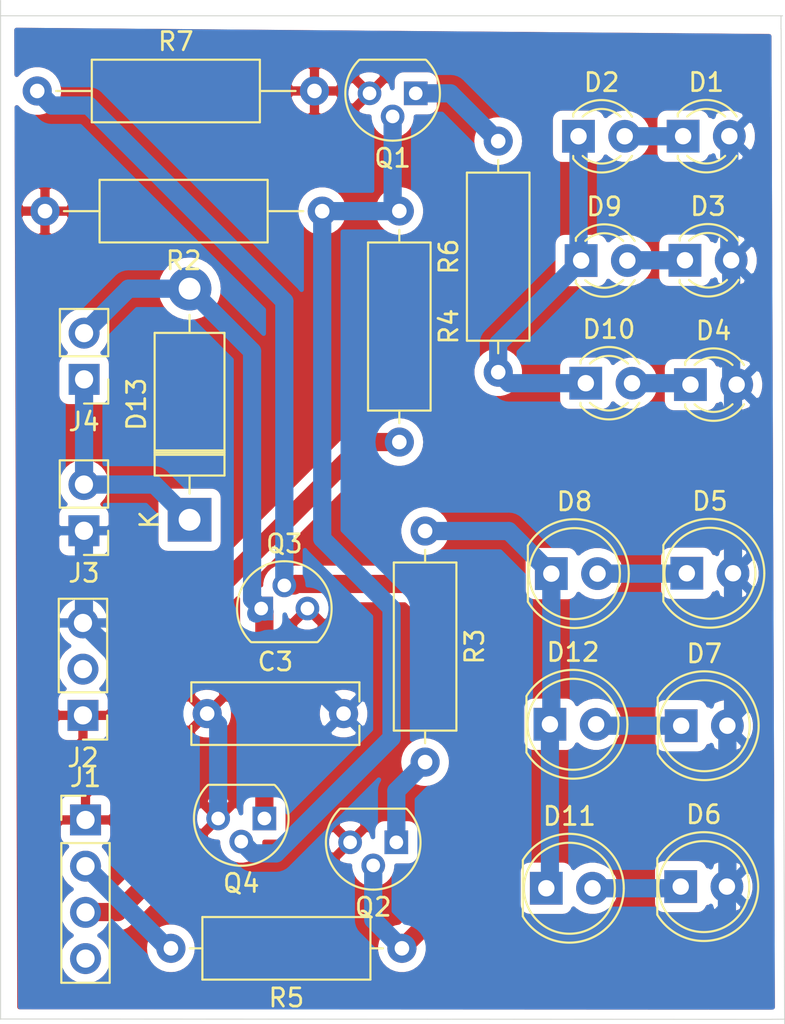
<source format=kicad_pcb>
(kicad_pcb (version 20171130) (host pcbnew "(5.1.0)-1")

  (general
    (thickness 1.6)
    (drawings 7)
    (tracks 107)
    (zones 0)
    (modules 28)
    (nets 19)
  )

  (page A4)
  (layers
    (0 F.Cu signal)
    (31 B.Cu signal)
    (32 B.Adhes user)
    (33 F.Adhes user)
    (34 B.Paste user)
    (35 F.Paste user)
    (36 B.SilkS user)
    (37 F.SilkS user)
    (38 B.Mask user)
    (39 F.Mask user)
    (40 Dwgs.User user)
    (41 Cmts.User user)
    (42 Eco1.User user)
    (43 Eco2.User user)
    (44 Edge.Cuts user)
    (45 Margin user)
    (46 B.CrtYd user)
    (47 F.CrtYd user)
    (48 B.Fab user)
    (49 F.Fab user hide)
  )

  (setup
    (last_trace_width 1)
    (user_trace_width 1)
    (trace_clearance 0.2)
    (zone_clearance 0.508)
    (zone_45_only no)
    (trace_min 0.2)
    (via_size 0.8)
    (via_drill 0.4)
    (via_min_size 0.4)
    (via_min_drill 0.3)
    (user_via 0.9 0.8)
    (uvia_size 0.3)
    (uvia_drill 0.1)
    (uvias_allowed no)
    (uvia_min_size 0.2)
    (uvia_min_drill 0.1)
    (edge_width 0.05)
    (segment_width 0.2)
    (pcb_text_width 0.3)
    (pcb_text_size 1.5 1.5)
    (mod_edge_width 0.12)
    (mod_text_size 1 1)
    (mod_text_width 0.15)
    (pad_size 1.524 1.524)
    (pad_drill 0.762)
    (pad_to_mask_clearance 0)
    (aux_axis_origin 0 0)
    (visible_elements 7FFFEFFF)
    (pcbplotparams
      (layerselection 0x010fc_ffffffff)
      (usegerberextensions false)
      (usegerberattributes true)
      (usegerberadvancedattributes true)
      (creategerberjobfile true)
      (excludeedgelayer true)
      (linewidth 0.100000)
      (plotframeref false)
      (viasonmask false)
      (mode 1)
      (useauxorigin false)
      (hpglpennumber 1)
      (hpglpenspeed 20)
      (hpglpendiameter 15.000000)
      (psnegative false)
      (psa4output false)
      (plotreference true)
      (plotvalue true)
      (plotinvisibletext false)
      (padsonsilk false)
      (subtractmaskfromsilk false)
      (outputformat 1)
      (mirror false)
      (drillshape 0)
      (scaleselection 1)
      (outputdirectory "output_files/"))
  )

  (net 0 "")
  (net 1 "Net-(D1-Pad1)")
  (net 2 +5V)
  (net 3 "Net-(D10-Pad1)")
  (net 4 "Net-(D3-Pad1)")
  (net 5 "Net-(D10-Pad2)")
  (net 6 "Net-(D5-Pad1)")
  (net 7 "Net-(D11-Pad2)")
  (net 8 "Net-(D12-Pad2)")
  (net 9 "Net-(D11-Pad1)")
  (net 10 "Net-(Q1-Pad2)")
  (net 11 GND)
  (net 12 "Net-(Q1-Pad1)")
  (net 13 "Net-(Q2-Pad1)")
  (net 14 "Net-(Q2-Pad2)")
  (net 15 /P1)
  (net 16 /P2)
  (net 17 "Net-(D13-Pad1)")
  (net 18 "Net-(D13-Pad2)")

  (net_class Default "This is the default net class."
    (clearance 0.2)
    (trace_width 0.25)
    (via_dia 0.8)
    (via_drill 0.4)
    (uvia_dia 0.3)
    (uvia_drill 0.1)
    (add_net +5V)
    (add_net /P1)
    (add_net /P2)
    (add_net GND)
    (add_net "Net-(D1-Pad1)")
    (add_net "Net-(D10-Pad1)")
    (add_net "Net-(D10-Pad2)")
    (add_net "Net-(D11-Pad1)")
    (add_net "Net-(D11-Pad2)")
    (add_net "Net-(D12-Pad2)")
    (add_net "Net-(D13-Pad1)")
    (add_net "Net-(D13-Pad2)")
    (add_net "Net-(D3-Pad1)")
    (add_net "Net-(D5-Pad1)")
    (add_net "Net-(Q1-Pad1)")
    (add_net "Net-(Q1-Pad2)")
    (add_net "Net-(Q2-Pad1)")
    (add_net "Net-(Q2-Pad2)")
  )

  (module LED_THT:LED_D3.0mm locked (layer F.Cu) (tedit 587A3A7B) (tstamp 619384F0)
    (at 95.10522 107.47756)
    (descr "LED, diameter 3.0mm, 2 pins")
    (tags "LED diameter 3.0mm 2 pins")
    (path /61937DC0)
    (fp_text reference D1 (at 1.27 -2.96) (layer F.SilkS)
      (effects (font (size 1 1) (thickness 0.15)))
    )
    (fp_text value LED_galben (at 1.27 2.96) (layer F.Fab)
      (effects (font (size 1 1) (thickness 0.15)))
    )
    (fp_line (start 3.7 -2.25) (end -1.15 -2.25) (layer F.CrtYd) (width 0.05))
    (fp_line (start 3.7 2.25) (end 3.7 -2.25) (layer F.CrtYd) (width 0.05))
    (fp_line (start -1.15 2.25) (end 3.7 2.25) (layer F.CrtYd) (width 0.05))
    (fp_line (start -1.15 -2.25) (end -1.15 2.25) (layer F.CrtYd) (width 0.05))
    (fp_line (start -0.29 1.08) (end -0.29 1.236) (layer F.SilkS) (width 0.12))
    (fp_line (start -0.29 -1.236) (end -0.29 -1.08) (layer F.SilkS) (width 0.12))
    (fp_line (start -0.23 -1.16619) (end -0.23 1.16619) (layer F.Fab) (width 0.1))
    (fp_circle (center 1.27 0) (end 2.77 0) (layer F.Fab) (width 0.1))
    (fp_arc (start 1.27 0) (end -0.23 -1.16619) (angle 284.3) (layer F.Fab) (width 0.1))
    (fp_arc (start 1.27 0) (end -0.29 -1.235516) (angle 108.8) (layer F.SilkS) (width 0.12))
    (fp_arc (start 1.27 0) (end -0.29 1.235516) (angle -108.8) (layer F.SilkS) (width 0.12))
    (fp_arc (start 1.27 0) (end 0.229039 -1.08) (angle 87.9) (layer F.SilkS) (width 0.12))
    (fp_arc (start 1.27 0) (end 0.229039 1.08) (angle -87.9) (layer F.SilkS) (width 0.12))
    (pad 1 thru_hole rect (at 0 0) (size 1.8 1.8) (drill 0.9) (layers *.Cu *.Mask)
      (net 1 "Net-(D1-Pad1)"))
    (pad 2 thru_hole circle (at 2.54 0) (size 1.8 1.8) (drill 0.9) (layers *.Cu *.Mask)
      (net 2 +5V))
    (model ${KISYS3DMOD}/LED_THT.3dshapes/LED_D3.0mm.wrl
      (at (xyz 0 0 0))
      (scale (xyz 1 1 1))
      (rotate (xyz 0 0 0))
    )
  )

  (module Connector_PinHeader_2.54mm:PinHeader_1x04_P2.54mm_Vertical (layer F.Cu) (tedit 59FED5CC) (tstamp 619803C7)
    (at 62.25286 145.0594)
    (descr "Through hole straight pin header, 1x04, 2.54mm pitch, single row")
    (tags "Through hole pin header THT 1x04 2.54mm single row")
    (path /619ADA7F)
    (fp_text reference J1 (at 0 -2.33) (layer F.SilkS)
      (effects (font (size 1 1) (thickness 0.15)))
    )
    (fp_text value Conn_01x04_Female (at 0 9.95) (layer F.Fab)
      (effects (font (size 1 1) (thickness 0.15)))
    )
    (fp_line (start -0.635 -1.27) (end 1.27 -1.27) (layer F.Fab) (width 0.1))
    (fp_line (start 1.27 -1.27) (end 1.27 8.89) (layer F.Fab) (width 0.1))
    (fp_line (start 1.27 8.89) (end -1.27 8.89) (layer F.Fab) (width 0.1))
    (fp_line (start -1.27 8.89) (end -1.27 -0.635) (layer F.Fab) (width 0.1))
    (fp_line (start -1.27 -0.635) (end -0.635 -1.27) (layer F.Fab) (width 0.1))
    (fp_line (start -1.33 8.95) (end 1.33 8.95) (layer F.SilkS) (width 0.12))
    (fp_line (start -1.33 1.27) (end -1.33 8.95) (layer F.SilkS) (width 0.12))
    (fp_line (start 1.33 1.27) (end 1.33 8.95) (layer F.SilkS) (width 0.12))
    (fp_line (start -1.33 1.27) (end 1.33 1.27) (layer F.SilkS) (width 0.12))
    (fp_line (start -1.33 0) (end -1.33 -1.33) (layer F.SilkS) (width 0.12))
    (fp_line (start -1.33 -1.33) (end 0 -1.33) (layer F.SilkS) (width 0.12))
    (fp_line (start -1.8 -1.8) (end -1.8 9.4) (layer F.CrtYd) (width 0.05))
    (fp_line (start -1.8 9.4) (end 1.8 9.4) (layer F.CrtYd) (width 0.05))
    (fp_line (start 1.8 9.4) (end 1.8 -1.8) (layer F.CrtYd) (width 0.05))
    (fp_line (start 1.8 -1.8) (end -1.8 -1.8) (layer F.CrtYd) (width 0.05))
    (fp_text user %R (at 0 3.81 90) (layer F.Fab)
      (effects (font (size 1 1) (thickness 0.15)))
    )
    (pad 1 thru_hole rect (at 0 0) (size 1.7 1.7) (drill 1) (layers *.Cu *.Mask)
      (net 11 GND))
    (pad 2 thru_hole oval (at 0 2.54) (size 1.7 1.7) (drill 1) (layers *.Cu *.Mask)
      (net 16 /P2))
    (pad 3 thru_hole oval (at 0 5.08) (size 1.7 1.7) (drill 1) (layers *.Cu *.Mask)
      (net 15 /P1))
    (pad 4 thru_hole oval (at 0 7.62) (size 1.7 1.7) (drill 1) (layers *.Cu *.Mask))
    (model ${KISYS3DMOD}/Connector_PinHeader_2.54mm.3dshapes/PinHeader_1x04_P2.54mm_Vertical.wrl
      (at (xyz 0 0 0))
      (scale (xyz 1 1 1))
      (rotate (xyz 0 0 0))
    )
  )

  (module Connector_PinHeader_2.54mm:PinHeader_1x03_P2.54mm_Vertical (layer F.Cu) (tedit 59FED5CC) (tstamp 619803DE)
    (at 62.11316 139.31138 180)
    (descr "Through hole straight pin header, 1x03, 2.54mm pitch, single row")
    (tags "Through hole pin header THT 1x03 2.54mm single row")
    (path /6199D8F3)
    (fp_text reference J2 (at 0 -2.33 180) (layer F.SilkS)
      (effects (font (size 1 1) (thickness 0.15)))
    )
    (fp_text value Conn_01x03_Female (at 0 7.41 180) (layer F.Fab)
      (effects (font (size 1 1) (thickness 0.15)))
    )
    (fp_line (start -0.635 -1.27) (end 1.27 -1.27) (layer F.Fab) (width 0.1))
    (fp_line (start 1.27 -1.27) (end 1.27 6.35) (layer F.Fab) (width 0.1))
    (fp_line (start 1.27 6.35) (end -1.27 6.35) (layer F.Fab) (width 0.1))
    (fp_line (start -1.27 6.35) (end -1.27 -0.635) (layer F.Fab) (width 0.1))
    (fp_line (start -1.27 -0.635) (end -0.635 -1.27) (layer F.Fab) (width 0.1))
    (fp_line (start -1.33 6.41) (end 1.33 6.41) (layer F.SilkS) (width 0.12))
    (fp_line (start -1.33 1.27) (end -1.33 6.41) (layer F.SilkS) (width 0.12))
    (fp_line (start 1.33 1.27) (end 1.33 6.41) (layer F.SilkS) (width 0.12))
    (fp_line (start -1.33 1.27) (end 1.33 1.27) (layer F.SilkS) (width 0.12))
    (fp_line (start -1.33 0) (end -1.33 -1.33) (layer F.SilkS) (width 0.12))
    (fp_line (start -1.33 -1.33) (end 0 -1.33) (layer F.SilkS) (width 0.12))
    (fp_line (start -1.8 -1.8) (end -1.8 6.85) (layer F.CrtYd) (width 0.05))
    (fp_line (start -1.8 6.85) (end 1.8 6.85) (layer F.CrtYd) (width 0.05))
    (fp_line (start 1.8 6.85) (end 1.8 -1.8) (layer F.CrtYd) (width 0.05))
    (fp_line (start 1.8 -1.8) (end -1.8 -1.8) (layer F.CrtYd) (width 0.05))
    (fp_text user %R (at 0 2.54 270) (layer F.Fab)
      (effects (font (size 1 1) (thickness 0.15)))
    )
    (pad 1 thru_hole rect (at 0 0 180) (size 1.7 1.7) (drill 1) (layers *.Cu *.Mask)
      (net 11 GND))
    (pad 2 thru_hole oval (at 0 2.54 180) (size 1.7 1.7) (drill 1) (layers *.Cu *.Mask))
    (pad 3 thru_hole oval (at 0 5.08 180) (size 1.7 1.7) (drill 1) (layers *.Cu *.Mask)
      (net 2 +5V))
    (model ${KISYS3DMOD}/Connector_PinHeader_2.54mm.3dshapes/PinHeader_1x03_P2.54mm_Vertical.wrl
      (at (xyz 0 0 0))
      (scale (xyz 1 1 1))
      (rotate (xyz 0 0 0))
    )
  )

  (module Connector_PinHeader_2.54mm:PinHeader_1x02_P2.54mm_Vertical (layer F.Cu) (tedit 59FED5CC) (tstamp 619803F4)
    (at 62.1665 129.16408 180)
    (descr "Through hole straight pin header, 1x02, 2.54mm pitch, single row")
    (tags "Through hole pin header THT 1x02 2.54mm single row")
    (path /6198EB28)
    (fp_text reference J3 (at 0 -2.33 180) (layer F.SilkS)
      (effects (font (size 1 1) (thickness 0.15)))
    )
    (fp_text value Conn_01x02_Female (at 0 4.87 180) (layer F.Fab)
      (effects (font (size 1 1) (thickness 0.15)))
    )
    (fp_line (start -0.635 -1.27) (end 1.27 -1.27) (layer F.Fab) (width 0.1))
    (fp_line (start 1.27 -1.27) (end 1.27 3.81) (layer F.Fab) (width 0.1))
    (fp_line (start 1.27 3.81) (end -1.27 3.81) (layer F.Fab) (width 0.1))
    (fp_line (start -1.27 3.81) (end -1.27 -0.635) (layer F.Fab) (width 0.1))
    (fp_line (start -1.27 -0.635) (end -0.635 -1.27) (layer F.Fab) (width 0.1))
    (fp_line (start -1.33 3.87) (end 1.33 3.87) (layer F.SilkS) (width 0.12))
    (fp_line (start -1.33 1.27) (end -1.33 3.87) (layer F.SilkS) (width 0.12))
    (fp_line (start 1.33 1.27) (end 1.33 3.87) (layer F.SilkS) (width 0.12))
    (fp_line (start -1.33 1.27) (end 1.33 1.27) (layer F.SilkS) (width 0.12))
    (fp_line (start -1.33 0) (end -1.33 -1.33) (layer F.SilkS) (width 0.12))
    (fp_line (start -1.33 -1.33) (end 0 -1.33) (layer F.SilkS) (width 0.12))
    (fp_line (start -1.8 -1.8) (end -1.8 4.35) (layer F.CrtYd) (width 0.05))
    (fp_line (start -1.8 4.35) (end 1.8 4.35) (layer F.CrtYd) (width 0.05))
    (fp_line (start 1.8 4.35) (end 1.8 -1.8) (layer F.CrtYd) (width 0.05))
    (fp_line (start 1.8 -1.8) (end -1.8 -1.8) (layer F.CrtYd) (width 0.05))
    (fp_text user %R (at 0 1.27 270) (layer F.Fab)
      (effects (font (size 1 1) (thickness 0.15)))
    )
    (pad 1 thru_hole rect (at 0 0 180) (size 1.7 1.7) (drill 1) (layers *.Cu *.Mask)
      (net 2 +5V))
    (pad 2 thru_hole oval (at 0 2.54 180) (size 1.7 1.7) (drill 1) (layers *.Cu *.Mask)
      (net 17 "Net-(D13-Pad1)"))
    (model ${KISYS3DMOD}/Connector_PinHeader_2.54mm.3dshapes/PinHeader_1x02_P2.54mm_Vertical.wrl
      (at (xyz 0 0 0))
      (scale (xyz 1 1 1))
      (rotate (xyz 0 0 0))
    )
  )

  (module Connector_PinHeader_2.54mm:PinHeader_1x02_P2.54mm_Vertical (layer F.Cu) (tedit 59FED5CC) (tstamp 6198040A)
    (at 62.17412 120.84304 180)
    (descr "Through hole straight pin header, 1x02, 2.54mm pitch, single row")
    (tags "Through hole pin header THT 1x02 2.54mm single row")
    (path /6198F8BC)
    (fp_text reference J4 (at 0 -2.33 180) (layer F.SilkS)
      (effects (font (size 1 1) (thickness 0.15)))
    )
    (fp_text value Conn_01x02_Female (at 0 4.87 180) (layer F.Fab)
      (effects (font (size 1 1) (thickness 0.15)))
    )
    (fp_text user %R (at 0 1.27 270) (layer F.Fab)
      (effects (font (size 1 1) (thickness 0.15)))
    )
    (fp_line (start 1.8 -1.8) (end -1.8 -1.8) (layer F.CrtYd) (width 0.05))
    (fp_line (start 1.8 4.35) (end 1.8 -1.8) (layer F.CrtYd) (width 0.05))
    (fp_line (start -1.8 4.35) (end 1.8 4.35) (layer F.CrtYd) (width 0.05))
    (fp_line (start -1.8 -1.8) (end -1.8 4.35) (layer F.CrtYd) (width 0.05))
    (fp_line (start -1.33 -1.33) (end 0 -1.33) (layer F.SilkS) (width 0.12))
    (fp_line (start -1.33 0) (end -1.33 -1.33) (layer F.SilkS) (width 0.12))
    (fp_line (start -1.33 1.27) (end 1.33 1.27) (layer F.SilkS) (width 0.12))
    (fp_line (start 1.33 1.27) (end 1.33 3.87) (layer F.SilkS) (width 0.12))
    (fp_line (start -1.33 1.27) (end -1.33 3.87) (layer F.SilkS) (width 0.12))
    (fp_line (start -1.33 3.87) (end 1.33 3.87) (layer F.SilkS) (width 0.12))
    (fp_line (start -1.27 -0.635) (end -0.635 -1.27) (layer F.Fab) (width 0.1))
    (fp_line (start -1.27 3.81) (end -1.27 -0.635) (layer F.Fab) (width 0.1))
    (fp_line (start 1.27 3.81) (end -1.27 3.81) (layer F.Fab) (width 0.1))
    (fp_line (start 1.27 -1.27) (end 1.27 3.81) (layer F.Fab) (width 0.1))
    (fp_line (start -0.635 -1.27) (end 1.27 -1.27) (layer F.Fab) (width 0.1))
    (pad 2 thru_hole oval (at 0 2.54 180) (size 1.7 1.7) (drill 1) (layers *.Cu *.Mask)
      (net 18 "Net-(D13-Pad2)"))
    (pad 1 thru_hole rect (at 0 0 180) (size 1.7 1.7) (drill 1) (layers *.Cu *.Mask)
      (net 17 "Net-(D13-Pad1)"))
    (model ${KISYS3DMOD}/Connector_PinHeader_2.54mm.3dshapes/PinHeader_1x02_P2.54mm_Vertical.wrl
      (at (xyz 0 0 0))
      (scale (xyz 1 1 1))
      (rotate (xyz 0 0 0))
    )
  )

  (module Package_TO_SOT_THT:TO-92 (layer F.Cu) (tedit 5A279852) (tstamp 6198041C)
    (at 71.91248 133.4389)
    (descr "TO-92 leads molded, narrow, drill 0.75mm (see NXP sot054_po.pdf)")
    (tags "to-92 sc-43 sc-43a sot54 PA33 transistor")
    (path /61983C79)
    (fp_text reference Q3 (at 1.27 -3.56) (layer F.SilkS)
      (effects (font (size 1 1) (thickness 0.15)))
    )
    (fp_text value Q_NMOS_DGS (at 1.27 2.79) (layer F.Fab)
      (effects (font (size 1 1) (thickness 0.15)))
    )
    (fp_arc (start 1.27 0) (end 1.27 -2.6) (angle 135) (layer F.SilkS) (width 0.12))
    (fp_arc (start 1.27 0) (end 1.27 -2.48) (angle -135) (layer F.Fab) (width 0.1))
    (fp_arc (start 1.27 0) (end 1.27 -2.6) (angle -135) (layer F.SilkS) (width 0.12))
    (fp_arc (start 1.27 0) (end 1.27 -2.48) (angle 135) (layer F.Fab) (width 0.1))
    (fp_line (start 4 2.01) (end -1.46 2.01) (layer F.CrtYd) (width 0.05))
    (fp_line (start 4 2.01) (end 4 -2.73) (layer F.CrtYd) (width 0.05))
    (fp_line (start -1.46 -2.73) (end -1.46 2.01) (layer F.CrtYd) (width 0.05))
    (fp_line (start -1.46 -2.73) (end 4 -2.73) (layer F.CrtYd) (width 0.05))
    (fp_line (start -0.5 1.75) (end 3 1.75) (layer F.Fab) (width 0.1))
    (fp_line (start -0.53 1.85) (end 3.07 1.85) (layer F.SilkS) (width 0.12))
    (fp_text user %R (at 1.27 -3.56) (layer F.Fab)
      (effects (font (size 1 1) (thickness 0.15)))
    )
    (pad 1 thru_hole rect (at 0 0 90) (size 1.3 1.3) (drill 0.75) (layers *.Cu *.Mask)
      (net 18 "Net-(D13-Pad2)"))
    (pad 3 thru_hole circle (at 2.54 0 90) (size 1.3 1.3) (drill 0.75) (layers *.Cu *.Mask)
      (net 11 GND))
    (pad 2 thru_hole circle (at 1.27 -1.27 90) (size 1.3 1.3) (drill 0.75) (layers *.Cu *.Mask)
      (net 14 "Net-(Q2-Pad2)"))
    (model ${KISYS3DMOD}/Package_TO_SOT_THT.3dshapes/TO-92.wrl
      (at (xyz 0 0 0))
      (scale (xyz 1 1 1))
      (rotate (xyz 0 0 0))
    )
  )

  (module Package_TO_SOT_THT:TO-92 (layer F.Cu) (tedit 5A279852) (tstamp 6198042E)
    (at 72.0852 144.97812 180)
    (descr "TO-92 leads molded, narrow, drill 0.75mm (see NXP sot054_po.pdf)")
    (tags "to-92 sc-43 sc-43a sot54 PA33 transistor")
    (path /619842EC)
    (fp_text reference Q4 (at 1.27 -3.56 180) (layer F.SilkS)
      (effects (font (size 1 1) (thickness 0.15)))
    )
    (fp_text value Q_NMOS_DGS (at 1.27 2.79 180) (layer F.Fab)
      (effects (font (size 1 1) (thickness 0.15)))
    )
    (fp_text user %R (at 1.27 -3.56 180) (layer F.Fab)
      (effects (font (size 1 1) (thickness 0.15)))
    )
    (fp_line (start -0.53 1.85) (end 3.07 1.85) (layer F.SilkS) (width 0.12))
    (fp_line (start -0.5 1.75) (end 3 1.75) (layer F.Fab) (width 0.1))
    (fp_line (start -1.46 -2.73) (end 4 -2.73) (layer F.CrtYd) (width 0.05))
    (fp_line (start -1.46 -2.73) (end -1.46 2.01) (layer F.CrtYd) (width 0.05))
    (fp_line (start 4 2.01) (end 4 -2.73) (layer F.CrtYd) (width 0.05))
    (fp_line (start 4 2.01) (end -1.46 2.01) (layer F.CrtYd) (width 0.05))
    (fp_arc (start 1.27 0) (end 1.27 -2.48) (angle 135) (layer F.Fab) (width 0.1))
    (fp_arc (start 1.27 0) (end 1.27 -2.6) (angle -135) (layer F.SilkS) (width 0.12))
    (fp_arc (start 1.27 0) (end 1.27 -2.48) (angle -135) (layer F.Fab) (width 0.1))
    (fp_arc (start 1.27 0) (end 1.27 -2.6) (angle 135) (layer F.SilkS) (width 0.12))
    (pad 2 thru_hole circle (at 1.27 -1.27 270) (size 1.3 1.3) (drill 0.75) (layers *.Cu *.Mask)
      (net 10 "Net-(Q1-Pad2)"))
    (pad 3 thru_hole circle (at 2.54 0 270) (size 1.3 1.3) (drill 0.75) (layers *.Cu *.Mask)
      (net 11 GND))
    (pad 1 thru_hole rect (at 0 0 270) (size 1.3 1.3) (drill 0.75) (layers *.Cu *.Mask)
      (net 18 "Net-(D13-Pad2)"))
    (model ${KISYS3DMOD}/Package_TO_SOT_THT.3dshapes/TO-92.wrl
      (at (xyz 0 0 0))
      (scale (xyz 1 1 1))
      (rotate (xyz 0 0 0))
    )
  )

  (module LED_THT:LED_D3.0mm (layer F.Cu) (tedit 587A3A7B) (tstamp 619809C0)
    (at 89.35466 107.48264)
    (descr "LED, diameter 3.0mm, 2 pins")
    (tags "LED diameter 3.0mm 2 pins")
    (path /6188CDB7)
    (fp_text reference D2 (at 1.27 -2.96) (layer F.SilkS)
      (effects (font (size 1 1) (thickness 0.15)))
    )
    (fp_text value LED_galben (at 1.27 2.96) (layer F.Fab)
      (effects (font (size 1 1) (thickness 0.15)))
    )
    (fp_arc (start 1.27 0) (end -0.23 -1.16619) (angle 284.3) (layer F.Fab) (width 0.1))
    (fp_arc (start 1.27 0) (end -0.29 -1.235516) (angle 108.8) (layer F.SilkS) (width 0.12))
    (fp_arc (start 1.27 0) (end -0.29 1.235516) (angle -108.8) (layer F.SilkS) (width 0.12))
    (fp_arc (start 1.27 0) (end 0.229039 -1.08) (angle 87.9) (layer F.SilkS) (width 0.12))
    (fp_arc (start 1.27 0) (end 0.229039 1.08) (angle -87.9) (layer F.SilkS) (width 0.12))
    (fp_circle (center 1.27 0) (end 2.77 0) (layer F.Fab) (width 0.1))
    (fp_line (start -0.23 -1.16619) (end -0.23 1.16619) (layer F.Fab) (width 0.1))
    (fp_line (start -0.29 -1.236) (end -0.29 -1.08) (layer F.SilkS) (width 0.12))
    (fp_line (start -0.29 1.08) (end -0.29 1.236) (layer F.SilkS) (width 0.12))
    (fp_line (start -1.15 -2.25) (end -1.15 2.25) (layer F.CrtYd) (width 0.05))
    (fp_line (start -1.15 2.25) (end 3.7 2.25) (layer F.CrtYd) (width 0.05))
    (fp_line (start 3.7 2.25) (end 3.7 -2.25) (layer F.CrtYd) (width 0.05))
    (fp_line (start 3.7 -2.25) (end -1.15 -2.25) (layer F.CrtYd) (width 0.05))
    (pad 1 thru_hole rect (at 0 0) (size 1.8 1.8) (drill 0.9) (layers *.Cu *.Mask)
      (net 3 "Net-(D10-Pad1)"))
    (pad 2 thru_hole circle (at 2.54 0) (size 1.8 1.8) (drill 0.9) (layers *.Cu *.Mask)
      (net 1 "Net-(D1-Pad1)"))
    (model ${KISYS3DMOD}/LED_THT.3dshapes/LED_D3.0mm.wrl
      (at (xyz 0 0 0))
      (scale (xyz 1 1 1))
      (rotate (xyz 0 0 0))
    )
  )

  (module LED_THT:LED_D3.0mm (layer F.Cu) (tedit 587A3A7B) (tstamp 61980FB2)
    (at 95.20682 114.29746)
    (descr "LED, diameter 3.0mm, 2 pins")
    (tags "LED diameter 3.0mm 2 pins")
    (path /6193848E)
    (fp_text reference D3 (at 1.27 -2.96) (layer F.SilkS)
      (effects (font (size 1 1) (thickness 0.15)))
    )
    (fp_text value LED_galben (at 1.27 2.96) (layer F.Fab)
      (effects (font (size 1 1) (thickness 0.15)))
    )
    (fp_line (start 3.7 -2.25) (end -1.15 -2.25) (layer F.CrtYd) (width 0.05))
    (fp_line (start 3.7 2.25) (end 3.7 -2.25) (layer F.CrtYd) (width 0.05))
    (fp_line (start -1.15 2.25) (end 3.7 2.25) (layer F.CrtYd) (width 0.05))
    (fp_line (start -1.15 -2.25) (end -1.15 2.25) (layer F.CrtYd) (width 0.05))
    (fp_line (start -0.29 1.08) (end -0.29 1.236) (layer F.SilkS) (width 0.12))
    (fp_line (start -0.29 -1.236) (end -0.29 -1.08) (layer F.SilkS) (width 0.12))
    (fp_line (start -0.23 -1.16619) (end -0.23 1.16619) (layer F.Fab) (width 0.1))
    (fp_circle (center 1.27 0) (end 2.77 0) (layer F.Fab) (width 0.1))
    (fp_arc (start 1.27 0) (end 0.229039 1.08) (angle -87.9) (layer F.SilkS) (width 0.12))
    (fp_arc (start 1.27 0) (end 0.229039 -1.08) (angle 87.9) (layer F.SilkS) (width 0.12))
    (fp_arc (start 1.27 0) (end -0.29 1.235516) (angle -108.8) (layer F.SilkS) (width 0.12))
    (fp_arc (start 1.27 0) (end -0.29 -1.235516) (angle 108.8) (layer F.SilkS) (width 0.12))
    (fp_arc (start 1.27 0) (end -0.23 -1.16619) (angle 284.3) (layer F.Fab) (width 0.1))
    (pad 2 thru_hole circle (at 2.54 0) (size 1.8 1.8) (drill 0.9) (layers *.Cu *.Mask)
      (net 2 +5V))
    (pad 1 thru_hole rect (at 0 0) (size 1.8 1.8) (drill 0.9) (layers *.Cu *.Mask)
      (net 4 "Net-(D3-Pad1)"))
    (model ${KISYS3DMOD}/LED_THT.3dshapes/LED_D3.0mm.wrl
      (at (xyz 0 0 0))
      (scale (xyz 1 1 1))
      (rotate (xyz 0 0 0))
    )
  )

  (module LED_THT:LED_D3.0mm (layer F.Cu) (tedit 587A3A7B) (tstamp 619809E6)
    (at 95.50908 121.1326)
    (descr "LED, diameter 3.0mm, 2 pins")
    (tags "LED diameter 3.0mm 2 pins")
    (path /6193892A)
    (fp_text reference D4 (at 1.27 -2.96) (layer F.SilkS)
      (effects (font (size 1 1) (thickness 0.15)))
    )
    (fp_text value LED_galben (at 1.27 2.96) (layer F.Fab)
      (effects (font (size 1 1) (thickness 0.15)))
    )
    (fp_arc (start 1.27 0) (end -0.23 -1.16619) (angle 284.3) (layer F.Fab) (width 0.1))
    (fp_arc (start 1.27 0) (end -0.29 -1.235516) (angle 108.8) (layer F.SilkS) (width 0.12))
    (fp_arc (start 1.27 0) (end -0.29 1.235516) (angle -108.8) (layer F.SilkS) (width 0.12))
    (fp_arc (start 1.27 0) (end 0.229039 -1.08) (angle 87.9) (layer F.SilkS) (width 0.12))
    (fp_arc (start 1.27 0) (end 0.229039 1.08) (angle -87.9) (layer F.SilkS) (width 0.12))
    (fp_circle (center 1.27 0) (end 2.77 0) (layer F.Fab) (width 0.1))
    (fp_line (start -0.23 -1.16619) (end -0.23 1.16619) (layer F.Fab) (width 0.1))
    (fp_line (start -0.29 -1.236) (end -0.29 -1.08) (layer F.SilkS) (width 0.12))
    (fp_line (start -0.29 1.08) (end -0.29 1.236) (layer F.SilkS) (width 0.12))
    (fp_line (start -1.15 -2.25) (end -1.15 2.25) (layer F.CrtYd) (width 0.05))
    (fp_line (start -1.15 2.25) (end 3.7 2.25) (layer F.CrtYd) (width 0.05))
    (fp_line (start 3.7 2.25) (end 3.7 -2.25) (layer F.CrtYd) (width 0.05))
    (fp_line (start 3.7 -2.25) (end -1.15 -2.25) (layer F.CrtYd) (width 0.05))
    (pad 1 thru_hole rect (at 0 0) (size 1.8 1.8) (drill 0.9) (layers *.Cu *.Mask)
      (net 5 "Net-(D10-Pad2)"))
    (pad 2 thru_hole circle (at 2.54 0) (size 1.8 1.8) (drill 0.9) (layers *.Cu *.Mask)
      (net 2 +5V))
    (model ${KISYS3DMOD}/LED_THT.3dshapes/LED_D3.0mm.wrl
      (at (xyz 0 0 0))
      (scale (xyz 1 1 1))
      (rotate (xyz 0 0 0))
    )
  )

  (module LED_THT:LED_D5.0mm (layer F.Cu) (tedit 5995936A) (tstamp 619809F8)
    (at 95.308469 131.500561)
    (descr "LED, diameter 5.0mm, 2 pins, http://cdn-reichelt.de/documents/datenblatt/A500/LL-504BC2E-009.pdf")
    (tags "LED diameter 5.0mm 2 pins")
    (path /61939FB0)
    (fp_text reference D5 (at 1.27 -3.96) (layer F.SilkS)
      (effects (font (size 1 1) (thickness 0.15)))
    )
    (fp_text value LED_red (at 1.27 3.96) (layer F.Fab)
      (effects (font (size 1 1) (thickness 0.15)))
    )
    (fp_text user %R (at 1.25 0) (layer F.Fab)
      (effects (font (size 0.8 0.8) (thickness 0.2)))
    )
    (fp_line (start 4.5 -3.25) (end -1.95 -3.25) (layer F.CrtYd) (width 0.05))
    (fp_line (start 4.5 3.25) (end 4.5 -3.25) (layer F.CrtYd) (width 0.05))
    (fp_line (start -1.95 3.25) (end 4.5 3.25) (layer F.CrtYd) (width 0.05))
    (fp_line (start -1.95 -3.25) (end -1.95 3.25) (layer F.CrtYd) (width 0.05))
    (fp_line (start -1.29 -1.545) (end -1.29 1.545) (layer F.SilkS) (width 0.12))
    (fp_line (start -1.23 -1.469694) (end -1.23 1.469694) (layer F.Fab) (width 0.1))
    (fp_circle (center 1.27 0) (end 3.77 0) (layer F.SilkS) (width 0.12))
    (fp_circle (center 1.27 0) (end 3.77 0) (layer F.Fab) (width 0.1))
    (fp_arc (start 1.27 0) (end -1.29 1.54483) (angle -148.9) (layer F.SilkS) (width 0.12))
    (fp_arc (start 1.27 0) (end -1.29 -1.54483) (angle 148.9) (layer F.SilkS) (width 0.12))
    (fp_arc (start 1.27 0) (end -1.23 -1.469694) (angle 299.1) (layer F.Fab) (width 0.1))
    (pad 2 thru_hole circle (at 2.54 0) (size 1.8 1.8) (drill 0.9) (layers *.Cu *.Mask)
      (net 2 +5V))
    (pad 1 thru_hole rect (at 0 0) (size 1.8 1.8) (drill 0.9) (layers *.Cu *.Mask)
      (net 6 "Net-(D5-Pad1)"))
    (model ${KISYS3DMOD}/LED_THT.3dshapes/LED_D5.0mm.wrl
      (at (xyz 0 0 0))
      (scale (xyz 1 1 1))
      (rotate (xyz 0 0 0))
    )
  )

  (module LED_THT:LED_D5.0mm (layer F.Cu) (tedit 5995936A) (tstamp 61980A0A)
    (at 94.97314 148.72208)
    (descr "LED, diameter 5.0mm, 2 pins, http://cdn-reichelt.de/documents/datenblatt/A500/LL-504BC2E-009.pdf")
    (tags "LED diameter 5.0mm 2 pins")
    (path /6193A3CD)
    (fp_text reference D6 (at 1.27 -3.96) (layer F.SilkS)
      (effects (font (size 1 1) (thickness 0.15)))
    )
    (fp_text value LED_red (at 1.27 3.96) (layer F.Fab)
      (effects (font (size 1 1) (thickness 0.15)))
    )
    (fp_arc (start 1.27 0) (end -1.23 -1.469694) (angle 299.1) (layer F.Fab) (width 0.1))
    (fp_arc (start 1.27 0) (end -1.29 -1.54483) (angle 148.9) (layer F.SilkS) (width 0.12))
    (fp_arc (start 1.27 0) (end -1.29 1.54483) (angle -148.9) (layer F.SilkS) (width 0.12))
    (fp_circle (center 1.27 0) (end 3.77 0) (layer F.Fab) (width 0.1))
    (fp_circle (center 1.27 0) (end 3.77 0) (layer F.SilkS) (width 0.12))
    (fp_line (start -1.23 -1.469694) (end -1.23 1.469694) (layer F.Fab) (width 0.1))
    (fp_line (start -1.29 -1.545) (end -1.29 1.545) (layer F.SilkS) (width 0.12))
    (fp_line (start -1.95 -3.25) (end -1.95 3.25) (layer F.CrtYd) (width 0.05))
    (fp_line (start -1.95 3.25) (end 4.5 3.25) (layer F.CrtYd) (width 0.05))
    (fp_line (start 4.5 3.25) (end 4.5 -3.25) (layer F.CrtYd) (width 0.05))
    (fp_line (start 4.5 -3.25) (end -1.95 -3.25) (layer F.CrtYd) (width 0.05))
    (fp_text user %R (at 1.25 0) (layer F.Fab)
      (effects (font (size 0.8 0.8) (thickness 0.2)))
    )
    (pad 1 thru_hole rect (at 0 0) (size 1.8 1.8) (drill 0.9) (layers *.Cu *.Mask)
      (net 7 "Net-(D11-Pad2)"))
    (pad 2 thru_hole circle (at 2.54 0) (size 1.8 1.8) (drill 0.9) (layers *.Cu *.Mask)
      (net 2 +5V))
    (model ${KISYS3DMOD}/LED_THT.3dshapes/LED_D5.0mm.wrl
      (at (xyz 0 0 0))
      (scale (xyz 1 1 1))
      (rotate (xyz 0 0 0))
    )
  )

  (module LED_THT:LED_D5.0mm (layer F.Cu) (tedit 5995936A) (tstamp 61980A1C)
    (at 94.99854 139.88034)
    (descr "LED, diameter 5.0mm, 2 pins, http://cdn-reichelt.de/documents/datenblatt/A500/LL-504BC2E-009.pdf")
    (tags "LED diameter 5.0mm 2 pins")
    (path /6193AEAA)
    (fp_text reference D7 (at 1.27 -3.96) (layer F.SilkS)
      (effects (font (size 1 1) (thickness 0.15)))
    )
    (fp_text value LED_red (at 1.27 3.96) (layer F.Fab)
      (effects (font (size 1 1) (thickness 0.15)))
    )
    (fp_text user %R (at 1.25 0) (layer F.Fab)
      (effects (font (size 0.8 0.8) (thickness 0.2)))
    )
    (fp_line (start 4.5 -3.25) (end -1.95 -3.25) (layer F.CrtYd) (width 0.05))
    (fp_line (start 4.5 3.25) (end 4.5 -3.25) (layer F.CrtYd) (width 0.05))
    (fp_line (start -1.95 3.25) (end 4.5 3.25) (layer F.CrtYd) (width 0.05))
    (fp_line (start -1.95 -3.25) (end -1.95 3.25) (layer F.CrtYd) (width 0.05))
    (fp_line (start -1.29 -1.545) (end -1.29 1.545) (layer F.SilkS) (width 0.12))
    (fp_line (start -1.23 -1.469694) (end -1.23 1.469694) (layer F.Fab) (width 0.1))
    (fp_circle (center 1.27 0) (end 3.77 0) (layer F.SilkS) (width 0.12))
    (fp_circle (center 1.27 0) (end 3.77 0) (layer F.Fab) (width 0.1))
    (fp_arc (start 1.27 0) (end -1.29 1.54483) (angle -148.9) (layer F.SilkS) (width 0.12))
    (fp_arc (start 1.27 0) (end -1.29 -1.54483) (angle 148.9) (layer F.SilkS) (width 0.12))
    (fp_arc (start 1.27 0) (end -1.23 -1.469694) (angle 299.1) (layer F.Fab) (width 0.1))
    (pad 2 thru_hole circle (at 2.54 0) (size 1.8 1.8) (drill 0.9) (layers *.Cu *.Mask)
      (net 2 +5V))
    (pad 1 thru_hole rect (at 0 0) (size 1.8 1.8) (drill 0.9) (layers *.Cu *.Mask)
      (net 8 "Net-(D12-Pad2)"))
    (model ${KISYS3DMOD}/LED_THT.3dshapes/LED_D5.0mm.wrl
      (at (xyz 0 0 0))
      (scale (xyz 1 1 1))
      (rotate (xyz 0 0 0))
    )
  )

  (module LED_THT:LED_D5.0mm (layer F.Cu) (tedit 5995936A) (tstamp 61980A2E)
    (at 87.86114 131.5212)
    (descr "LED, diameter 5.0mm, 2 pins, http://cdn-reichelt.de/documents/datenblatt/A500/LL-504BC2E-009.pdf")
    (tags "LED diameter 5.0mm 2 pins")
    (path /618930D4)
    (fp_text reference D8 (at 1.27 -3.96) (layer F.SilkS)
      (effects (font (size 1 1) (thickness 0.15)))
    )
    (fp_text value LED_red (at 1.27 3.96) (layer F.Fab)
      (effects (font (size 1 1) (thickness 0.15)))
    )
    (fp_arc (start 1.27 0) (end -1.23 -1.469694) (angle 299.1) (layer F.Fab) (width 0.1))
    (fp_arc (start 1.27 0) (end -1.29 -1.54483) (angle 148.9) (layer F.SilkS) (width 0.12))
    (fp_arc (start 1.27 0) (end -1.29 1.54483) (angle -148.9) (layer F.SilkS) (width 0.12))
    (fp_circle (center 1.27 0) (end 3.77 0) (layer F.Fab) (width 0.1))
    (fp_circle (center 1.27 0) (end 3.77 0) (layer F.SilkS) (width 0.12))
    (fp_line (start -1.23 -1.469694) (end -1.23 1.469694) (layer F.Fab) (width 0.1))
    (fp_line (start -1.29 -1.545) (end -1.29 1.545) (layer F.SilkS) (width 0.12))
    (fp_line (start -1.95 -3.25) (end -1.95 3.25) (layer F.CrtYd) (width 0.05))
    (fp_line (start -1.95 3.25) (end 4.5 3.25) (layer F.CrtYd) (width 0.05))
    (fp_line (start 4.5 3.25) (end 4.5 -3.25) (layer F.CrtYd) (width 0.05))
    (fp_line (start 4.5 -3.25) (end -1.95 -3.25) (layer F.CrtYd) (width 0.05))
    (fp_text user %R (at 1.25 0) (layer F.Fab)
      (effects (font (size 0.8 0.8) (thickness 0.2)))
    )
    (pad 1 thru_hole rect (at 0 0) (size 1.8 1.8) (drill 0.9) (layers *.Cu *.Mask)
      (net 9 "Net-(D11-Pad1)"))
    (pad 2 thru_hole circle (at 2.54 0) (size 1.8 1.8) (drill 0.9) (layers *.Cu *.Mask)
      (net 6 "Net-(D5-Pad1)"))
    (model ${KISYS3DMOD}/LED_THT.3dshapes/LED_D5.0mm.wrl
      (at (xyz 0 0 0))
      (scale (xyz 1 1 1))
      (rotate (xyz 0 0 0))
    )
  )

  (module LED_THT:LED_D3.0mm (layer F.Cu) (tedit 587A3A7B) (tstamp 61980A41)
    (at 89.49944 114.3127)
    (descr "LED, diameter 3.0mm, 2 pins")
    (tags "LED diameter 3.0mm 2 pins")
    (path /6193932C)
    (fp_text reference D9 (at 1.27 -2.96) (layer F.SilkS)
      (effects (font (size 1 1) (thickness 0.15)))
    )
    (fp_text value LED_galben (at 1.27 2.96) (layer F.Fab)
      (effects (font (size 1 1) (thickness 0.15)))
    )
    (fp_arc (start 1.27 0) (end -0.23 -1.16619) (angle 284.3) (layer F.Fab) (width 0.1))
    (fp_arc (start 1.27 0) (end -0.29 -1.235516) (angle 108.8) (layer F.SilkS) (width 0.12))
    (fp_arc (start 1.27 0) (end -0.29 1.235516) (angle -108.8) (layer F.SilkS) (width 0.12))
    (fp_arc (start 1.27 0) (end 0.229039 -1.08) (angle 87.9) (layer F.SilkS) (width 0.12))
    (fp_arc (start 1.27 0) (end 0.229039 1.08) (angle -87.9) (layer F.SilkS) (width 0.12))
    (fp_circle (center 1.27 0) (end 2.77 0) (layer F.Fab) (width 0.1))
    (fp_line (start -0.23 -1.16619) (end -0.23 1.16619) (layer F.Fab) (width 0.1))
    (fp_line (start -0.29 -1.236) (end -0.29 -1.08) (layer F.SilkS) (width 0.12))
    (fp_line (start -0.29 1.08) (end -0.29 1.236) (layer F.SilkS) (width 0.12))
    (fp_line (start -1.15 -2.25) (end -1.15 2.25) (layer F.CrtYd) (width 0.05))
    (fp_line (start -1.15 2.25) (end 3.7 2.25) (layer F.CrtYd) (width 0.05))
    (fp_line (start 3.7 2.25) (end 3.7 -2.25) (layer F.CrtYd) (width 0.05))
    (fp_line (start 3.7 -2.25) (end -1.15 -2.25) (layer F.CrtYd) (width 0.05))
    (pad 1 thru_hole rect (at 0 0) (size 1.8 1.8) (drill 0.9) (layers *.Cu *.Mask)
      (net 3 "Net-(D10-Pad1)"))
    (pad 2 thru_hole circle (at 2.54 0) (size 1.8 1.8) (drill 0.9) (layers *.Cu *.Mask)
      (net 4 "Net-(D3-Pad1)"))
    (model ${KISYS3DMOD}/LED_THT.3dshapes/LED_D3.0mm.wrl
      (at (xyz 0 0 0))
      (scale (xyz 1 1 1))
      (rotate (xyz 0 0 0))
    )
  )

  (module LED_THT:LED_D3.0mm (layer F.Cu) (tedit 587A3A7B) (tstamp 61980A54)
    (at 89.75598 121.05386)
    (descr "LED, diameter 3.0mm, 2 pins")
    (tags "LED diameter 3.0mm 2 pins")
    (path /61938EAF)
    (fp_text reference D10 (at 1.27 -2.96) (layer F.SilkS)
      (effects (font (size 1 1) (thickness 0.15)))
    )
    (fp_text value LED_galben (at 1.27 2.96) (layer F.Fab)
      (effects (font (size 1 1) (thickness 0.15)))
    )
    (fp_line (start 3.7 -2.25) (end -1.15 -2.25) (layer F.CrtYd) (width 0.05))
    (fp_line (start 3.7 2.25) (end 3.7 -2.25) (layer F.CrtYd) (width 0.05))
    (fp_line (start -1.15 2.25) (end 3.7 2.25) (layer F.CrtYd) (width 0.05))
    (fp_line (start -1.15 -2.25) (end -1.15 2.25) (layer F.CrtYd) (width 0.05))
    (fp_line (start -0.29 1.08) (end -0.29 1.236) (layer F.SilkS) (width 0.12))
    (fp_line (start -0.29 -1.236) (end -0.29 -1.08) (layer F.SilkS) (width 0.12))
    (fp_line (start -0.23 -1.16619) (end -0.23 1.16619) (layer F.Fab) (width 0.1))
    (fp_circle (center 1.27 0) (end 2.77 0) (layer F.Fab) (width 0.1))
    (fp_arc (start 1.27 0) (end 0.229039 1.08) (angle -87.9) (layer F.SilkS) (width 0.12))
    (fp_arc (start 1.27 0) (end 0.229039 -1.08) (angle 87.9) (layer F.SilkS) (width 0.12))
    (fp_arc (start 1.27 0) (end -0.29 1.235516) (angle -108.8) (layer F.SilkS) (width 0.12))
    (fp_arc (start 1.27 0) (end -0.29 -1.235516) (angle 108.8) (layer F.SilkS) (width 0.12))
    (fp_arc (start 1.27 0) (end -0.23 -1.16619) (angle 284.3) (layer F.Fab) (width 0.1))
    (pad 2 thru_hole circle (at 2.54 0) (size 1.8 1.8) (drill 0.9) (layers *.Cu *.Mask)
      (net 5 "Net-(D10-Pad2)"))
    (pad 1 thru_hole rect (at 0 0) (size 1.8 1.8) (drill 0.9) (layers *.Cu *.Mask)
      (net 3 "Net-(D10-Pad1)"))
    (model ${KISYS3DMOD}/LED_THT.3dshapes/LED_D3.0mm.wrl
      (at (xyz 0 0 0))
      (scale (xyz 1 1 1))
      (rotate (xyz 0 0 0))
    )
  )

  (module LED_THT:LED_D5.0mm (layer F.Cu) (tedit 5995936A) (tstamp 61980A66)
    (at 87.58428 148.81352)
    (descr "LED, diameter 5.0mm, 2 pins, http://cdn-reichelt.de/documents/datenblatt/A500/LL-504BC2E-009.pdf")
    (tags "LED diameter 5.0mm 2 pins")
    (path /6193A7CD)
    (fp_text reference D11 (at 1.27 -3.96) (layer F.SilkS)
      (effects (font (size 1 1) (thickness 0.15)))
    )
    (fp_text value LED_red (at 1.27 3.96) (layer F.Fab)
      (effects (font (size 1 1) (thickness 0.15)))
    )
    (fp_text user %R (at 1.25 0) (layer F.Fab)
      (effects (font (size 0.8 0.8) (thickness 0.2)))
    )
    (fp_line (start 4.5 -3.25) (end -1.95 -3.25) (layer F.CrtYd) (width 0.05))
    (fp_line (start 4.5 3.25) (end 4.5 -3.25) (layer F.CrtYd) (width 0.05))
    (fp_line (start -1.95 3.25) (end 4.5 3.25) (layer F.CrtYd) (width 0.05))
    (fp_line (start -1.95 -3.25) (end -1.95 3.25) (layer F.CrtYd) (width 0.05))
    (fp_line (start -1.29 -1.545) (end -1.29 1.545) (layer F.SilkS) (width 0.12))
    (fp_line (start -1.23 -1.469694) (end -1.23 1.469694) (layer F.Fab) (width 0.1))
    (fp_circle (center 1.27 0) (end 3.77 0) (layer F.SilkS) (width 0.12))
    (fp_circle (center 1.27 0) (end 3.77 0) (layer F.Fab) (width 0.1))
    (fp_arc (start 1.27 0) (end -1.29 1.54483) (angle -148.9) (layer F.SilkS) (width 0.12))
    (fp_arc (start 1.27 0) (end -1.29 -1.54483) (angle 148.9) (layer F.SilkS) (width 0.12))
    (fp_arc (start 1.27 0) (end -1.23 -1.469694) (angle 299.1) (layer F.Fab) (width 0.1))
    (pad 2 thru_hole circle (at 2.54 0) (size 1.8 1.8) (drill 0.9) (layers *.Cu *.Mask)
      (net 7 "Net-(D11-Pad2)"))
    (pad 1 thru_hole rect (at 0 0) (size 1.8 1.8) (drill 0.9) (layers *.Cu *.Mask)
      (net 9 "Net-(D11-Pad1)"))
    (model ${KISYS3DMOD}/LED_THT.3dshapes/LED_D5.0mm.wrl
      (at (xyz 0 0 0))
      (scale (xyz 1 1 1))
      (rotate (xyz 0 0 0))
    )
  )

  (module LED_THT:LED_D5.0mm (layer F.Cu) (tedit 5995936A) (tstamp 61980A78)
    (at 87.7824 139.8016)
    (descr "LED, diameter 5.0mm, 2 pins, http://cdn-reichelt.de/documents/datenblatt/A500/LL-504BC2E-009.pdf")
    (tags "LED diameter 5.0mm 2 pins")
    (path /6193AB03)
    (fp_text reference D12 (at 1.27 -3.96) (layer F.SilkS)
      (effects (font (size 1 1) (thickness 0.15)))
    )
    (fp_text value LED_red (at 1.27 3.96) (layer F.Fab)
      (effects (font (size 1 1) (thickness 0.15)))
    )
    (fp_arc (start 1.27 0) (end -1.23 -1.469694) (angle 299.1) (layer F.Fab) (width 0.1))
    (fp_arc (start 1.27 0) (end -1.29 -1.54483) (angle 148.9) (layer F.SilkS) (width 0.12))
    (fp_arc (start 1.27 0) (end -1.29 1.54483) (angle -148.9) (layer F.SilkS) (width 0.12))
    (fp_circle (center 1.27 0) (end 3.77 0) (layer F.Fab) (width 0.1))
    (fp_circle (center 1.27 0) (end 3.77 0) (layer F.SilkS) (width 0.12))
    (fp_line (start -1.23 -1.469694) (end -1.23 1.469694) (layer F.Fab) (width 0.1))
    (fp_line (start -1.29 -1.545) (end -1.29 1.545) (layer F.SilkS) (width 0.12))
    (fp_line (start -1.95 -3.25) (end -1.95 3.25) (layer F.CrtYd) (width 0.05))
    (fp_line (start -1.95 3.25) (end 4.5 3.25) (layer F.CrtYd) (width 0.05))
    (fp_line (start 4.5 3.25) (end 4.5 -3.25) (layer F.CrtYd) (width 0.05))
    (fp_line (start 4.5 -3.25) (end -1.95 -3.25) (layer F.CrtYd) (width 0.05))
    (fp_text user %R (at 1.25 0) (layer F.Fab)
      (effects (font (size 0.8 0.8) (thickness 0.2)))
    )
    (pad 1 thru_hole rect (at 0 0) (size 1.8 1.8) (drill 0.9) (layers *.Cu *.Mask)
      (net 9 "Net-(D11-Pad1)"))
    (pad 2 thru_hole circle (at 2.54 0) (size 1.8 1.8) (drill 0.9) (layers *.Cu *.Mask)
      (net 8 "Net-(D12-Pad2)"))
    (model ${KISYS3DMOD}/LED_THT.3dshapes/LED_D5.0mm.wrl
      (at (xyz 0 0 0))
      (scale (xyz 1 1 1))
      (rotate (xyz 0 0 0))
    )
  )

  (module Diode_THT:D_DO-15_P12.70mm_Horizontal (layer F.Cu) (tedit 5AE50CD5) (tstamp 61981772)
    (at 67.97294 128.55956 90)
    (descr "Diode, DO-15 series, Axial, Horizontal, pin pitch=12.7mm, , length*diameter=7.6*3.6mm^2, , http://www.diodes.com/_files/packages/DO-15.pdf")
    (tags "Diode DO-15 series Axial Horizontal pin pitch 12.7mm  length 7.6mm diameter 3.6mm")
    (path /619632A5)
    (fp_text reference D13 (at 6.35 -2.92 90) (layer F.SilkS)
      (effects (font (size 1 1) (thickness 0.15)))
    )
    (fp_text value D (at 6.35 2.92 90) (layer F.Fab)
      (effects (font (size 1 1) (thickness 0.15)))
    )
    (fp_line (start 2.55 -1.8) (end 2.55 1.8) (layer F.Fab) (width 0.1))
    (fp_line (start 2.55 1.8) (end 10.15 1.8) (layer F.Fab) (width 0.1))
    (fp_line (start 10.15 1.8) (end 10.15 -1.8) (layer F.Fab) (width 0.1))
    (fp_line (start 10.15 -1.8) (end 2.55 -1.8) (layer F.Fab) (width 0.1))
    (fp_line (start 0 0) (end 2.55 0) (layer F.Fab) (width 0.1))
    (fp_line (start 12.7 0) (end 10.15 0) (layer F.Fab) (width 0.1))
    (fp_line (start 3.69 -1.8) (end 3.69 1.8) (layer F.Fab) (width 0.1))
    (fp_line (start 3.79 -1.8) (end 3.79 1.8) (layer F.Fab) (width 0.1))
    (fp_line (start 3.59 -1.8) (end 3.59 1.8) (layer F.Fab) (width 0.1))
    (fp_line (start 2.43 -1.92) (end 2.43 1.92) (layer F.SilkS) (width 0.12))
    (fp_line (start 2.43 1.92) (end 10.27 1.92) (layer F.SilkS) (width 0.12))
    (fp_line (start 10.27 1.92) (end 10.27 -1.92) (layer F.SilkS) (width 0.12))
    (fp_line (start 10.27 -1.92) (end 2.43 -1.92) (layer F.SilkS) (width 0.12))
    (fp_line (start 1.44 0) (end 2.43 0) (layer F.SilkS) (width 0.12))
    (fp_line (start 11.26 0) (end 10.27 0) (layer F.SilkS) (width 0.12))
    (fp_line (start 3.69 -1.92) (end 3.69 1.92) (layer F.SilkS) (width 0.12))
    (fp_line (start 3.81 -1.92) (end 3.81 1.92) (layer F.SilkS) (width 0.12))
    (fp_line (start 3.57 -1.92) (end 3.57 1.92) (layer F.SilkS) (width 0.12))
    (fp_line (start -1.45 -2.05) (end -1.45 2.05) (layer F.CrtYd) (width 0.05))
    (fp_line (start -1.45 2.05) (end 14.15 2.05) (layer F.CrtYd) (width 0.05))
    (fp_line (start 14.15 2.05) (end 14.15 -2.05) (layer F.CrtYd) (width 0.05))
    (fp_line (start 14.15 -2.05) (end -1.45 -2.05) (layer F.CrtYd) (width 0.05))
    (fp_text user %R (at 6.92 0 90) (layer F.Fab)
      (effects (font (size 1 1) (thickness 0.15)))
    )
    (fp_text user K (at 0 -2.2 90) (layer F.Fab)
      (effects (font (size 1 1) (thickness 0.15)))
    )
    (fp_text user K (at 0 -2.2 90) (layer F.SilkS)
      (effects (font (size 1 1) (thickness 0.15)))
    )
    (pad 1 thru_hole rect (at 0 0 90) (size 2.4 2.4) (drill 1.2) (layers *.Cu *.Mask)
      (net 17 "Net-(D13-Pad1)"))
    (pad 2 thru_hole oval (at 12.7 0 90) (size 2.4 2.4) (drill 1.2) (layers *.Cu *.Mask)
      (net 18 "Net-(D13-Pad2)"))
    (model ${KISYS3DMOD}/Diode_THT.3dshapes/D_DO-15_P12.70mm_Horizontal.wrl
      (at (xyz 0 0 0))
      (scale (xyz 1 1 1))
      (rotate (xyz 0 0 0))
    )
  )

  (module Package_TO_SOT_THT:TO-92 (layer F.Cu) (tedit 5A279852) (tstamp 61980AA9)
    (at 80.40624 105.12298 180)
    (descr "TO-92 leads molded, narrow, drill 0.75mm (see NXP sot054_po.pdf)")
    (tags "to-92 sc-43 sc-43a sot54 PA33 transistor")
    (path /61896522)
    (fp_text reference Q1 (at 1.27 -3.56 180) (layer F.SilkS)
      (effects (font (size 1 1) (thickness 0.15)))
    )
    (fp_text value Q_NMOS_DGS (at 1.27 2.79 180) (layer F.Fab)
      (effects (font (size 1 1) (thickness 0.15)))
    )
    (fp_text user %R (at 1.27 -3.56 180) (layer F.Fab)
      (effects (font (size 1 1) (thickness 0.15)))
    )
    (fp_line (start -0.53 1.85) (end 3.07 1.85) (layer F.SilkS) (width 0.12))
    (fp_line (start -0.5 1.75) (end 3 1.75) (layer F.Fab) (width 0.1))
    (fp_line (start -1.46 -2.73) (end 4 -2.73) (layer F.CrtYd) (width 0.05))
    (fp_line (start -1.46 -2.73) (end -1.46 2.01) (layer F.CrtYd) (width 0.05))
    (fp_line (start 4 2.01) (end 4 -2.73) (layer F.CrtYd) (width 0.05))
    (fp_line (start 4 2.01) (end -1.46 2.01) (layer F.CrtYd) (width 0.05))
    (fp_arc (start 1.27 0) (end 1.27 -2.48) (angle 135) (layer F.Fab) (width 0.1))
    (fp_arc (start 1.27 0) (end 1.27 -2.6) (angle -135) (layer F.SilkS) (width 0.12))
    (fp_arc (start 1.27 0) (end 1.27 -2.48) (angle -135) (layer F.Fab) (width 0.1))
    (fp_arc (start 1.27 0) (end 1.27 -2.6) (angle 135) (layer F.SilkS) (width 0.12))
    (pad 2 thru_hole circle (at 1.27 -1.27 270) (size 1.3 1.3) (drill 0.75) (layers *.Cu *.Mask)
      (net 10 "Net-(Q1-Pad2)"))
    (pad 3 thru_hole circle (at 2.54 0 270) (size 1.3 1.3) (drill 0.75) (layers *.Cu *.Mask)
      (net 11 GND))
    (pad 1 thru_hole rect (at 0 0 270) (size 1.3 1.3) (drill 0.75) (layers *.Cu *.Mask)
      (net 12 "Net-(Q1-Pad1)"))
    (model ${KISYS3DMOD}/Package_TO_SOT_THT.3dshapes/TO-92.wrl
      (at (xyz 0 0 0))
      (scale (xyz 1 1 1))
      (rotate (xyz 0 0 0))
    )
  )

  (module Package_TO_SOT_THT:TO-92 (layer F.Cu) (tedit 5A279852) (tstamp 61980ABB)
    (at 79.33944 146.28876 180)
    (descr "TO-92 leads molded, narrow, drill 0.75mm (see NXP sot054_po.pdf)")
    (tags "to-92 sc-43 sc-43a sot54 PA33 transistor")
    (path /61936070)
    (fp_text reference Q2 (at 1.27 -3.56 180) (layer F.SilkS)
      (effects (font (size 1 1) (thickness 0.15)))
    )
    (fp_text value Q_NMOS_DGS (at 1.27 2.79 180) (layer F.Fab)
      (effects (font (size 1 1) (thickness 0.15)))
    )
    (fp_arc (start 1.27 0) (end 1.27 -2.6) (angle 135) (layer F.SilkS) (width 0.12))
    (fp_arc (start 1.27 0) (end 1.27 -2.48) (angle -135) (layer F.Fab) (width 0.1))
    (fp_arc (start 1.27 0) (end 1.27 -2.6) (angle -135) (layer F.SilkS) (width 0.12))
    (fp_arc (start 1.27 0) (end 1.27 -2.48) (angle 135) (layer F.Fab) (width 0.1))
    (fp_line (start 4 2.01) (end -1.46 2.01) (layer F.CrtYd) (width 0.05))
    (fp_line (start 4 2.01) (end 4 -2.73) (layer F.CrtYd) (width 0.05))
    (fp_line (start -1.46 -2.73) (end -1.46 2.01) (layer F.CrtYd) (width 0.05))
    (fp_line (start -1.46 -2.73) (end 4 -2.73) (layer F.CrtYd) (width 0.05))
    (fp_line (start -0.5 1.75) (end 3 1.75) (layer F.Fab) (width 0.1))
    (fp_line (start -0.53 1.85) (end 3.07 1.85) (layer F.SilkS) (width 0.12))
    (fp_text user %R (at 1.27 -3.56 180) (layer F.Fab)
      (effects (font (size 1 1) (thickness 0.15)))
    )
    (pad 1 thru_hole rect (at 0 0 270) (size 1.3 1.3) (drill 0.75) (layers *.Cu *.Mask)
      (net 13 "Net-(Q2-Pad1)"))
    (pad 3 thru_hole circle (at 2.54 0 270) (size 1.3 1.3) (drill 0.75) (layers *.Cu *.Mask)
      (net 11 GND))
    (pad 2 thru_hole circle (at 1.27 -1.27 270) (size 1.3 1.3) (drill 0.75) (layers *.Cu *.Mask)
      (net 14 "Net-(Q2-Pad2)"))
    (model ${KISYS3DMOD}/Package_TO_SOT_THT.3dshapes/TO-92.wrl
      (at (xyz 0 0 0))
      (scale (xyz 1 1 1))
      (rotate (xyz 0 0 0))
    )
  )

  (module Resistor_THT:R_Axial_DIN0309_L9.0mm_D3.2mm_P15.24mm_Horizontal (layer F.Cu) (tedit 5AE5139B) (tstamp 61980AD2)
    (at 75.26528 111.59744 180)
    (descr "Resistor, Axial_DIN0309 series, Axial, Horizontal, pin pitch=15.24mm, 0.5W = 1/2W, length*diameter=9*3.2mm^2, http://cdn-reichelt.de/documents/datenblatt/B400/1_4W%23YAG.pdf")
    (tags "Resistor Axial_DIN0309 series Axial Horizontal pin pitch 15.24mm 0.5W = 1/2W length 9mm diameter 3.2mm")
    (path /618987F6)
    (fp_text reference R2 (at 7.62 -2.72 180) (layer F.SilkS)
      (effects (font (size 1 1) (thickness 0.15)))
    )
    (fp_text value "R_gate 10k" (at 7.62 2.72 180) (layer F.Fab)
      (effects (font (size 1 1) (thickness 0.15)))
    )
    (fp_line (start 3.12 -1.6) (end 3.12 1.6) (layer F.Fab) (width 0.1))
    (fp_line (start 3.12 1.6) (end 12.12 1.6) (layer F.Fab) (width 0.1))
    (fp_line (start 12.12 1.6) (end 12.12 -1.6) (layer F.Fab) (width 0.1))
    (fp_line (start 12.12 -1.6) (end 3.12 -1.6) (layer F.Fab) (width 0.1))
    (fp_line (start 0 0) (end 3.12 0) (layer F.Fab) (width 0.1))
    (fp_line (start 15.24 0) (end 12.12 0) (layer F.Fab) (width 0.1))
    (fp_line (start 3 -1.72) (end 3 1.72) (layer F.SilkS) (width 0.12))
    (fp_line (start 3 1.72) (end 12.24 1.72) (layer F.SilkS) (width 0.12))
    (fp_line (start 12.24 1.72) (end 12.24 -1.72) (layer F.SilkS) (width 0.12))
    (fp_line (start 12.24 -1.72) (end 3 -1.72) (layer F.SilkS) (width 0.12))
    (fp_line (start 1.04 0) (end 3 0) (layer F.SilkS) (width 0.12))
    (fp_line (start 14.2 0) (end 12.24 0) (layer F.SilkS) (width 0.12))
    (fp_line (start -1.05 -1.85) (end -1.05 1.85) (layer F.CrtYd) (width 0.05))
    (fp_line (start -1.05 1.85) (end 16.29 1.85) (layer F.CrtYd) (width 0.05))
    (fp_line (start 16.29 1.85) (end 16.29 -1.85) (layer F.CrtYd) (width 0.05))
    (fp_line (start 16.29 -1.85) (end -1.05 -1.85) (layer F.CrtYd) (width 0.05))
    (fp_text user %R (at 7.62 0 180) (layer F.Fab)
      (effects (font (size 1 1) (thickness 0.15)))
    )
    (pad 1 thru_hole circle (at 0 0 180) (size 1.6 1.6) (drill 0.8) (layers *.Cu *.Mask)
      (net 10 "Net-(Q1-Pad2)"))
    (pad 2 thru_hole oval (at 15.24 0 180) (size 1.6 1.6) (drill 0.8) (layers *.Cu *.Mask)
      (net 11 GND))
    (model ${KISYS3DMOD}/Resistor_THT.3dshapes/R_Axial_DIN0309_L9.0mm_D3.2mm_P15.24mm_Horizontal.wrl
      (at (xyz 0 0 0))
      (scale (xyz 1 1 1))
      (rotate (xyz 0 0 0))
    )
  )

  (module Resistor_THT:R_Axial_DIN0309_L9.0mm_D3.2mm_P12.70mm_Horizontal (layer F.Cu) (tedit 5AE5139B) (tstamp 61980AE9)
    (at 80.92186 129.17932 270)
    (descr "Resistor, Axial_DIN0309 series, Axial, Horizontal, pin pitch=12.7mm, 0.5W = 1/2W, length*diameter=9*3.2mm^2, http://cdn-reichelt.de/documents/datenblatt/B400/1_4W%23YAG.pdf")
    (tags "Resistor Axial_DIN0309 series Axial Horizontal pin pitch 12.7mm 0.5W = 1/2W length 9mm diameter 3.2mm")
    (path /618954C9)
    (fp_text reference R3 (at 6.35 -2.72 270) (layer F.SilkS)
      (effects (font (size 1 1) (thickness 0.15)))
    )
    (fp_text value "R_led 4" (at 6.35 2.72 270) (layer F.Fab)
      (effects (font (size 1 1) (thickness 0.15)))
    )
    (fp_line (start 1.85 -1.6) (end 1.85 1.6) (layer F.Fab) (width 0.1))
    (fp_line (start 1.85 1.6) (end 10.85 1.6) (layer F.Fab) (width 0.1))
    (fp_line (start 10.85 1.6) (end 10.85 -1.6) (layer F.Fab) (width 0.1))
    (fp_line (start 10.85 -1.6) (end 1.85 -1.6) (layer F.Fab) (width 0.1))
    (fp_line (start 0 0) (end 1.85 0) (layer F.Fab) (width 0.1))
    (fp_line (start 12.7 0) (end 10.85 0) (layer F.Fab) (width 0.1))
    (fp_line (start 1.73 -1.72) (end 1.73 1.72) (layer F.SilkS) (width 0.12))
    (fp_line (start 1.73 1.72) (end 10.97 1.72) (layer F.SilkS) (width 0.12))
    (fp_line (start 10.97 1.72) (end 10.97 -1.72) (layer F.SilkS) (width 0.12))
    (fp_line (start 10.97 -1.72) (end 1.73 -1.72) (layer F.SilkS) (width 0.12))
    (fp_line (start 1.04 0) (end 1.73 0) (layer F.SilkS) (width 0.12))
    (fp_line (start 11.66 0) (end 10.97 0) (layer F.SilkS) (width 0.12))
    (fp_line (start -1.05 -1.85) (end -1.05 1.85) (layer F.CrtYd) (width 0.05))
    (fp_line (start -1.05 1.85) (end 13.75 1.85) (layer F.CrtYd) (width 0.05))
    (fp_line (start 13.75 1.85) (end 13.75 -1.85) (layer F.CrtYd) (width 0.05))
    (fp_line (start 13.75 -1.85) (end -1.05 -1.85) (layer F.CrtYd) (width 0.05))
    (fp_text user %R (at 6.35 0 270) (layer F.Fab)
      (effects (font (size 1 1) (thickness 0.15)))
    )
    (pad 1 thru_hole circle (at 0 0 270) (size 1.6 1.6) (drill 0.8) (layers *.Cu *.Mask)
      (net 9 "Net-(D11-Pad1)"))
    (pad 2 thru_hole oval (at 12.7 0 270) (size 1.6 1.6) (drill 0.8) (layers *.Cu *.Mask)
      (net 13 "Net-(Q2-Pad1)"))
    (model ${KISYS3DMOD}/Resistor_THT.3dshapes/R_Axial_DIN0309_L9.0mm_D3.2mm_P12.70mm_Horizontal.wrl
      (at (xyz 0 0 0))
      (scale (xyz 1 1 1))
      (rotate (xyz 0 0 0))
    )
  )

  (module Resistor_THT:R_Axial_DIN0309_L9.0mm_D3.2mm_P12.70mm_Horizontal (layer F.Cu) (tedit 5AE5139B) (tstamp 619814FF)
    (at 79.50454 111.58982 270)
    (descr "Resistor, Axial_DIN0309 series, Axial, Horizontal, pin pitch=12.7mm, 0.5W = 1/2W, length*diameter=9*3.2mm^2, http://cdn-reichelt.de/documents/datenblatt/B400/1_4W%23YAG.pdf")
    (tags "Resistor Axial_DIN0309 series Axial Horizontal pin pitch 12.7mm 0.5W = 1/2W length 9mm diameter 3.2mm")
    (path /6194D93D)
    (fp_text reference R4 (at 6.35 -2.72 270) (layer F.SilkS)
      (effects (font (size 1 1) (thickness 0.15)))
    )
    (fp_text value "R_led 15" (at 6.35 2.72 270) (layer F.Fab)
      (effects (font (size 1 1) (thickness 0.15)))
    )
    (fp_line (start 1.85 -1.6) (end 1.85 1.6) (layer F.Fab) (width 0.1))
    (fp_line (start 1.85 1.6) (end 10.85 1.6) (layer F.Fab) (width 0.1))
    (fp_line (start 10.85 1.6) (end 10.85 -1.6) (layer F.Fab) (width 0.1))
    (fp_line (start 10.85 -1.6) (end 1.85 -1.6) (layer F.Fab) (width 0.1))
    (fp_line (start 0 0) (end 1.85 0) (layer F.Fab) (width 0.1))
    (fp_line (start 12.7 0) (end 10.85 0) (layer F.Fab) (width 0.1))
    (fp_line (start 1.73 -1.72) (end 1.73 1.72) (layer F.SilkS) (width 0.12))
    (fp_line (start 1.73 1.72) (end 10.97 1.72) (layer F.SilkS) (width 0.12))
    (fp_line (start 10.97 1.72) (end 10.97 -1.72) (layer F.SilkS) (width 0.12))
    (fp_line (start 10.97 -1.72) (end 1.73 -1.72) (layer F.SilkS) (width 0.12))
    (fp_line (start 1.04 0) (end 1.73 0) (layer F.SilkS) (width 0.12))
    (fp_line (start 11.66 0) (end 10.97 0) (layer F.SilkS) (width 0.12))
    (fp_line (start -1.05 -1.85) (end -1.05 1.85) (layer F.CrtYd) (width 0.05))
    (fp_line (start -1.05 1.85) (end 13.75 1.85) (layer F.CrtYd) (width 0.05))
    (fp_line (start 13.75 1.85) (end 13.75 -1.85) (layer F.CrtYd) (width 0.05))
    (fp_line (start 13.75 -1.85) (end -1.05 -1.85) (layer F.CrtYd) (width 0.05))
    (fp_text user %R (at 6.35 0 270) (layer F.Fab)
      (effects (font (size 1 1) (thickness 0.15)))
    )
    (pad 1 thru_hole circle (at 0 0 270) (size 1.6 1.6) (drill 0.8) (layers *.Cu *.Mask)
      (net 10 "Net-(Q1-Pad2)"))
    (pad 2 thru_hole oval (at 12.7 0 270) (size 1.6 1.6) (drill 0.8) (layers *.Cu *.Mask)
      (net 15 /P1))
    (model ${KISYS3DMOD}/Resistor_THT.3dshapes/R_Axial_DIN0309_L9.0mm_D3.2mm_P12.70mm_Horizontal.wrl
      (at (xyz 0 0 0))
      (scale (xyz 1 1 1))
      (rotate (xyz 0 0 0))
    )
  )

  (module Resistor_THT:R_Axial_DIN0309_L9.0mm_D3.2mm_P12.70mm_Horizontal (layer F.Cu) (tedit 5AE5139B) (tstamp 61980B17)
    (at 79.64678 152.11552 180)
    (descr "Resistor, Axial_DIN0309 series, Axial, Horizontal, pin pitch=12.7mm, 0.5W = 1/2W, length*diameter=9*3.2mm^2, http://cdn-reichelt.de/documents/datenblatt/B400/1_4W%23YAG.pdf")
    (tags "Resistor Axial_DIN0309 series Axial Horizontal pin pitch 12.7mm 0.5W = 1/2W length 9mm diameter 3.2mm")
    (path /6194BBB3)
    (fp_text reference R5 (at 6.35 -2.72 180) (layer F.SilkS)
      (effects (font (size 1 1) (thickness 0.15)))
    )
    (fp_text value "R_led 15" (at 6.35 2.72 180) (layer F.Fab)
      (effects (font (size 1 1) (thickness 0.15)))
    )
    (fp_text user %R (at 6.35 0 180) (layer F.Fab)
      (effects (font (size 1 1) (thickness 0.15)))
    )
    (fp_line (start 13.75 -1.85) (end -1.05 -1.85) (layer F.CrtYd) (width 0.05))
    (fp_line (start 13.75 1.85) (end 13.75 -1.85) (layer F.CrtYd) (width 0.05))
    (fp_line (start -1.05 1.85) (end 13.75 1.85) (layer F.CrtYd) (width 0.05))
    (fp_line (start -1.05 -1.85) (end -1.05 1.85) (layer F.CrtYd) (width 0.05))
    (fp_line (start 11.66 0) (end 10.97 0) (layer F.SilkS) (width 0.12))
    (fp_line (start 1.04 0) (end 1.73 0) (layer F.SilkS) (width 0.12))
    (fp_line (start 10.97 -1.72) (end 1.73 -1.72) (layer F.SilkS) (width 0.12))
    (fp_line (start 10.97 1.72) (end 10.97 -1.72) (layer F.SilkS) (width 0.12))
    (fp_line (start 1.73 1.72) (end 10.97 1.72) (layer F.SilkS) (width 0.12))
    (fp_line (start 1.73 -1.72) (end 1.73 1.72) (layer F.SilkS) (width 0.12))
    (fp_line (start 12.7 0) (end 10.85 0) (layer F.Fab) (width 0.1))
    (fp_line (start 0 0) (end 1.85 0) (layer F.Fab) (width 0.1))
    (fp_line (start 10.85 -1.6) (end 1.85 -1.6) (layer F.Fab) (width 0.1))
    (fp_line (start 10.85 1.6) (end 10.85 -1.6) (layer F.Fab) (width 0.1))
    (fp_line (start 1.85 1.6) (end 10.85 1.6) (layer F.Fab) (width 0.1))
    (fp_line (start 1.85 -1.6) (end 1.85 1.6) (layer F.Fab) (width 0.1))
    (pad 2 thru_hole oval (at 12.7 0 180) (size 1.6 1.6) (drill 0.8) (layers *.Cu *.Mask)
      (net 16 /P2))
    (pad 1 thru_hole circle (at 0 0 180) (size 1.6 1.6) (drill 0.8) (layers *.Cu *.Mask)
      (net 14 "Net-(Q2-Pad2)"))
    (model ${KISYS3DMOD}/Resistor_THT.3dshapes/R_Axial_DIN0309_L9.0mm_D3.2mm_P12.70mm_Horizontal.wrl
      (at (xyz 0 0 0))
      (scale (xyz 1 1 1))
      (rotate (xyz 0 0 0))
    )
  )

  (module Resistor_THT:R_Axial_DIN0309_L9.0mm_D3.2mm_P12.70mm_Horizontal (layer F.Cu) (tedit 5AE5139B) (tstamp 61980B2E)
    (at 84.94014 120.44934 90)
    (descr "Resistor, Axial_DIN0309 series, Axial, Horizontal, pin pitch=12.7mm, 0.5W = 1/2W, length*diameter=9*3.2mm^2, http://cdn-reichelt.de/documents/datenblatt/B400/1_4W%23YAG.pdf")
    (tags "Resistor Axial_DIN0309 series Axial Horizontal pin pitch 12.7mm 0.5W = 1/2W length 9mm diameter 3.2mm")
    (path /61895B76)
    (fp_text reference R6 (at 6.35 -2.72 90) (layer F.SilkS)
      (effects (font (size 1 1) (thickness 0.15)))
    )
    (fp_text value "R_led 15" (at 6.35 2.72 90) (layer F.Fab)
      (effects (font (size 1 1) (thickness 0.15)))
    )
    (fp_text user %R (at 6.35 0 90) (layer F.Fab)
      (effects (font (size 1 1) (thickness 0.15)))
    )
    (fp_line (start 13.75 -1.85) (end -1.05 -1.85) (layer F.CrtYd) (width 0.05))
    (fp_line (start 13.75 1.85) (end 13.75 -1.85) (layer F.CrtYd) (width 0.05))
    (fp_line (start -1.05 1.85) (end 13.75 1.85) (layer F.CrtYd) (width 0.05))
    (fp_line (start -1.05 -1.85) (end -1.05 1.85) (layer F.CrtYd) (width 0.05))
    (fp_line (start 11.66 0) (end 10.97 0) (layer F.SilkS) (width 0.12))
    (fp_line (start 1.04 0) (end 1.73 0) (layer F.SilkS) (width 0.12))
    (fp_line (start 10.97 -1.72) (end 1.73 -1.72) (layer F.SilkS) (width 0.12))
    (fp_line (start 10.97 1.72) (end 10.97 -1.72) (layer F.SilkS) (width 0.12))
    (fp_line (start 1.73 1.72) (end 10.97 1.72) (layer F.SilkS) (width 0.12))
    (fp_line (start 1.73 -1.72) (end 1.73 1.72) (layer F.SilkS) (width 0.12))
    (fp_line (start 12.7 0) (end 10.85 0) (layer F.Fab) (width 0.1))
    (fp_line (start 0 0) (end 1.85 0) (layer F.Fab) (width 0.1))
    (fp_line (start 10.85 -1.6) (end 1.85 -1.6) (layer F.Fab) (width 0.1))
    (fp_line (start 10.85 1.6) (end 10.85 -1.6) (layer F.Fab) (width 0.1))
    (fp_line (start 1.85 1.6) (end 10.85 1.6) (layer F.Fab) (width 0.1))
    (fp_line (start 1.85 -1.6) (end 1.85 1.6) (layer F.Fab) (width 0.1))
    (pad 2 thru_hole oval (at 12.7 0 90) (size 1.6 1.6) (drill 0.8) (layers *.Cu *.Mask)
      (net 12 "Net-(Q1-Pad1)"))
    (pad 1 thru_hole circle (at 0 0 90) (size 1.6 1.6) (drill 0.8) (layers *.Cu *.Mask)
      (net 3 "Net-(D10-Pad1)"))
    (model ${KISYS3DMOD}/Resistor_THT.3dshapes/R_Axial_DIN0309_L9.0mm_D3.2mm_P12.70mm_Horizontal.wrl
      (at (xyz 0 0 0))
      (scale (xyz 1 1 1))
      (rotate (xyz 0 0 0))
    )
  )

  (module Resistor_THT:R_Axial_DIN0309_L9.0mm_D3.2mm_P15.24mm_Horizontal (layer F.Cu) (tedit 5AE5139B) (tstamp 61980B45)
    (at 59.59856 104.99344)
    (descr "Resistor, Axial_DIN0309 series, Axial, Horizontal, pin pitch=15.24mm, 0.5W = 1/2W, length*diameter=9*3.2mm^2, http://cdn-reichelt.de/documents/datenblatt/B400/1_4W%23YAG.pdf")
    (tags "Resistor Axial_DIN0309 series Axial Horizontal pin pitch 15.24mm 0.5W = 1/2W length 9mm diameter 3.2mm")
    (path /6193D851)
    (fp_text reference R7 (at 7.62 -2.72) (layer F.SilkS)
      (effects (font (size 1 1) (thickness 0.15)))
    )
    (fp_text value "R_gate 10k" (at 7.62 2.72) (layer F.Fab)
      (effects (font (size 1 1) (thickness 0.15)))
    )
    (fp_text user %R (at 7.62 0) (layer F.Fab)
      (effects (font (size 1 1) (thickness 0.15)))
    )
    (fp_line (start 16.29 -1.85) (end -1.05 -1.85) (layer F.CrtYd) (width 0.05))
    (fp_line (start 16.29 1.85) (end 16.29 -1.85) (layer F.CrtYd) (width 0.05))
    (fp_line (start -1.05 1.85) (end 16.29 1.85) (layer F.CrtYd) (width 0.05))
    (fp_line (start -1.05 -1.85) (end -1.05 1.85) (layer F.CrtYd) (width 0.05))
    (fp_line (start 14.2 0) (end 12.24 0) (layer F.SilkS) (width 0.12))
    (fp_line (start 1.04 0) (end 3 0) (layer F.SilkS) (width 0.12))
    (fp_line (start 12.24 -1.72) (end 3 -1.72) (layer F.SilkS) (width 0.12))
    (fp_line (start 12.24 1.72) (end 12.24 -1.72) (layer F.SilkS) (width 0.12))
    (fp_line (start 3 1.72) (end 12.24 1.72) (layer F.SilkS) (width 0.12))
    (fp_line (start 3 -1.72) (end 3 1.72) (layer F.SilkS) (width 0.12))
    (fp_line (start 15.24 0) (end 12.12 0) (layer F.Fab) (width 0.1))
    (fp_line (start 0 0) (end 3.12 0) (layer F.Fab) (width 0.1))
    (fp_line (start 12.12 -1.6) (end 3.12 -1.6) (layer F.Fab) (width 0.1))
    (fp_line (start 12.12 1.6) (end 12.12 -1.6) (layer F.Fab) (width 0.1))
    (fp_line (start 3.12 1.6) (end 12.12 1.6) (layer F.Fab) (width 0.1))
    (fp_line (start 3.12 -1.6) (end 3.12 1.6) (layer F.Fab) (width 0.1))
    (pad 2 thru_hole oval (at 15.24 0) (size 1.6 1.6) (drill 0.8) (layers *.Cu *.Mask)
      (net 11 GND))
    (pad 1 thru_hole circle (at 0 0) (size 1.6 1.6) (drill 0.8) (layers *.Cu *.Mask)
      (net 14 "Net-(Q2-Pad2)"))
    (model ${KISYS3DMOD}/Resistor_THT.3dshapes/R_Axial_DIN0309_L9.0mm_D3.2mm_P15.24mm_Horizontal.wrl
      (at (xyz 0 0 0))
      (scale (xyz 1 1 1))
      (rotate (xyz 0 0 0))
    )
  )

  (module Capacitor_THT:C_Rect_L9.0mm_W3.2mm_P7.50mm_MKT (layer F.Cu) (tedit 5AE50EF0) (tstamp 619824F4)
    (at 68.94068 139.21486)
    (descr "C, Rect series, Radial, pin pitch=7.50mm, , length*width=9*3.2mm^2, Capacitor, https://en.tdk.eu/inf/20/20/db/fc_2009/MKT_B32560_564.pdf")
    (tags "C Rect series Radial pin pitch 7.50mm  length 9mm width 3.2mm Capacitor")
    (path /619B2B9C)
    (fp_text reference C3 (at 3.75 -2.85) (layer F.SilkS)
      (effects (font (size 1 1) (thickness 0.15)))
    )
    (fp_text value "C_Small 47" (at 3.75 2.85) (layer F.Fab)
      (effects (font (size 1 1) (thickness 0.15)))
    )
    (fp_line (start -0.75 -1.6) (end -0.75 1.6) (layer F.Fab) (width 0.1))
    (fp_line (start -0.75 1.6) (end 8.25 1.6) (layer F.Fab) (width 0.1))
    (fp_line (start 8.25 1.6) (end 8.25 -1.6) (layer F.Fab) (width 0.1))
    (fp_line (start 8.25 -1.6) (end -0.75 -1.6) (layer F.Fab) (width 0.1))
    (fp_line (start -0.87 -1.721) (end 8.37 -1.721) (layer F.SilkS) (width 0.12))
    (fp_line (start -0.87 1.721) (end 8.37 1.721) (layer F.SilkS) (width 0.12))
    (fp_line (start -0.87 -1.721) (end -0.87 -0.665) (layer F.SilkS) (width 0.12))
    (fp_line (start -0.87 0.665) (end -0.87 1.721) (layer F.SilkS) (width 0.12))
    (fp_line (start 8.37 -1.721) (end 8.37 -0.665) (layer F.SilkS) (width 0.12))
    (fp_line (start 8.37 0.665) (end 8.37 1.721) (layer F.SilkS) (width 0.12))
    (fp_line (start -1.05 -1.85) (end -1.05 1.85) (layer F.CrtYd) (width 0.05))
    (fp_line (start -1.05 1.85) (end 8.55 1.85) (layer F.CrtYd) (width 0.05))
    (fp_line (start 8.55 1.85) (end 8.55 -1.85) (layer F.CrtYd) (width 0.05))
    (fp_line (start 8.55 -1.85) (end -1.05 -1.85) (layer F.CrtYd) (width 0.05))
    (fp_text user %R (at 3.75 0) (layer F.Fab)
      (effects (font (size 1 1) (thickness 0.15)))
    )
    (pad 1 thru_hole circle (at 0 0) (size 1.6 1.6) (drill 0.8) (layers *.Cu *.Mask)
      (net 11 GND))
    (pad 2 thru_hole circle (at 7.5 0) (size 1.6 1.6) (drill 0.8) (layers *.Cu *.Mask)
      (net 2 +5V))
    (model ${KISYS3DMOD}/Capacitor_THT.3dshapes/C_Rect_L9.0mm_W3.2mm_P7.50mm_MKT.wrl
      (at (xyz 0 0 0))
      (scale (xyz 1 1 1))
      (rotate (xyz 0 0 0))
    )
  )

  (gr_line (start 100.6856 156.26588) (end 100.49256 101.56952) (layer Edge.Cuts) (width 0.05))
  (gr_line (start 99.9998 156.01442) (end 100.68306 156.00934) (layer Edge.Cuts) (width 0.05))
  (gr_line (start 100.48748 100.85832) (end 100.48494 100.8634) (layer Edge.Cuts) (width 0.05))
  (gr_line (start 100.48494 101.5746) (end 100.48748 100.85832) (layer Edge.Cuts) (width 0.05))
  (gr_line (start 57.58434 100.01758) (end 57.58434 156.01758) (layer Edge.Cuts) (width 0.05) (tstamp 61981C80))
  (gr_line (start 100.57672 100.86086) (end 57.57672 100.86086) (layer Edge.Cuts) (width 0.05))
  (gr_line (start 57.58434 156) (end 100 156.01758) (layer Edge.Cuts) (width 0.05))

  (segment (start 95.10014 107.48264) (end 95.10522 107.47756) (width 1) (layer B.Cu) (net 1) (status 30))
  (segment (start 91.89466 107.48264) (end 95.10014 107.48264) (width 1) (layer B.Cu) (net 1) (status 30))
  (segment (start 97.64522 114.19586) (end 97.74682 114.29746) (width 1) (layer B.Cu) (net 2) (status 30))
  (segment (start 97.64522 107.47756) (end 97.64522 114.19586) (width 1) (layer B.Cu) (net 2) (status 30))
  (segment (start 97.74682 120.83034) (end 98.04908 121.1326) (width 1) (layer B.Cu) (net 2) (status 30))
  (segment (start 97.74682 114.29746) (end 97.74682 120.83034) (width 1) (layer B.Cu) (net 2) (status 30))
  (segment (start 97.848469 139.570411) (end 97.53854 139.88034) (width 1) (layer B.Cu) (net 2) (status 30))
  (segment (start 97.848469 131.500561) (end 97.848469 139.570411) (width 1) (layer B.Cu) (net 2) (status 30))
  (segment (start 97.848469 121.333211) (end 98.04908 121.1326) (width 1) (layer B.Cu) (net 2) (status 30))
  (segment (start 97.848469 131.500561) (end 97.848469 121.333211) (width 1) (layer B.Cu) (net 2) (status 30))
  (segment (start 97.53854 148.69668) (end 97.51314 148.72208) (width 1) (layer B.Cu) (net 2) (status 30))
  (segment (start 97.53854 139.88034) (end 97.53854 148.69668) (width 1) (layer B.Cu) (net 2) (status 30))
  (segment (start 62.1665 134.17804) (end 62.11316 134.23138) (width 1) (layer B.Cu) (net 2) (status 30))
  (segment (start 62.1665 129.16408) (end 62.1665 134.17804) (width 1) (layer B.Cu) (net 2) (status 30))
  (segment (start 97.51314 149.994872) (end 97.51314 148.72208) (width 1) (layer B.Cu) (net 2))
  (segment (start 92.860112 154.6479) (end 97.51314 149.994872) (width 1) (layer B.Cu) (net 2))
  (segment (start 74.30262 154.6479) (end 92.860112 154.6479) (width 1) (layer B.Cu) (net 2))
  (segment (start 64.8716 145.21688) (end 74.30262 154.6479) (width 1) (layer B.Cu) (net 2))
  (segment (start 62.963159 135.081379) (end 62.11316 134.23138) (width 1) (layer B.Cu) (net 2))
  (segment (start 64.8716 136.98982) (end 62.963159 135.081379) (width 1) (layer B.Cu) (net 2))
  (segment (start 76.44068 139.21486) (end 74.21564 136.98982) (width 1) (layer B.Cu) (net 2))
  (segment (start 64.8716 139.23518) (end 64.8716 138.94816) (width 1) (layer B.Cu) (net 2))
  (segment (start 74.21564 136.98982) (end 66.82994 136.98982) (width 1) (layer B.Cu) (net 2))
  (segment (start 64.8716 139.23518) (end 64.8716 145.21688) (width 1) (layer B.Cu) (net 2))
  (segment (start 65.17132 136.98982) (end 64.8716 137.28954) (width 1) (layer B.Cu) (net 2))
  (segment (start 66.13906 136.98982) (end 65.17132 136.98982) (width 1) (layer B.Cu) (net 2))
  (segment (start 64.8716 137.28954) (end 64.8716 139.23518) (width 1) (layer B.Cu) (net 2))
  (segment (start 64.8716 136.98982) (end 64.8716 137.28954) (width 1) (layer B.Cu) (net 2))
  (segment (start 66.13906 136.98982) (end 64.8716 136.98982) (width 1) (layer B.Cu) (net 2))
  (segment (start 66.82994 136.98982) (end 66.13906 136.98982) (width 1) (layer B.Cu) (net 2))
  (segment (start 65.16116 137.28954) (end 65.84569 137.97407) (width 1) (layer B.Cu) (net 2))
  (segment (start 64.8716 137.28954) (end 65.16116 137.28954) (width 1) (layer B.Cu) (net 2))
  (segment (start 64.8716 138.94816) (end 65.84569 137.97407) (width 1) (layer B.Cu) (net 2))
  (segment (start 65.84569 137.97407) (end 66.82994 136.98982) (width 1) (layer B.Cu) (net 2))
  (segment (start 89.35466 114.16792) (end 89.49944 114.3127) (width 1) (layer B.Cu) (net 3) (status 30))
  (segment (start 89.35466 107.48264) (end 89.35466 114.16792) (width 1) (layer B.Cu) (net 3) (status 30))
  (segment (start 85.54466 121.05386) (end 84.94014 120.44934) (width 1) (layer B.Cu) (net 3) (status 20))
  (segment (start 89.75598 121.05386) (end 85.54466 121.05386) (width 1) (layer B.Cu) (net 3) (status 10))
  (segment (start 84.94014 118.872) (end 89.49944 114.3127) (width 1) (layer B.Cu) (net 3) (status 20))
  (segment (start 84.94014 120.44934) (end 84.94014 118.872) (width 1) (layer B.Cu) (net 3) (status 10))
  (segment (start 92.05468 114.29746) (end 92.03944 114.3127) (width 1) (layer B.Cu) (net 4) (status 30))
  (segment (start 95.20682 114.29746) (end 92.05468 114.29746) (width 1) (layer B.Cu) (net 4) (status 30))
  (segment (start 95.43034 121.05386) (end 95.50908 121.1326) (width 1) (layer B.Cu) (net 5) (status 30))
  (segment (start 92.29598 121.05386) (end 95.43034 121.05386) (width 1) (layer B.Cu) (net 5) (status 30))
  (segment (start 95.28783 131.5212) (end 95.308469 131.500561) (width 1) (layer B.Cu) (net 6) (status 30))
  (segment (start 90.40114 131.5212) (end 95.28783 131.5212) (width 1) (layer B.Cu) (net 6) (status 30))
  (segment (start 94.8817 148.81352) (end 94.97314 148.72208) (width 1) (layer B.Cu) (net 7) (status 30))
  (segment (start 90.12428 148.81352) (end 94.8817 148.81352) (width 1) (layer B.Cu) (net 7) (status 30))
  (segment (start 90.40114 139.88034) (end 90.3224 139.8016) (width 1) (layer B.Cu) (net 8) (status 30))
  (segment (start 94.99854 139.88034) (end 90.40114 139.88034) (width 1) (layer B.Cu) (net 8) (status 30))
  (segment (start 87.86114 139.72286) (end 87.7824 139.8016) (width 1) (layer B.Cu) (net 9) (status 30))
  (segment (start 87.86114 131.5212) (end 87.86114 139.72286) (width 1) (layer B.Cu) (net 9) (status 30))
  (segment (start 87.7824 148.6154) (end 87.58428 148.81352) (width 1) (layer B.Cu) (net 9) (status 30))
  (segment (start 87.7824 139.8016) (end 87.7824 148.6154) (width 1) (layer B.Cu) (net 9) (status 30))
  (segment (start 85.51926 129.17932) (end 87.86114 131.5212) (width 1) (layer B.Cu) (net 9) (status 20))
  (segment (start 80.92186 129.17932) (end 85.51926 129.17932) (width 1) (layer B.Cu) (net 9) (status 10))
  (segment (start 79.13624 111.22152) (end 79.50454 111.58982) (width 1) (layer B.Cu) (net 10) (status 30))
  (segment (start 79.13624 106.39298) (end 79.13624 111.22152) (width 1) (layer B.Cu) (net 10) (status 30))
  (segment (start 79.49692 111.59744) (end 79.50454 111.58982) (width 1) (layer B.Cu) (net 10) (status 30))
  (segment (start 75.26528 111.59744) (end 79.49692 111.59744) (width 1) (layer B.Cu) (net 10) (status 30))
  (segment (start 75.26528 129.60096) (end 75.26528 111.59744) (width 1) (layer B.Cu) (net 10))
  (segment (start 79.07528 133.41096) (end 75.26528 129.60096) (width 1) (layer B.Cu) (net 10))
  (segment (start 79.07528 140.548042) (end 79.07528 133.41096) (width 1) (layer B.Cu) (net 10))
  (segment (start 72.725203 146.898119) (end 79.07528 140.548042) (width 1) (layer B.Cu) (net 10))
  (segment (start 70.8152 146.24812) (end 71.465199 146.898119) (width 1) (layer B.Cu) (net 10))
  (segment (start 71.465199 146.898119) (end 72.725203 146.898119) (width 1) (layer B.Cu) (net 10))
  (segment (start 69.5452 139.81938) (end 68.94068 139.21486) (width 1) (layer B.Cu) (net 11))
  (segment (start 69.5452 144.97812) (end 69.5452 139.81938) (width 1) (layer B.Cu) (net 11))
  (segment (start 82.31378 105.12298) (end 84.94014 107.74934) (width 1) (layer B.Cu) (net 12) (status 20))
  (segment (start 80.40624 105.12298) (end 82.31378 105.12298) (width 1) (layer B.Cu) (net 12) (status 10))
  (segment (start 79.33944 143.46174) (end 80.92186 141.87932) (width 1) (layer B.Cu) (net 13) (status 20))
  (segment (start 79.33944 146.28876) (end 79.33944 143.46174) (width 1) (layer B.Cu) (net 13) (status 10))
  (segment (start 78.06944 150.53818) (end 79.64678 152.11552) (width 1) (layer B.Cu) (net 14) (status 20))
  (segment (start 78.06944 147.55876) (end 78.06944 150.53818) (width 1) (layer B.Cu) (net 14) (status 10))
  (segment (start 73.18248 131.249662) (end 73.18248 132.1689) (width 1) (layer B.Cu) (net 14) (status 20))
  (segment (start 73.18248 116.55044) (end 73.18248 131.249662) (width 1) (layer B.Cu) (net 14))
  (segment (start 62.425479 105.793439) (end 73.18248 116.55044) (width 1) (layer B.Cu) (net 14))
  (segment (start 59.59856 104.99344) (end 60.398559 105.793439) (width 1) (layer B.Cu) (net 14) (status 10))
  (segment (start 60.398559 105.793439) (end 62.425479 105.793439) (width 1) (layer B.Cu) (net 14))
  (segment (start 73.804479 132.088899) (end 80.270359 132.088899) (width 1) (layer F.Cu) (net 14) (status 10))
  (segment (start 73.18248 132.1689) (end 73.724478 132.1689) (width 1) (layer F.Cu) (net 14) (status 30))
  (segment (start 73.724478 132.1689) (end 73.804479 132.088899) (width 1) (layer F.Cu) (net 14) (status 30))
  (segment (start 80.270359 132.088899) (end 83.7184 135.53694) (width 1) (layer F.Cu) (net 14))
  (segment (start 83.7184 148.0439) (end 79.64678 152.11552) (width 1) (layer F.Cu) (net 14) (status 20))
  (segment (start 83.7184 135.53694) (end 83.7184 148.0439) (width 1) (layer F.Cu) (net 14))
  (segment (start 77.61986 124.28982) (end 79.50454 124.28982) (width 1) (layer F.Cu) (net 15))
  (segment (start 66.70548 135.2042) (end 77.61986 124.28982) (width 1) (layer F.Cu) (net 15))
  (segment (start 66.70548 147.443339) (end 66.70548 135.2042) (width 1) (layer F.Cu) (net 15))
  (segment (start 64.027199 150.12162) (end 66.70548 147.443339) (width 1) (layer F.Cu) (net 15))
  (segment (start 62.25286 150.1394) (end 62.27064 150.12162) (width 1) (layer F.Cu) (net 15))
  (segment (start 62.27064 150.12162) (end 64.027199 150.12162) (width 1) (layer F.Cu) (net 15))
  (segment (start 66.76898 152.11552) (end 62.25286 147.5994) (width 1) (layer B.Cu) (net 16) (status 30))
  (segment (start 66.94678 152.11552) (end 66.76898 152.11552) (width 1) (layer B.Cu) (net 16) (status 30))
  (segment (start 62.17412 126.61646) (end 62.1665 126.62408) (width 1) (layer B.Cu) (net 17) (status 30))
  (segment (start 62.17412 120.84304) (end 62.17412 126.61646) (width 1) (layer B.Cu) (net 17) (status 30))
  (segment (start 66.03746 126.62408) (end 67.97294 128.55956) (width 1) (layer B.Cu) (net 17) (status 20))
  (segment (start 62.1665 126.62408) (end 66.03746 126.62408) (width 1) (layer B.Cu) (net 17) (status 10))
  (segment (start 71.63816 133.71322) (end 71.91248 133.4389) (width 1) (layer B.Cu) (net 18) (status 30))
  (segment (start 69.172939 117.059559) (end 67.97294 115.85956) (width 1) (layer B.Cu) (net 18) (status 30))
  (segment (start 71.40956 119.29618) (end 69.172939 117.059559) (width 1) (layer B.Cu) (net 18) (status 20))
  (segment (start 71.40956 132.93598) (end 71.40956 119.29618) (width 1) (layer B.Cu) (net 18) (status 10))
  (segment (start 71.91248 133.4389) (end 71.40956 132.93598) (width 1) (layer B.Cu) (net 18) (status 30))
  (segment (start 64.6176 115.85956) (end 62.17412 118.30304) (width 1) (layer B.Cu) (net 18) (status 20))
  (segment (start 67.97294 115.85956) (end 64.6176 115.85956) (width 1) (layer B.Cu) (net 18) (status 10))
  (segment (start 72.0852 133.61162) (end 71.91248 133.4389) (width 1) (layer B.Cu) (net 18))
  (segment (start 72.0852 133.61162) (end 71.91248 133.4389) (width 1) (layer F.Cu) (net 18))
  (segment (start 72.0852 144.97812) (end 72.0852 133.61162) (width 1) (layer F.Cu) (net 18))

  (zone (net 11) (net_name GND) (layer F.Cu) (tstamp 61982571) (hatch edge 0.508)
    (connect_pads (clearance 0.508))
    (min_thickness 0.254)
    (fill yes (arc_segments 32) (thermal_gap 0.508) (thermal_bridge_width 0.508))
    (polygon
      (pts
        (xy 58.50128 155.82392) (xy 100.37318 155.91028) (xy 100.0633 101.86162) (xy 58.33618 101.51618)
      )
    )
    (filled_polygon
      (pts
        (xy 99.834028 101.986726) (xy 100.022379 155.354235) (xy 99.962475 155.35468) (xy 99.935364 155.357554) (xy 58.62681 155.340432)
        (xy 58.603277 147.5994) (xy 60.760675 147.5994) (xy 60.789347 147.890511) (xy 60.874261 148.170434) (xy 61.012154 148.428414)
        (xy 61.197726 148.654534) (xy 61.423846 148.840106) (xy 61.478651 148.8694) (xy 61.423846 148.898694) (xy 61.197726 149.084266)
        (xy 61.012154 149.310386) (xy 60.874261 149.568366) (xy 60.789347 149.848289) (xy 60.760675 150.1394) (xy 60.789347 150.430511)
        (xy 60.874261 150.710434) (xy 61.012154 150.968414) (xy 61.197726 151.194534) (xy 61.423846 151.380106) (xy 61.478651 151.4094)
        (xy 61.423846 151.438694) (xy 61.197726 151.624266) (xy 61.012154 151.850386) (xy 60.874261 152.108366) (xy 60.789347 152.388289)
        (xy 60.760675 152.6794) (xy 60.789347 152.970511) (xy 60.874261 153.250434) (xy 61.012154 153.508414) (xy 61.197726 153.734534)
        (xy 61.423846 153.920106) (xy 61.681826 154.057999) (xy 61.961749 154.142913) (xy 62.17991 154.1644) (xy 62.32581 154.1644)
        (xy 62.543971 154.142913) (xy 62.823894 154.057999) (xy 63.081874 153.920106) (xy 63.307994 153.734534) (xy 63.493566 153.508414)
        (xy 63.631459 153.250434) (xy 63.716373 152.970511) (xy 63.745045 152.6794) (xy 63.716373 152.388289) (xy 63.63363 152.11552)
        (xy 65.504837 152.11552) (xy 65.532544 152.396829) (xy 65.614598 152.667328) (xy 65.747848 152.916621) (xy 65.927172 153.135128)
        (xy 66.145679 153.314452) (xy 66.394972 153.447702) (xy 66.665471 153.529756) (xy 66.876288 153.55052) (xy 67.017272 153.55052)
        (xy 67.228089 153.529756) (xy 67.498588 153.447702) (xy 67.747881 153.314452) (xy 67.966388 153.135128) (xy 68.145712 152.916621)
        (xy 68.278962 152.667328) (xy 68.361016 152.396829) (xy 68.388723 152.11552) (xy 68.361016 151.834211) (xy 68.278962 151.563712)
        (xy 68.145712 151.314419) (xy 67.966388 151.095912) (xy 67.747881 150.916588) (xy 67.498588 150.783338) (xy 67.228089 150.701284)
        (xy 67.017272 150.68052) (xy 66.876288 150.68052) (xy 66.665471 150.701284) (xy 66.394972 150.783338) (xy 66.145679 150.916588)
        (xy 65.927172 151.095912) (xy 65.747848 151.314419) (xy 65.614598 151.563712) (xy 65.532544 151.834211) (xy 65.504837 152.11552)
        (xy 63.63363 152.11552) (xy 63.631459 152.108366) (xy 63.493566 151.850386) (xy 63.307994 151.624266) (xy 63.081874 151.438694)
        (xy 63.027069 151.4094) (xy 63.081874 151.380106) (xy 63.232342 151.25662) (xy 63.971448 151.25662) (xy 64.027199 151.262111)
        (xy 64.08295 151.25662) (xy 64.082951 151.25662) (xy 64.249698 151.240197) (xy 64.463646 151.175296) (xy 64.660822 151.069904)
        (xy 64.833648 150.928069) (xy 64.869195 150.884755) (xy 67.468621 148.28533) (xy 67.511929 148.249788) (xy 67.653764 148.076962)
        (xy 67.759156 147.879786) (xy 67.824057 147.665838) (xy 67.84048 147.499091) (xy 67.84048 147.499082) (xy 67.84597 147.44334)
        (xy 67.84048 147.387598) (xy 67.84048 145.054575) (xy 68.256248 145.054575) (xy 68.29593 145.304569) (xy 68.383622 145.542016)
        (xy 68.430999 145.630654) (xy 68.659673 145.684042) (xy 69.365595 144.97812) (xy 68.659673 144.272198) (xy 68.430999 144.325586)
        (xy 68.325105 144.555494) (xy 68.266098 144.801644) (xy 68.256248 145.054575) (xy 67.84048 145.054575) (xy 67.84048 144.092593)
        (xy 68.839278 144.092593) (xy 69.5452 144.798515) (xy 70.251122 144.092593) (xy 70.197734 143.863919) (xy 69.967826 143.758025)
        (xy 69.721676 143.699018) (xy 69.468745 143.689168) (xy 69.218751 143.72885) (xy 68.981304 143.816542) (xy 68.892666 143.863919)
        (xy 68.839278 144.092593) (xy 67.84048 144.092593) (xy 67.84048 140.207562) (xy 68.127583 140.207562) (xy 68.199166 140.451531)
        (xy 68.454676 140.572431) (xy 68.728864 140.64116) (xy 69.011192 140.655077) (xy 69.29081 140.613647) (xy 69.556972 140.518463)
        (xy 69.682194 140.451531) (xy 69.753777 140.207562) (xy 68.94068 139.394465) (xy 68.127583 140.207562) (xy 67.84048 140.207562)
        (xy 67.84048 139.996416) (xy 67.947978 140.027957) (xy 68.761075 139.21486) (xy 69.120285 139.21486) (xy 69.933382 140.027957)
        (xy 70.177351 139.956374) (xy 70.298251 139.700864) (xy 70.36698 139.426676) (xy 70.380897 139.144348) (xy 70.339467 138.86473)
        (xy 70.244283 138.598568) (xy 70.177351 138.473346) (xy 69.933382 138.401763) (xy 69.120285 139.21486) (xy 68.761075 139.21486)
        (xy 67.947978 138.401763) (xy 67.84048 138.433304) (xy 67.84048 138.222158) (xy 68.127583 138.222158) (xy 68.94068 139.035255)
        (xy 69.753777 138.222158) (xy 69.682194 137.978189) (xy 69.426684 137.857289) (xy 69.152496 137.78856) (xy 68.870168 137.774643)
        (xy 68.59055 137.816073) (xy 68.324388 137.911257) (xy 68.199166 137.978189) (xy 68.127583 138.222158) (xy 67.84048 138.222158)
        (xy 67.84048 135.674331) (xy 70.624408 132.890403) (xy 70.624408 134.0889) (xy 70.636668 134.213382) (xy 70.672978 134.33308)
        (xy 70.731943 134.443394) (xy 70.811295 134.540085) (xy 70.907986 134.619437) (xy 70.950201 134.642002) (xy 70.9502 143.918139)
        (xy 70.904663 143.973626) (xy 70.845698 144.08394) (xy 70.809388 144.203638) (xy 70.797128 144.32812) (xy 70.797128 144.668416)
        (xy 70.79447 144.651671) (xy 70.706778 144.414224) (xy 70.659401 144.325586) (xy 70.430727 144.272198) (xy 69.724805 144.97812)
        (xy 69.738948 144.992263) (xy 69.559343 145.171868) (xy 69.5452 145.157725) (xy 68.839278 145.863647) (xy 68.892666 146.092321)
        (xy 69.122574 146.198215) (xy 69.368724 146.257222) (xy 69.5302 146.26351) (xy 69.5302 146.374681) (xy 69.579581 146.622941)
        (xy 69.676447 146.856796) (xy 69.817075 147.06726) (xy 69.99606 147.246245) (xy 70.206524 147.386873) (xy 70.440379 147.483739)
        (xy 70.688639 147.53312) (xy 70.941761 147.53312) (xy 71.190021 147.483739) (xy 71.423876 147.386873) (xy 71.63434 147.246245)
        (xy 71.706298 147.174287) (xy 76.093518 147.174287) (xy 76.146906 147.402961) (xy 76.376814 147.508855) (xy 76.622964 147.567862)
        (xy 76.78444 147.57415) (xy 76.78444 147.685321) (xy 76.833821 147.933581) (xy 76.930687 148.167436) (xy 77.071315 148.3779)
        (xy 77.2503 148.556885) (xy 77.460764 148.697513) (xy 77.694619 148.794379) (xy 77.942879 148.84376) (xy 78.196001 148.84376)
        (xy 78.444261 148.794379) (xy 78.678116 148.697513) (xy 78.88858 148.556885) (xy 79.067565 148.3779) (xy 79.208193 148.167436)
        (xy 79.305059 147.933581) (xy 79.35444 147.685321) (xy 79.35444 147.576832) (xy 79.98944 147.576832) (xy 80.113922 147.564572)
        (xy 80.23362 147.528262) (xy 80.343934 147.469297) (xy 80.440625 147.389945) (xy 80.519977 147.293254) (xy 80.578942 147.18294)
        (xy 80.615252 147.063242) (xy 80.627512 146.93876) (xy 80.627512 145.63876) (xy 80.615252 145.514278) (xy 80.578942 145.39458)
        (xy 80.519977 145.284266) (xy 80.440625 145.187575) (xy 80.343934 145.108223) (xy 80.23362 145.049258) (xy 80.113922 145.012948)
        (xy 79.98944 145.000688) (xy 78.68944 145.000688) (xy 78.564958 145.012948) (xy 78.44526 145.049258) (xy 78.334946 145.108223)
        (xy 78.238255 145.187575) (xy 78.158903 145.284266) (xy 78.099938 145.39458) (xy 78.063628 145.514278) (xy 78.051368 145.63876)
        (xy 78.051368 145.979056) (xy 78.04871 145.962311) (xy 77.961018 145.724864) (xy 77.913641 145.636226) (xy 77.684967 145.582838)
        (xy 76.979045 146.28876) (xy 76.993188 146.302903) (xy 76.813583 146.482508) (xy 76.79944 146.468365) (xy 76.093518 147.174287)
        (xy 71.706298 147.174287) (xy 71.813325 147.06726) (xy 71.953953 146.856796) (xy 72.050819 146.622941) (xy 72.1002 146.374681)
        (xy 72.1002 146.365215) (xy 75.510488 146.365215) (xy 75.55017 146.615209) (xy 75.637862 146.852656) (xy 75.685239 146.941294)
        (xy 75.913913 146.994682) (xy 76.619835 146.28876) (xy 75.913913 145.582838) (xy 75.685239 145.636226) (xy 75.579345 145.866134)
        (xy 75.520338 146.112284) (xy 75.510488 146.365215) (xy 72.1002 146.365215) (xy 72.1002 146.266192) (xy 72.7352 146.266192)
        (xy 72.859682 146.253932) (xy 72.97938 146.217622) (xy 73.089694 146.158657) (xy 73.186385 146.079305) (xy 73.265737 145.982614)
        (xy 73.324702 145.8723) (xy 73.361012 145.752602) (xy 73.373272 145.62812) (xy 73.373272 145.403233) (xy 76.093518 145.403233)
        (xy 76.79944 146.109155) (xy 77.505362 145.403233) (xy 77.451974 145.174559) (xy 77.222066 145.068665) (xy 76.975916 145.009658)
        (xy 76.722985 144.999808) (xy 76.472991 145.03949) (xy 76.235544 145.127182) (xy 76.146906 145.174559) (xy 76.093518 145.403233)
        (xy 73.373272 145.403233) (xy 73.373272 144.32812) (xy 73.361012 144.203638) (xy 73.324702 144.08394) (xy 73.265737 143.973626)
        (xy 73.2202 143.918139) (xy 73.2202 141.87932) (xy 79.479917 141.87932) (xy 79.507624 142.160629) (xy 79.589678 142.431128)
        (xy 79.722928 142.680421) (xy 79.902252 142.898928) (xy 80.120759 143.078252) (xy 80.370052 143.211502) (xy 80.640551 143.293556)
        (xy 80.851368 143.31432) (xy 80.992352 143.31432) (xy 81.203169 143.293556) (xy 81.473668 143.211502) (xy 81.722961 143.078252)
        (xy 81.941468 142.898928) (xy 82.120792 142.680421) (xy 82.254042 142.431128) (xy 82.336096 142.160629) (xy 82.363803 141.87932)
        (xy 82.336096 141.598011) (xy 82.254042 141.327512) (xy 82.120792 141.078219) (xy 81.941468 140.859712) (xy 81.722961 140.680388)
        (xy 81.473668 140.547138) (xy 81.203169 140.465084) (xy 80.992352 140.44432) (xy 80.851368 140.44432) (xy 80.640551 140.465084)
        (xy 80.370052 140.547138) (xy 80.120759 140.680388) (xy 79.902252 140.859712) (xy 79.722928 141.078219) (xy 79.589678 141.327512)
        (xy 79.507624 141.598011) (xy 79.479917 141.87932) (xy 73.2202 141.87932) (xy 73.2202 139.073525) (xy 75.00568 139.073525)
        (xy 75.00568 139.356195) (xy 75.060827 139.633434) (xy 75.169 139.894587) (xy 75.326043 140.129619) (xy 75.525921 140.329497)
        (xy 75.760953 140.48654) (xy 76.022106 140.594713) (xy 76.299345 140.64986) (xy 76.582015 140.64986) (xy 76.859254 140.594713)
        (xy 77.120407 140.48654) (xy 77.355439 140.329497) (xy 77.555317 140.129619) (xy 77.71236 139.894587) (xy 77.820533 139.633434)
        (xy 77.87568 139.356195) (xy 77.87568 139.073525) (xy 77.820533 138.796286) (xy 77.71236 138.535133) (xy 77.555317 138.300101)
        (xy 77.355439 138.100223) (xy 77.120407 137.94318) (xy 76.859254 137.835007) (xy 76.582015 137.77986) (xy 76.299345 137.77986)
        (xy 76.022106 137.835007) (xy 75.760953 137.94318) (xy 75.525921 138.100223) (xy 75.326043 138.300101) (xy 75.169 138.535133)
        (xy 75.060827 138.796286) (xy 75.00568 139.073525) (xy 73.2202 139.073525) (xy 73.2202 134.324427) (xy 73.746558 134.324427)
        (xy 73.799946 134.553101) (xy 74.029854 134.658995) (xy 74.276004 134.718002) (xy 74.528935 134.727852) (xy 74.778929 134.68817)
        (xy 75.016376 134.600478) (xy 75.105014 134.553101) (xy 75.158402 134.324427) (xy 74.45248 133.618505) (xy 73.746558 134.324427)
        (xy 73.2202 134.324427) (xy 73.2202 133.811353) (xy 73.290902 134.002796) (xy 73.338279 134.091434) (xy 73.566953 134.144822)
        (xy 74.272875 133.4389) (xy 74.258733 133.424758) (xy 74.438338 133.245153) (xy 74.45248 133.259295) (xy 74.466623 133.245153)
        (xy 74.646228 133.424758) (xy 74.632085 133.4389) (xy 75.338007 134.144822) (xy 75.566681 134.091434) (xy 75.672575 133.861526)
        (xy 75.731582 133.615376) (xy 75.741432 133.362445) (xy 75.71944 133.223899) (xy 79.800228 133.223899) (xy 82.5834 136.007072)
        (xy 82.583401 147.573767) (xy 79.469499 150.68767) (xy 79.228206 150.735667) (xy 78.967053 150.84384) (xy 78.732021 151.000883)
        (xy 78.532143 151.200761) (xy 78.3751 151.435793) (xy 78.266927 151.696946) (xy 78.21178 151.974185) (xy 78.21178 152.256855)
        (xy 78.266927 152.534094) (xy 78.3751 152.795247) (xy 78.532143 153.030279) (xy 78.732021 153.230157) (xy 78.967053 153.3872)
        (xy 79.228206 153.495373) (xy 79.505445 153.55052) (xy 79.788115 153.55052) (xy 80.065354 153.495373) (xy 80.326507 153.3872)
        (xy 80.561539 153.230157) (xy 80.761417 153.030279) (xy 80.91846 152.795247) (xy 81.026633 152.534094) (xy 81.07463 152.292801)
        (xy 84.481541 148.885891) (xy 84.524849 148.850349) (xy 84.666684 148.677523) (xy 84.772076 148.480347) (xy 84.836977 148.266399)
        (xy 84.8534 148.099652) (xy 84.8534 148.099645) (xy 84.85889 148.043901) (xy 84.8534 147.988157) (xy 84.8534 147.91352)
        (xy 86.046208 147.91352) (xy 86.046208 149.71352) (xy 86.058468 149.838002) (xy 86.094778 149.9577) (xy 86.153743 150.068014)
        (xy 86.233095 150.164705) (xy 86.329786 150.244057) (xy 86.4401 150.303022) (xy 86.559798 150.339332) (xy 86.68428 150.351592)
        (xy 88.48428 150.351592) (xy 88.608762 150.339332) (xy 88.72846 150.303022) (xy 88.838774 150.244057) (xy 88.935465 150.164705)
        (xy 89.014817 150.068014) (xy 89.073782 149.9577) (xy 89.079336 149.939393) (xy 89.145775 150.005832) (xy 89.397185 150.173819)
        (xy 89.676537 150.289531) (xy 89.973096 150.34852) (xy 90.275464 150.34852) (xy 90.572023 150.289531) (xy 90.851375 150.173819)
        (xy 91.102785 150.005832) (xy 91.316592 149.792025) (xy 91.484579 149.540615) (xy 91.600291 149.261263) (xy 91.65928 148.964704)
        (xy 91.65928 148.662336) (xy 91.600291 148.365777) (xy 91.484579 148.086425) (xy 91.316592 147.835015) (xy 91.303657 147.82208)
        (xy 93.435068 147.82208) (xy 93.435068 149.62208) (xy 93.447328 149.746562) (xy 93.483638 149.86626) (xy 93.542603 149.976574)
        (xy 93.621955 150.073265) (xy 93.718646 150.152617) (xy 93.82896 150.211582) (xy 93.948658 150.247892) (xy 94.07314 150.260152)
        (xy 95.87314 150.260152) (xy 95.997622 150.247892) (xy 96.11732 150.211582) (xy 96.227634 150.152617) (xy 96.324325 150.073265)
        (xy 96.403677 149.976574) (xy 96.462642 149.86626) (xy 96.468196 149.847953) (xy 96.534635 149.914392) (xy 96.786045 150.082379)
        (xy 97.065397 150.198091) (xy 97.361956 150.25708) (xy 97.664324 150.25708) (xy 97.960883 150.198091) (xy 98.240235 150.082379)
        (xy 98.491645 149.914392) (xy 98.705452 149.700585) (xy 98.873439 149.449175) (xy 98.989151 149.169823) (xy 99.04814 148.873264)
        (xy 99.04814 148.570896) (xy 98.989151 148.274337) (xy 98.873439 147.994985) (xy 98.705452 147.743575) (xy 98.491645 147.529768)
        (xy 98.240235 147.361781) (xy 97.960883 147.246069) (xy 97.664324 147.18708) (xy 97.361956 147.18708) (xy 97.065397 147.246069)
        (xy 96.786045 147.361781) (xy 96.534635 147.529768) (xy 96.468196 147.596207) (xy 96.462642 147.5779) (xy 96.403677 147.467586)
        (xy 96.324325 147.370895) (xy 96.227634 147.291543) (xy 96.11732 147.232578) (xy 95.997622 147.196268) (xy 95.87314 147.184008)
        (xy 94.07314 147.184008) (xy 93.948658 147.196268) (xy 93.82896 147.232578) (xy 93.718646 147.291543) (xy 93.621955 147.370895)
        (xy 93.542603 147.467586) (xy 93.483638 147.5779) (xy 93.447328 147.697598) (xy 93.435068 147.82208) (xy 91.303657 147.82208)
        (xy 91.102785 147.621208) (xy 90.851375 147.453221) (xy 90.572023 147.337509) (xy 90.275464 147.27852) (xy 89.973096 147.27852)
        (xy 89.676537 147.337509) (xy 89.397185 147.453221) (xy 89.145775 147.621208) (xy 89.079336 147.687647) (xy 89.073782 147.66934)
        (xy 89.014817 147.559026) (xy 88.935465 147.462335) (xy 88.838774 147.382983) (xy 88.72846 147.324018) (xy 88.608762 147.287708)
        (xy 88.48428 147.275448) (xy 86.68428 147.275448) (xy 86.559798 147.287708) (xy 86.4401 147.324018) (xy 86.329786 147.382983)
        (xy 86.233095 147.462335) (xy 86.153743 147.559026) (xy 86.094778 147.66934) (xy 86.058468 147.789038) (xy 86.046208 147.91352)
        (xy 84.8534 147.91352) (xy 84.8534 138.9016) (xy 86.244328 138.9016) (xy 86.244328 140.7016) (xy 86.256588 140.826082)
        (xy 86.292898 140.94578) (xy 86.351863 141.056094) (xy 86.431215 141.152785) (xy 86.527906 141.232137) (xy 86.63822 141.291102)
        (xy 86.757918 141.327412) (xy 86.8824 141.339672) (xy 88.6824 141.339672) (xy 88.806882 141.327412) (xy 88.92658 141.291102)
        (xy 89.036894 141.232137) (xy 89.133585 141.152785) (xy 89.212937 141.056094) (xy 89.271902 140.94578) (xy 89.277456 140.927473)
        (xy 89.343895 140.993912) (xy 89.595305 141.161899) (xy 89.874657 141.277611) (xy 90.171216 141.3366) (xy 90.473584 141.3366)
        (xy 90.770143 141.277611) (xy 91.049495 141.161899) (xy 91.300905 140.993912) (xy 91.514712 140.780105) (xy 91.682699 140.528695)
        (xy 91.798411 140.249343) (xy 91.8574 139.952784) (xy 91.8574 139.650416) (xy 91.798411 139.353857) (xy 91.682699 139.074505)
        (xy 91.61978 138.98034) (xy 93.460468 138.98034) (xy 93.460468 140.78034) (xy 93.472728 140.904822) (xy 93.509038 141.02452)
        (xy 93.568003 141.134834) (xy 93.647355 141.231525) (xy 93.744046 141.310877) (xy 93.85436 141.369842) (xy 93.974058 141.406152)
        (xy 94.09854 141.418412) (xy 95.89854 141.418412) (xy 96.023022 141.406152) (xy 96.14272 141.369842) (xy 96.253034 141.310877)
        (xy 96.349725 141.231525) (xy 96.429077 141.134834) (xy 96.488042 141.02452) (xy 96.493596 141.006213) (xy 96.560035 141.072652)
        (xy 96.811445 141.240639) (xy 97.090797 141.356351) (xy 97.387356 141.41534) (xy 97.689724 141.41534) (xy 97.986283 141.356351)
        (xy 98.265635 141.240639) (xy 98.517045 141.072652) (xy 98.730852 140.858845) (xy 98.898839 140.607435) (xy 99.014551 140.328083)
        (xy 99.07354 140.031524) (xy 99.07354 139.729156) (xy 99.014551 139.432597) (xy 98.898839 139.153245) (xy 98.730852 138.901835)
        (xy 98.517045 138.688028) (xy 98.265635 138.520041) (xy 97.986283 138.404329) (xy 97.689724 138.34534) (xy 97.387356 138.34534)
        (xy 97.090797 138.404329) (xy 96.811445 138.520041) (xy 96.560035 138.688028) (xy 96.493596 138.754467) (xy 96.488042 138.73616)
        (xy 96.429077 138.625846) (xy 96.349725 138.529155) (xy 96.253034 138.449803) (xy 96.14272 138.390838) (xy 96.023022 138.354528)
        (xy 95.89854 138.342268) (xy 94.09854 138.342268) (xy 93.974058 138.354528) (xy 93.85436 138.390838) (xy 93.744046 138.449803)
        (xy 93.647355 138.529155) (xy 93.568003 138.625846) (xy 93.509038 138.73616) (xy 93.472728 138.855858) (xy 93.460468 138.98034)
        (xy 91.61978 138.98034) (xy 91.514712 138.823095) (xy 91.300905 138.609288) (xy 91.049495 138.441301) (xy 90.770143 138.325589)
        (xy 90.473584 138.2666) (xy 90.171216 138.2666) (xy 89.874657 138.325589) (xy 89.595305 138.441301) (xy 89.343895 138.609288)
        (xy 89.277456 138.675727) (xy 89.271902 138.65742) (xy 89.212937 138.547106) (xy 89.133585 138.450415) (xy 89.036894 138.371063)
        (xy 88.92658 138.312098) (xy 88.806882 138.275788) (xy 88.6824 138.263528) (xy 86.8824 138.263528) (xy 86.757918 138.275788)
        (xy 86.63822 138.312098) (xy 86.527906 138.371063) (xy 86.431215 138.450415) (xy 86.351863 138.547106) (xy 86.292898 138.65742)
        (xy 86.256588 138.777118) (xy 86.244328 138.9016) (xy 84.8534 138.9016) (xy 84.8534 135.592681) (xy 84.85889 135.536939)
        (xy 84.8534 135.481197) (xy 84.8534 135.481188) (xy 84.836977 135.314441) (xy 84.772076 135.100493) (xy 84.666684 134.903317)
        (xy 84.524849 134.730491) (xy 84.481541 134.694949) (xy 81.112355 131.325764) (xy 81.076808 131.28245) (xy 80.903982 131.140615)
        (xy 80.706806 131.035223) (xy 80.492858 130.970322) (xy 80.326111 130.953899) (xy 80.32611 130.953899) (xy 80.270359 130.948408)
        (xy 80.214608 130.953899) (xy 73.86022 130.953899) (xy 73.804478 130.948409) (xy 73.748737 130.953899) (xy 73.748727 130.953899)
        (xy 73.634288 130.96517) (xy 73.557301 130.933281) (xy 73.309041 130.8839) (xy 73.055919 130.8839) (xy 72.807659 130.933281)
        (xy 72.573804 131.030147) (xy 72.36334 131.170775) (xy 72.184355 131.34976) (xy 72.043727 131.560224) (xy 71.946861 131.794079)
        (xy 71.89748 132.042339) (xy 71.89748 132.150828) (xy 71.363983 132.150828) (xy 72.893611 130.6212) (xy 86.323068 130.6212)
        (xy 86.323068 132.4212) (xy 86.335328 132.545682) (xy 86.371638 132.66538) (xy 86.430603 132.775694) (xy 86.509955 132.872385)
        (xy 86.606646 132.951737) (xy 86.71696 133.010702) (xy 86.836658 133.047012) (xy 86.96114 133.059272) (xy 88.76114 133.059272)
        (xy 88.885622 133.047012) (xy 89.00532 133.010702) (xy 89.115634 132.951737) (xy 89.212325 132.872385) (xy 89.291677 132.775694)
        (xy 89.350642 132.66538) (xy 89.356196 132.647073) (xy 89.422635 132.713512) (xy 89.674045 132.881499) (xy 89.953397 132.997211)
        (xy 90.249956 133.0562) (xy 90.552324 133.0562) (xy 90.848883 132.997211) (xy 91.128235 132.881499) (xy 91.379645 132.713512)
        (xy 91.593452 132.499705) (xy 91.761439 132.248295) (xy 91.877151 131.968943) (xy 91.93614 131.672384) (xy 91.93614 131.370016)
        (xy 91.877151 131.073457) (xy 91.761439 130.794105) (xy 91.632117 130.600561) (xy 93.770397 130.600561) (xy 93.770397 132.400561)
        (xy 93.782657 132.525043) (xy 93.818967 132.644741) (xy 93.877932 132.755055) (xy 93.957284 132.851746) (xy 94.053975 132.931098)
        (xy 94.164289 132.990063) (xy 94.283987 133.026373) (xy 94.408469 133.038633) (xy 96.208469 133.038633) (xy 96.332951 133.026373)
        (xy 96.452649 132.990063) (xy 96.562963 132.931098) (xy 96.659654 132.851746) (xy 96.739006 132.755055) (xy 96.797971 132.644741)
        (xy 96.803525 132.626434) (xy 96.869964 132.692873) (xy 97.121374 132.86086) (xy 97.400726 132.976572) (xy 97.697285 133.035561)
        (xy 97.999653 133.035561) (xy 98.296212 132.976572) (xy 98.575564 132.86086) (xy 98.826974 132.692873) (xy 99.040781 132.479066)
        (xy 99.208768 132.227656) (xy 99.32448 131.948304) (xy 99.383469 131.651745) (xy 99.383469 131.349377) (xy 99.32448 131.052818)
        (xy 99.208768 130.773466) (xy 99.040781 130.522056) (xy 98.826974 130.308249) (xy 98.575564 130.140262) (xy 98.296212 130.02455)
        (xy 97.999653 129.965561) (xy 97.697285 129.965561) (xy 97.400726 130.02455) (xy 97.121374 130.140262) (xy 96.869964 130.308249)
        (xy 96.803525 130.374688) (xy 96.797971 130.356381) (xy 96.739006 130.246067) (xy 96.659654 130.149376) (xy 96.562963 130.070024)
        (xy 96.452649 130.011059) (xy 96.332951 129.974749) (xy 96.208469 129.962489) (xy 94.408469 129.962489) (xy 94.283987 129.974749)
        (xy 94.164289 130.011059) (xy 94.053975 130.070024) (xy 93.957284 130.149376) (xy 93.877932 130.246067) (xy 93.818967 130.356381)
        (xy 93.782657 130.476079) (xy 93.770397 130.600561) (xy 91.632117 130.600561) (xy 91.593452 130.542695) (xy 91.379645 130.328888)
        (xy 91.128235 130.160901) (xy 90.848883 130.045189) (xy 90.552324 129.9862) (xy 90.249956 129.9862) (xy 89.953397 130.045189)
        (xy 89.674045 130.160901) (xy 89.422635 130.328888) (xy 89.356196 130.395327) (xy 89.350642 130.37702) (xy 89.291677 130.266706)
        (xy 89.212325 130.170015) (xy 89.115634 130.090663) (xy 89.00532 130.031698) (xy 88.885622 129.995388) (xy 88.76114 129.983128)
        (xy 86.96114 129.983128) (xy 86.836658 129.995388) (xy 86.71696 130.031698) (xy 86.606646 130.090663) (xy 86.509955 130.170015)
        (xy 86.430603 130.266706) (xy 86.371638 130.37702) (xy 86.335328 130.496718) (xy 86.323068 130.6212) (xy 72.893611 130.6212)
        (xy 74.476826 129.037985) (xy 79.48686 129.037985) (xy 79.48686 129.320655) (xy 79.542007 129.597894) (xy 79.65018 129.859047)
        (xy 79.807223 130.094079) (xy 80.007101 130.293957) (xy 80.242133 130.451) (xy 80.503286 130.559173) (xy 80.780525 130.61432)
        (xy 81.063195 130.61432) (xy 81.340434 130.559173) (xy 81.601587 130.451) (xy 81.836619 130.293957) (xy 82.036497 130.094079)
        (xy 82.19354 129.859047) (xy 82.301713 129.597894) (xy 82.35686 129.320655) (xy 82.35686 129.037985) (xy 82.301713 128.760746)
        (xy 82.19354 128.499593) (xy 82.036497 128.264561) (xy 81.836619 128.064683) (xy 81.601587 127.90764) (xy 81.340434 127.799467)
        (xy 81.063195 127.74432) (xy 80.780525 127.74432) (xy 80.503286 127.799467) (xy 80.242133 127.90764) (xy 80.007101 128.064683)
        (xy 79.807223 128.264561) (xy 79.65018 128.499593) (xy 79.542007 128.760746) (xy 79.48686 129.037985) (xy 74.476826 129.037985)
        (xy 78.089992 125.42482) (xy 78.625538 125.42482) (xy 78.703439 125.488752) (xy 78.952732 125.622002) (xy 79.223231 125.704056)
        (xy 79.434048 125.72482) (xy 79.575032 125.72482) (xy 79.785849 125.704056) (xy 80.056348 125.622002) (xy 80.305641 125.488752)
        (xy 80.524148 125.309428) (xy 80.703472 125.090921) (xy 80.836722 124.841628) (xy 80.918776 124.571129) (xy 80.946483 124.28982)
        (xy 80.918776 124.008511) (xy 80.836722 123.738012) (xy 80.703472 123.488719) (xy 80.524148 123.270212) (xy 80.305641 123.090888)
        (xy 80.056348 122.957638) (xy 79.785849 122.875584) (xy 79.575032 122.85482) (xy 79.434048 122.85482) (xy 79.223231 122.875584)
        (xy 78.952732 122.957638) (xy 78.703439 123.090888) (xy 78.625538 123.15482) (xy 77.675603 123.15482) (xy 77.619859 123.14933)
        (xy 77.564115 123.15482) (xy 77.564108 123.15482) (xy 77.418353 123.169176) (xy 77.39736 123.171243) (xy 77.347565 123.186349)
        (xy 77.183413 123.236144) (xy 76.986237 123.341536) (xy 76.813411 123.483371) (xy 76.777869 123.526679) (xy 65.94234 134.362209)
        (xy 65.899032 134.397751) (xy 65.757197 134.570577) (xy 65.747534 134.588656) (xy 65.651804 134.767754) (xy 65.586903 134.981702)
        (xy 65.564989 135.2042) (xy 65.570481 135.259961) (xy 65.57048 146.973207) (xy 63.557068 148.98662) (xy 63.189012 148.98662)
        (xy 63.081874 148.898694) (xy 63.027069 148.8694) (xy 63.081874 148.840106) (xy 63.307994 148.654534) (xy 63.493566 148.428414)
        (xy 63.631459 148.170434) (xy 63.716373 147.890511) (xy 63.745045 147.5994) (xy 63.716373 147.308289) (xy 63.631459 147.028366)
        (xy 63.493566 146.770386) (xy 63.307994 146.544266) (xy 63.278173 146.519793) (xy 63.34704 146.498902) (xy 63.457354 146.439937)
        (xy 63.554045 146.360585) (xy 63.633397 146.263894) (xy 63.692362 146.15358) (xy 63.728672 146.033882) (xy 63.740932 145.9094)
        (xy 63.73786 145.34515) (xy 63.57911 145.1864) (xy 62.37986 145.1864) (xy 62.37986 145.2064) (xy 62.12586 145.2064)
        (xy 62.12586 145.1864) (xy 60.92661 145.1864) (xy 60.76786 145.34515) (xy 60.764788 145.9094) (xy 60.777048 146.033882)
        (xy 60.813358 146.15358) (xy 60.872323 146.263894) (xy 60.951675 146.360585) (xy 61.048366 146.439937) (xy 61.15868 146.498902)
        (xy 61.227547 146.519793) (xy 61.197726 146.544266) (xy 61.012154 146.770386) (xy 60.874261 147.028366) (xy 60.789347 147.308289)
        (xy 60.760675 147.5994) (xy 58.603277 147.5994) (xy 58.592972 144.2094) (xy 60.764788 144.2094) (xy 60.76786 144.77365)
        (xy 60.92661 144.9324) (xy 62.12586 144.9324) (xy 62.12586 143.73315) (xy 62.37986 143.73315) (xy 62.37986 144.9324)
        (xy 63.57911 144.9324) (xy 63.73786 144.77365) (xy 63.740932 144.2094) (xy 63.728672 144.084918) (xy 63.692362 143.96522)
        (xy 63.633397 143.854906) (xy 63.554045 143.758215) (xy 63.457354 143.678863) (xy 63.34704 143.619898) (xy 63.227342 143.583588)
        (xy 63.10286 143.571328) (xy 62.53861 143.5744) (xy 62.37986 143.73315) (xy 62.12586 143.73315) (xy 61.96711 143.5744)
        (xy 61.40286 143.571328) (xy 61.278378 143.583588) (xy 61.15868 143.619898) (xy 61.048366 143.678863) (xy 60.951675 143.758215)
        (xy 60.872323 143.854906) (xy 60.813358 143.96522) (xy 60.777048 144.084918) (xy 60.764788 144.2094) (xy 58.592972 144.2094)
        (xy 58.580665 140.16138) (xy 60.625088 140.16138) (xy 60.637348 140.285862) (xy 60.673658 140.40556) (xy 60.732623 140.515874)
        (xy 60.811975 140.612565) (xy 60.908666 140.691917) (xy 61.01898 140.750882) (xy 61.138678 140.787192) (xy 61.26316 140.799452)
        (xy 61.82741 140.79638) (xy 61.98616 140.63763) (xy 61.98616 139.43838) (xy 62.24016 139.43838) (xy 62.24016 140.63763)
        (xy 62.39891 140.79638) (xy 62.96316 140.799452) (xy 63.087642 140.787192) (xy 63.20734 140.750882) (xy 63.317654 140.691917)
        (xy 63.414345 140.612565) (xy 63.493697 140.515874) (xy 63.552662 140.40556) (xy 63.588972 140.285862) (xy 63.601232 140.16138)
        (xy 63.59816 139.59713) (xy 63.43941 139.43838) (xy 62.24016 139.43838) (xy 61.98616 139.43838) (xy 60.78691 139.43838)
        (xy 60.62816 139.59713) (xy 60.625088 140.16138) (xy 58.580665 140.16138) (xy 58.562637 134.23138) (xy 60.620975 134.23138)
        (xy 60.649647 134.522491) (xy 60.734561 134.802414) (xy 60.872454 135.060394) (xy 61.058026 135.286514) (xy 61.284146 135.472086)
        (xy 61.338951 135.50138) (xy 61.284146 135.530674) (xy 61.058026 135.716246) (xy 60.872454 135.942366) (xy 60.734561 136.200346)
        (xy 60.649647 136.480269) (xy 60.620975 136.77138) (xy 60.649647 137.062491) (xy 60.734561 137.342414) (xy 60.872454 137.600394)
        (xy 61.058026 137.826514) (xy 61.087847 137.850987) (xy 61.01898 137.871878) (xy 60.908666 137.930843) (xy 60.811975 138.010195)
        (xy 60.732623 138.106886) (xy 60.673658 138.2172) (xy 60.637348 138.336898) (xy 60.625088 138.46138) (xy 60.62816 139.02563)
        (xy 60.78691 139.18438) (xy 61.98616 139.18438) (xy 61.98616 139.16438) (xy 62.24016 139.16438) (xy 62.24016 139.18438)
        (xy 63.43941 139.18438) (xy 63.59816 139.02563) (xy 63.601232 138.46138) (xy 63.588972 138.336898) (xy 63.552662 138.2172)
        (xy 63.493697 138.106886) (xy 63.414345 138.010195) (xy 63.317654 137.930843) (xy 63.20734 137.871878) (xy 63.138473 137.850987)
        (xy 63.168294 137.826514) (xy 63.353866 137.600394) (xy 63.491759 137.342414) (xy 63.576673 137.062491) (xy 63.605345 136.77138)
        (xy 63.576673 136.480269) (xy 63.491759 136.200346) (xy 63.353866 135.942366) (xy 63.168294 135.716246) (xy 62.942174 135.530674)
        (xy 62.887369 135.50138) (xy 62.942174 135.472086) (xy 63.168294 135.286514) (xy 63.353866 135.060394) (xy 63.491759 134.802414)
        (xy 63.576673 134.522491) (xy 63.605345 134.23138) (xy 63.576673 133.940269) (xy 63.491759 133.660346) (xy 63.353866 133.402366)
        (xy 63.168294 133.176246) (xy 62.942174 132.990674) (xy 62.684194 132.852781) (xy 62.404271 132.767867) (xy 62.18611 132.74638)
        (xy 62.04021 132.74638) (xy 61.822049 132.767867) (xy 61.542126 132.852781) (xy 61.284146 132.990674) (xy 61.058026 133.176246)
        (xy 60.872454 133.402366) (xy 60.734561 133.660346) (xy 60.649647 133.940269) (xy 60.620975 134.23138) (xy 58.562637 134.23138)
        (xy 58.539511 126.62408) (xy 60.674315 126.62408) (xy 60.702987 126.915191) (xy 60.787901 127.195114) (xy 60.925794 127.453094)
        (xy 61.111366 127.679214) (xy 61.141187 127.703687) (xy 61.07232 127.724578) (xy 60.962006 127.783543) (xy 60.865315 127.862895)
        (xy 60.785963 127.959586) (xy 60.726998 128.0699) (xy 60.690688 128.189598) (xy 60.678428 128.31408) (xy 60.678428 130.01408)
        (xy 60.690688 130.138562) (xy 60.726998 130.25826) (xy 60.785963 130.368574) (xy 60.865315 130.465265) (xy 60.962006 130.544617)
        (xy 61.07232 130.603582) (xy 61.192018 130.639892) (xy 61.3165 130.652152) (xy 63.0165 130.652152) (xy 63.140982 130.639892)
        (xy 63.26068 130.603582) (xy 63.370994 130.544617) (xy 63.467685 130.465265) (xy 63.547037 130.368574) (xy 63.606002 130.25826)
        (xy 63.642312 130.138562) (xy 63.654572 130.01408) (xy 63.654572 128.31408) (xy 63.642312 128.189598) (xy 63.606002 128.0699)
        (xy 63.547037 127.959586) (xy 63.467685 127.862895) (xy 63.370994 127.783543) (xy 63.26068 127.724578) (xy 63.191813 127.703687)
        (xy 63.221634 127.679214) (xy 63.407206 127.453094) (xy 63.4572 127.35956) (xy 66.134868 127.35956) (xy 66.134868 129.75956)
        (xy 66.147128 129.884042) (xy 66.183438 130.00374) (xy 66.242403 130.114054) (xy 66.321755 130.210745) (xy 66.418446 130.290097)
        (xy 66.52876 130.349062) (xy 66.648458 130.385372) (xy 66.77294 130.397632) (xy 69.17294 130.397632) (xy 69.297422 130.385372)
        (xy 69.41712 130.349062) (xy 69.527434 130.290097) (xy 69.624125 130.210745) (xy 69.703477 130.114054) (xy 69.762442 130.00374)
        (xy 69.798752 129.884042) (xy 69.811012 129.75956) (xy 69.811012 127.35956) (xy 69.798752 127.235078) (xy 69.762442 127.11538)
        (xy 69.703477 127.005066) (xy 69.624125 126.908375) (xy 69.527434 126.829023) (xy 69.41712 126.770058) (xy 69.297422 126.733748)
        (xy 69.17294 126.721488) (xy 66.77294 126.721488) (xy 66.648458 126.733748) (xy 66.52876 126.770058) (xy 66.418446 126.829023)
        (xy 66.321755 126.908375) (xy 66.242403 127.005066) (xy 66.183438 127.11538) (xy 66.147128 127.235078) (xy 66.134868 127.35956)
        (xy 63.4572 127.35956) (xy 63.545099 127.195114) (xy 63.630013 126.915191) (xy 63.658685 126.62408) (xy 63.630013 126.332969)
        (xy 63.545099 126.053046) (xy 63.407206 125.795066) (xy 63.221634 125.568946) (xy 62.995514 125.383374) (xy 62.737534 125.245481)
        (xy 62.457611 125.160567) (xy 62.23945 125.13908) (xy 62.09355 125.13908) (xy 61.875389 125.160567) (xy 61.595466 125.245481)
        (xy 61.337486 125.383374) (xy 61.111366 125.568946) (xy 60.925794 125.795066) (xy 60.787901 126.053046) (xy 60.702987 126.332969)
        (xy 60.674315 126.62408) (xy 58.539511 126.62408) (xy 58.514214 118.30304) (xy 60.681935 118.30304) (xy 60.710607 118.594151)
        (xy 60.795521 118.874074) (xy 60.933414 119.132054) (xy 61.118986 119.358174) (xy 61.148807 119.382647) (xy 61.07994 119.403538)
        (xy 60.969626 119.462503) (xy 60.872935 119.541855) (xy 60.793583 119.638546) (xy 60.734618 119.74886) (xy 60.698308 119.868558)
        (xy 60.686048 119.99304) (xy 60.686048 121.69304) (xy 60.698308 121.817522) (xy 60.734618 121.93722) (xy 60.793583 122.047534)
        (xy 60.872935 122.144225) (xy 60.969626 122.223577) (xy 61.07994 122.282542) (xy 61.199638 122.318852) (xy 61.32412 122.331112)
        (xy 63.02412 122.331112) (xy 63.148602 122.318852) (xy 63.2683 122.282542) (xy 63.378614 122.223577) (xy 63.475305 122.144225)
        (xy 63.554657 122.047534) (xy 63.613622 121.93722) (xy 63.649932 121.817522) (xy 63.662192 121.69304) (xy 63.662192 120.308005)
        (xy 83.50514 120.308005) (xy 83.50514 120.590675) (xy 83.560287 120.867914) (xy 83.66846 121.129067) (xy 83.825503 121.364099)
        (xy 84.025381 121.563977) (xy 84.260413 121.72102) (xy 84.521566 121.829193) (xy 84.798805 121.88434) (xy 85.081475 121.88434)
        (xy 85.358714 121.829193) (xy 85.619867 121.72102) (xy 85.854899 121.563977) (xy 86.054777 121.364099) (xy 86.21182 121.129067)
        (xy 86.319993 120.867914) (xy 86.37514 120.590675) (xy 86.37514 120.308005) (xy 86.344479 120.15386) (xy 88.217908 120.15386)
        (xy 88.217908 121.95386) (xy 88.230168 122.078342) (xy 88.266478 122.19804) (xy 88.325443 122.308354) (xy 88.404795 122.405045)
        (xy 88.501486 122.484397) (xy 88.6118 122.543362) (xy 88.731498 122.579672) (xy 88.85598 122.591932) (xy 90.65598 122.591932)
        (xy 90.780462 122.579672) (xy 90.90016 122.543362) (xy 91.010474 122.484397) (xy 91.107165 122.405045) (xy 91.186517 122.308354)
        (xy 91.245482 122.19804) (xy 91.251036 122.179733) (xy 91.317475 122.246172) (xy 91.568885 122.414159) (xy 91.848237 122.529871)
        (xy 92.144796 122.58886) (xy 92.447164 122.58886) (xy 92.743723 122.529871) (xy 93.023075 122.414159) (xy 93.274485 122.246172)
        (xy 93.488292 122.032365) (xy 93.656279 121.780955) (xy 93.771991 121.501603) (xy 93.83098 121.205044) (xy 93.83098 120.902676)
        (xy 93.771991 120.606117) (xy 93.656279 120.326765) (xy 93.59336 120.2326) (xy 93.971008 120.2326) (xy 93.971008 122.0326)
        (xy 93.983268 122.157082) (xy 94.019578 122.27678) (xy 94.078543 122.387094) (xy 94.157895 122.483785) (xy 94.254586 122.563137)
        (xy 94.3649 122.622102) (xy 94.484598 122.658412) (xy 94.60908 122.670672) (xy 96.40908 122.670672) (xy 96.533562 122.658412)
        (xy 96.65326 122.622102) (xy 96.763574 122.563137) (xy 96.860265 122.483785) (xy 96.939617 122.387094) (xy 96.998582 122.27678)
        (xy 97.004136 122.258473) (xy 97.070575 122.324912) (xy 97.321985 122.492899) (xy 97.601337 122.608611) (xy 97.897896 122.6676)
        (xy 98.200264 122.6676) (xy 98.496823 122.608611) (xy 98.776175 122.492899) (xy 99.027585 122.324912) (xy 99.241392 122.111105)
        (xy 99.409379 121.859695) (xy 99.525091 121.580343) (xy 99.58408 121.283784) (xy 99.58408 120.981416) (xy 99.525091 120.684857)
        (xy 99.409379 120.405505) (xy 99.241392 120.154095) (xy 99.027585 119.940288) (xy 98.776175 119.772301) (xy 98.496823 119.656589)
        (xy 98.200264 119.5976) (xy 97.897896 119.5976) (xy 97.601337 119.656589) (xy 97.321985 119.772301) (xy 97.070575 119.940288)
        (xy 97.004136 120.006727) (xy 96.998582 119.98842) (xy 96.939617 119.878106) (xy 96.860265 119.781415) (xy 96.763574 119.702063)
        (xy 96.65326 119.643098) (xy 96.533562 119.606788) (xy 96.40908 119.594528) (xy 94.60908 119.594528) (xy 94.484598 119.606788)
        (xy 94.3649 119.643098) (xy 94.254586 119.702063) (xy 94.157895 119.781415) (xy 94.078543 119.878106) (xy 94.019578 119.98842)
        (xy 93.983268 120.108118) (xy 93.971008 120.2326) (xy 93.59336 120.2326) (xy 93.488292 120.075355) (xy 93.274485 119.861548)
        (xy 93.023075 119.693561) (xy 92.743723 119.577849) (xy 92.447164 119.51886) (xy 92.144796 119.51886) (xy 91.848237 119.577849)
        (xy 91.568885 119.693561) (xy 91.317475 119.861548) (xy 91.251036 119.927987) (xy 91.245482 119.90968) (xy 91.186517 119.799366)
        (xy 91.107165 119.702675) (xy 91.010474 119.623323) (xy 90.90016 119.564358) (xy 90.780462 119.528048) (xy 90.65598 119.515788)
        (xy 88.85598 119.515788) (xy 88.731498 119.528048) (xy 88.6118 119.564358) (xy 88.501486 119.623323) (xy 88.404795 119.702675)
        (xy 88.325443 119.799366) (xy 88.266478 119.90968) (xy 88.230168 120.029378) (xy 88.217908 120.15386) (xy 86.344479 120.15386)
        (xy 86.319993 120.030766) (xy 86.21182 119.769613) (xy 86.054777 119.534581) (xy 85.854899 119.334703) (xy 85.619867 119.17766)
        (xy 85.358714 119.069487) (xy 85.081475 119.01434) (xy 84.798805 119.01434) (xy 84.521566 119.069487) (xy 84.260413 119.17766)
        (xy 84.025381 119.334703) (xy 83.825503 119.534581) (xy 83.66846 119.769613) (xy 83.560287 120.030766) (xy 83.50514 120.308005)
        (xy 63.662192 120.308005) (xy 63.662192 119.99304) (xy 63.649932 119.868558) (xy 63.613622 119.74886) (xy 63.554657 119.638546)
        (xy 63.475305 119.541855) (xy 63.378614 119.462503) (xy 63.2683 119.403538) (xy 63.199433 119.382647) (xy 63.229254 119.358174)
        (xy 63.414826 119.132054) (xy 63.552719 118.874074) (xy 63.637633 118.594151) (xy 63.666305 118.30304) (xy 63.637633 118.011929)
        (xy 63.552719 117.732006) (xy 63.414826 117.474026) (xy 63.229254 117.247906) (xy 63.003134 117.062334) (xy 62.745154 116.924441)
        (xy 62.465231 116.839527) (xy 62.24707 116.81804) (xy 62.10117 116.81804) (xy 61.883009 116.839527) (xy 61.603086 116.924441)
        (xy 61.345106 117.062334) (xy 61.118986 117.247906) (xy 60.933414 117.474026) (xy 60.795521 117.732006) (xy 60.710607 118.011929)
        (xy 60.681935 118.30304) (xy 58.514214 118.30304) (xy 58.506786 115.85956) (xy 66.129062 115.85956) (xy 66.164492 116.219283)
        (xy 66.269419 116.565182) (xy 66.439811 116.883964) (xy 66.669121 117.163379) (xy 66.948536 117.392689) (xy 67.267318 117.563081)
        (xy 67.613217 117.668008) (xy 67.882801 117.69456) (xy 68.063079 117.69456) (xy 68.332663 117.668008) (xy 68.678562 117.563081)
        (xy 68.997344 117.392689) (xy 69.276759 117.163379) (xy 69.506069 116.883964) (xy 69.676461 116.565182) (xy 69.781388 116.219283)
        (xy 69.816818 115.85956) (xy 69.781388 115.499837) (xy 69.676461 115.153938) (xy 69.506069 114.835156) (xy 69.276759 114.555741)
        (xy 68.997344 114.326431) (xy 68.678562 114.156039) (xy 68.332663 114.051112) (xy 68.063079 114.02456) (xy 67.882801 114.02456)
        (xy 67.613217 114.051112) (xy 67.267318 114.156039) (xy 66.948536 114.326431) (xy 66.669121 114.555741) (xy 66.439811 114.835156)
        (xy 66.269419 115.153938) (xy 66.164492 115.499837) (xy 66.129062 115.85956) (xy 58.506786 115.85956) (xy 58.499347 113.4127)
        (xy 87.961368 113.4127) (xy 87.961368 115.2127) (xy 87.973628 115.337182) (xy 88.009938 115.45688) (xy 88.068903 115.567194)
        (xy 88.148255 115.663885) (xy 88.244946 115.743237) (xy 88.35526 115.802202) (xy 88.474958 115.838512) (xy 88.59944 115.850772)
        (xy 90.39944 115.850772) (xy 90.523922 115.838512) (xy 90.64362 115.802202) (xy 90.753934 115.743237) (xy 90.850625 115.663885)
        (xy 90.929977 115.567194) (xy 90.988942 115.45688) (xy 90.994496 115.438573) (xy 91.060935 115.505012) (xy 91.312345 115.672999)
        (xy 91.591697 115.788711) (xy 91.888256 115.8477) (xy 92.190624 115.8477) (xy 92.487183 115.788711) (xy 92.766535 115.672999)
        (xy 93.017945 115.505012) (xy 93.231752 115.291205) (xy 93.399739 115.039795) (xy 93.515451 114.760443) (xy 93.57444 114.463884)
        (xy 93.57444 114.161516) (xy 93.515451 113.864957) (xy 93.399739 113.585605) (xy 93.274025 113.39746) (xy 93.668748 113.39746)
        (xy 93.668748 115.19746) (xy 93.681008 115.321942) (xy 93.717318 115.44164) (xy 93.776283 115.551954) (xy 93.855635 115.648645)
        (xy 93.952326 115.727997) (xy 94.06264 115.786962) (xy 94.182338 115.823272) (xy 94.30682 115.835532) (xy 96.10682 115.835532)
        (xy 96.231302 115.823272) (xy 96.351 115.786962) (xy 96.461314 115.727997) (xy 96.558005 115.648645) (xy 96.637357 115.551954)
        (xy 96.696322 115.44164) (xy 96.701876 115.423333) (xy 96.768315 115.489772) (xy 97.019725 115.657759) (xy 97.299077 115.773471)
        (xy 97.595636 115.83246) (xy 97.898004 115.83246) (xy 98.194563 115.773471) (xy 98.473915 115.657759) (xy 98.725325 115.489772)
        (xy 98.939132 115.275965) (xy 99.107119 115.024555) (xy 99.222831 114.745203) (xy 99.28182 114.448644) (xy 99.28182 114.146276)
        (xy 99.222831 113.849717) (xy 99.107119 113.570365) (xy 98.939132 113.318955) (xy 98.725325 113.105148) (xy 98.473915 112.937161)
        (xy 98.194563 112.821449) (xy 97.898004 112.76246) (xy 97.595636 112.76246) (xy 97.299077 112.821449) (xy 97.019725 112.937161)
        (xy 96.768315 113.105148) (xy 96.701876 113.171587) (xy 96.696322 113.15328) (xy 96.637357 113.042966) (xy 96.558005 112.946275)
        (xy 96.461314 112.866923) (xy 96.351 112.807958) (xy 96.231302 112.771648) (xy 96.10682 112.759388) (xy 94.30682 112.759388)
        (xy 94.182338 112.771648) (xy 94.06264 112.807958) (xy 93.952326 112.866923) (xy 93.855635 112.946275) (xy 93.776283 113.042966)
        (xy 93.717318 113.15328) (xy 93.681008 113.272978) (xy 93.668748 113.39746) (xy 93.274025 113.39746) (xy 93.231752 113.334195)
        (xy 93.017945 113.120388) (xy 92.766535 112.952401) (xy 92.487183 112.836689) (xy 92.190624 112.7777) (xy 91.888256 112.7777)
        (xy 91.591697 112.836689) (xy 91.312345 112.952401) (xy 91.060935 113.120388) (xy 90.994496 113.186827) (xy 90.988942 113.16852)
        (xy 90.929977 113.058206) (xy 90.850625 112.961515) (xy 90.753934 112.882163) (xy 90.64362 112.823198) (xy 90.523922 112.786888)
        (xy 90.39944 112.774628) (xy 88.59944 112.774628) (xy 88.474958 112.786888) (xy 88.35526 112.823198) (xy 88.244946 112.882163)
        (xy 88.148255 112.961515) (xy 88.068903 113.058206) (xy 88.009938 113.16852) (xy 87.973628 113.288218) (xy 87.961368 113.4127)
        (xy 58.499347 113.4127) (xy 58.494889 111.946479) (xy 58.633376 111.946479) (xy 58.674034 112.080527) (xy 58.794243 112.33486)
        (xy 58.961761 112.560854) (xy 59.170149 112.749825) (xy 59.411399 112.89451) (xy 59.67624 112.989349) (xy 59.89828 112.868064)
        (xy 59.89828 111.72444) (xy 60.15228 111.72444) (xy 60.15228 112.868064) (xy 60.37432 112.989349) (xy 60.639161 112.89451)
        (xy 60.880411 112.749825) (xy 61.088799 112.560854) (xy 61.256317 112.33486) (xy 61.376526 112.080527) (xy 61.417184 111.946479)
        (xy 61.295195 111.72444) (xy 60.15228 111.72444) (xy 59.89828 111.72444) (xy 58.755365 111.72444) (xy 58.633376 111.946479)
        (xy 58.494889 111.946479) (xy 58.492767 111.248401) (xy 58.633376 111.248401) (xy 58.755365 111.47044) (xy 59.89828 111.47044)
        (xy 59.89828 110.326816) (xy 60.15228 110.326816) (xy 60.15228 111.47044) (xy 61.295195 111.47044) (xy 61.30307 111.456105)
        (xy 73.83028 111.456105) (xy 73.83028 111.738775) (xy 73.885427 112.016014) (xy 73.9936 112.277167) (xy 74.150643 112.512199)
        (xy 74.350521 112.712077) (xy 74.585553 112.86912) (xy 74.846706 112.977293) (xy 75.123945 113.03244) (xy 75.406615 113.03244)
        (xy 75.683854 112.977293) (xy 75.945007 112.86912) (xy 76.180039 112.712077) (xy 76.379917 112.512199) (xy 76.53696 112.277167)
        (xy 76.645133 112.016014) (xy 76.70028 111.738775) (xy 76.70028 111.456105) (xy 76.698765 111.448485) (xy 78.06954 111.448485)
        (xy 78.06954 111.731155) (xy 78.124687 112.008394) (xy 78.23286 112.269547) (xy 78.389903 112.504579) (xy 78.589781 112.704457)
        (xy 78.824813 112.8615) (xy 79.085966 112.969673) (xy 79.363205 113.02482) (xy 79.645875 113.02482) (xy 79.923114 112.969673)
        (xy 80.184267 112.8615) (xy 80.419299 112.704457) (xy 80.619177 112.504579) (xy 80.77622 112.269547) (xy 80.884393 112.008394)
        (xy 80.93954 111.731155) (xy 80.93954 111.448485) (xy 80.884393 111.171246) (xy 80.77622 110.910093) (xy 80.619177 110.675061)
        (xy 80.419299 110.475183) (xy 80.184267 110.31814) (xy 79.923114 110.209967) (xy 79.645875 110.15482) (xy 79.363205 110.15482)
        (xy 79.085966 110.209967) (xy 78.824813 110.31814) (xy 78.589781 110.475183) (xy 78.389903 110.675061) (xy 78.23286 110.910093)
        (xy 78.124687 111.171246) (xy 78.06954 111.448485) (xy 76.698765 111.448485) (xy 76.645133 111.178866) (xy 76.53696 110.917713)
        (xy 76.379917 110.682681) (xy 76.180039 110.482803) (xy 75.945007 110.32576) (xy 75.683854 110.217587) (xy 75.406615 110.16244)
        (xy 75.123945 110.16244) (xy 74.846706 110.217587) (xy 74.585553 110.32576) (xy 74.350521 110.482803) (xy 74.150643 110.682681)
        (xy 73.9936 110.917713) (xy 73.885427 111.178866) (xy 73.83028 111.456105) (xy 61.30307 111.456105) (xy 61.417184 111.248401)
        (xy 61.376526 111.114353) (xy 61.256317 110.86002) (xy 61.088799 110.634026) (xy 60.880411 110.445055) (xy 60.639161 110.30037)
        (xy 60.37432 110.205531) (xy 60.15228 110.326816) (xy 59.89828 110.326816) (xy 59.67624 110.205531) (xy 59.411399 110.30037)
        (xy 59.170149 110.445055) (xy 58.961761 110.634026) (xy 58.794243 110.86002) (xy 58.674034 111.114353) (xy 58.633376 111.248401)
        (xy 58.492767 111.248401) (xy 58.48213 107.74934) (xy 83.498197 107.74934) (xy 83.525904 108.030649) (xy 83.607958 108.301148)
        (xy 83.741208 108.550441) (xy 83.920532 108.768948) (xy 84.139039 108.948272) (xy 84.388332 109.081522) (xy 84.658831 109.163576)
        (xy 84.869648 109.18434) (xy 85.010632 109.18434) (xy 85.221449 109.163576) (xy 85.491948 109.081522) (xy 85.741241 108.948272)
        (xy 85.959748 108.768948) (xy 86.139072 108.550441) (xy 86.272322 108.301148) (xy 86.354376 108.030649) (xy 86.382083 107.74934)
        (xy 86.354376 107.468031) (xy 86.272322 107.197532) (xy 86.139072 106.948239) (xy 85.959748 106.729732) (xy 85.780516 106.58264)
        (xy 87.816588 106.58264) (xy 87.816588 108.38264) (xy 87.828848 108.507122) (xy 87.865158 108.62682) (xy 87.924123 108.737134)
        (xy 88.003475 108.833825) (xy 88.100166 108.913177) (xy 88.21048 108.972142) (xy 88.330178 109.008452) (xy 88.45466 109.020712)
        (xy 90.25466 109.020712) (xy 90.379142 109.008452) (xy 90.49884 108.972142) (xy 90.609154 108.913177) (xy 90.705845 108.833825)
        (xy 90.785197 108.737134) (xy 90.844162 108.62682) (xy 90.849716 108.608513) (xy 90.916155 108.674952) (xy 91.167565 108.842939)
        (xy 91.446917 108.958651) (xy 91.743476 109.01764) (xy 92.045844 109.01764) (xy 92.342403 108.958651) (xy 92.621755 108.842939)
        (xy 92.873165 108.674952) (xy 93.086972 108.461145) (xy 93.254959 108.209735) (xy 93.370671 107.930383) (xy 93.42966 107.633824)
        (xy 93.42966 107.331456) (xy 93.370671 107.034897) (xy 93.254959 106.755545) (xy 93.136034 106.57756) (xy 93.567148 106.57756)
        (xy 93.567148 108.37756) (xy 93.579408 108.502042) (xy 93.615718 108.62174) (xy 93.674683 108.732054) (xy 93.754035 108.828745)
        (xy 93.850726 108.908097) (xy 93.96104 108.967062) (xy 94.080738 109.003372) (xy 94.20522 109.015632) (xy 96.00522 109.015632)
        (xy 96.129702 109.003372) (xy 96.2494 108.967062) (xy 96.359714 108.908097) (xy 96.456405 108.828745) (xy 96.535757 108.732054)
        (xy 96.594722 108.62174) (xy 96.600276 108.603433) (xy 96.666715 108.669872) (xy 96.918125 108.837859) (xy 97.197477 108.953571)
        (xy 97.494036 109.01256) (xy 97.796404 109.01256) (xy 98.092963 108.953571) (xy 98.372315 108.837859) (xy 98.623725 108.669872)
        (xy 98.837532 108.456065) (xy 99.005519 108.204655) (xy 99.121231 107.925303) (xy 99.18022 107.628744) (xy 99.18022 107.326376)
        (xy 99.121231 107.029817) (xy 99.005519 106.750465) (xy 98.837532 106.499055) (xy 98.623725 106.285248) (xy 98.372315 106.117261)
        (xy 98.092963 106.001549) (xy 97.796404 105.94256) (xy 97.494036 105.94256) (xy 97.197477 106.001549) (xy 96.918125 106.117261)
        (xy 96.666715 106.285248) (xy 96.600276 106.351687) (xy 96.594722 106.33338) (xy 96.535757 106.223066) (xy 96.456405 106.126375)
        (xy 96.359714 106.047023) (xy 96.2494 105.988058) (xy 96.129702 105.951748) (xy 96.00522 105.939488) (xy 94.20522 105.939488)
        (xy 94.080738 105.951748) (xy 93.96104 105.988058) (xy 93.850726 106.047023) (xy 93.754035 106.126375) (xy 93.674683 106.223066)
        (xy 93.615718 106.33338) (xy 93.579408 106.453078) (xy 93.567148 106.57756) (xy 93.136034 106.57756) (xy 93.086972 106.504135)
        (xy 92.873165 106.290328) (xy 92.621755 106.122341) (xy 92.342403 106.006629) (xy 92.045844 105.94764) (xy 91.743476 105.94764)
        (xy 91.446917 106.006629) (xy 91.167565 106.122341) (xy 90.916155 106.290328) (xy 90.849716 106.356767) (xy 90.844162 106.33846)
        (xy 90.785197 106.228146) (xy 90.705845 106.131455) (xy 90.609154 106.052103) (xy 90.49884 105.993138) (xy 90.379142 105.956828)
        (xy 90.25466 105.944568) (xy 88.45466 105.944568) (xy 88.330178 105.956828) (xy 88.21048 105.993138) (xy 88.100166 106.052103)
        (xy 88.003475 106.131455) (xy 87.924123 106.228146) (xy 87.865158 106.33846) (xy 87.828848 106.458158) (xy 87.816588 106.58264)
        (xy 85.780516 106.58264) (xy 85.741241 106.550408) (xy 85.491948 106.417158) (xy 85.221449 106.335104) (xy 85.010632 106.31434)
        (xy 84.869648 106.31434) (xy 84.658831 106.335104) (xy 84.388332 106.417158) (xy 84.139039 106.550408) (xy 83.920532 106.729732)
        (xy 83.741208 106.948239) (xy 83.607958 107.197532) (xy 83.525904 107.468031) (xy 83.498197 107.74934) (xy 58.48213 107.74934)
        (xy 58.476498 105.897087) (xy 58.483923 105.908199) (xy 58.683801 106.108077) (xy 58.918833 106.26512) (xy 59.179986 106.373293)
        (xy 59.457225 106.42844) (xy 59.739895 106.42844) (xy 60.017134 106.373293) (xy 60.278287 106.26512) (xy 60.513319 106.108077)
        (xy 60.713197 105.908199) (xy 60.87024 105.673167) (xy 60.978413 105.412014) (xy 60.992244 105.342479) (xy 73.446656 105.342479)
        (xy 73.487314 105.476527) (xy 73.607523 105.73086) (xy 73.775041 105.956854) (xy 73.983429 106.145825) (xy 74.224679 106.29051)
        (xy 74.48952 106.385349) (xy 74.71156 106.264064) (xy 74.71156 105.12044) (xy 74.96556 105.12044) (xy 74.96556 106.264064)
        (xy 75.1876 106.385349) (xy 75.452441 106.29051) (xy 75.693691 106.145825) (xy 75.845118 106.008507) (xy 77.160318 106.008507)
        (xy 77.213706 106.237181) (xy 77.443614 106.343075) (xy 77.689764 106.402082) (xy 77.85124 106.40837) (xy 77.85124 106.519541)
        (xy 77.900621 106.767801) (xy 77.997487 107.001656) (xy 78.138115 107.21212) (xy 78.3171 107.391105) (xy 78.527564 107.531733)
        (xy 78.761419 107.628599) (xy 79.009679 107.67798) (xy 79.262801 107.67798) (xy 79.511061 107.628599) (xy 79.744916 107.531733)
        (xy 79.95538 107.391105) (xy 80.134365 107.21212) (xy 80.274993 107.001656) (xy 80.371859 106.767801) (xy 80.42124 106.519541)
        (xy 80.42124 106.411052) (xy 81.05624 106.411052) (xy 81.180722 106.398792) (xy 81.30042 106.362482) (xy 81.410734 106.303517)
        (xy 81.507425 106.224165) (xy 81.586777 106.127474) (xy 81.645742 106.01716) (xy 81.682052 105.897462) (xy 81.694312 105.77298)
        (xy 81.694312 104.47298) (xy 81.682052 104.348498) (xy 81.645742 104.2288) (xy 81.586777 104.118486) (xy 81.507425 104.021795)
        (xy 81.410734 103.942443) (xy 81.30042 103.883478) (xy 81.180722 103.847168) (xy 81.05624 103.834908) (xy 79.75624 103.834908)
        (xy 79.631758 103.847168) (xy 79.51206 103.883478) (xy 79.401746 103.942443) (xy 79.305055 104.021795) (xy 79.225703 104.118486)
        (xy 79.166738 104.2288) (xy 79.130428 104.348498) (xy 79.118168 104.47298) (xy 79.118168 104.813276) (xy 79.11551 104.796531)
        (xy 79.027818 104.559084) (xy 78.980441 104.470446) (xy 78.751767 104.417058) (xy 78.045845 105.12298) (xy 78.059988 105.137123)
        (xy 77.880383 105.316728) (xy 77.86624 105.302585) (xy 77.160318 106.008507) (xy 75.845118 106.008507) (xy 75.902079 105.956854)
        (xy 76.069597 105.73086) (xy 76.189806 105.476527) (xy 76.230464 105.342479) (xy 76.151876 105.199435) (xy 76.577288 105.199435)
        (xy 76.61697 105.449429) (xy 76.704662 105.686876) (xy 76.752039 105.775514) (xy 76.980713 105.828902) (xy 77.686635 105.12298)
        (xy 76.980713 104.417058) (xy 76.752039 104.470446) (xy 76.646145 104.700354) (xy 76.587138 104.946504) (xy 76.577288 105.199435)
        (xy 76.151876 105.199435) (xy 76.108475 105.12044) (xy 74.96556 105.12044) (xy 74.71156 105.12044) (xy 73.568645 105.12044)
        (xy 73.446656 105.342479) (xy 60.992244 105.342479) (xy 61.03356 105.134775) (xy 61.03356 104.852105) (xy 60.992245 104.644401)
        (xy 73.446656 104.644401) (xy 73.568645 104.86644) (xy 74.71156 104.86644) (xy 74.71156 103.722816) (xy 74.96556 103.722816)
        (xy 74.96556 104.86644) (xy 76.108475 104.86644) (xy 76.230464 104.644401) (xy 76.189806 104.510353) (xy 76.069597 104.25602)
        (xy 76.055835 104.237453) (xy 77.160318 104.237453) (xy 77.86624 104.943375) (xy 78.572162 104.237453) (xy 78.518774 104.008779)
        (xy 78.288866 103.902885) (xy 78.042716 103.843878) (xy 77.789785 103.834028) (xy 77.539791 103.87371) (xy 77.302344 103.961402)
        (xy 77.213706 104.008779) (xy 77.160318 104.237453) (xy 76.055835 104.237453) (xy 75.902079 104.030026) (xy 75.693691 103.841055)
        (xy 75.452441 103.69637) (xy 75.1876 103.601531) (xy 74.96556 103.722816) (xy 74.71156 103.722816) (xy 74.48952 103.601531)
        (xy 74.224679 103.69637) (xy 73.983429 103.841055) (xy 73.775041 104.030026) (xy 73.607523 104.25602) (xy 73.487314 104.510353)
        (xy 73.446656 104.644401) (xy 60.992245 104.644401) (xy 60.978413 104.574866) (xy 60.87024 104.313713) (xy 60.713197 104.078681)
        (xy 60.513319 103.878803) (xy 60.278287 103.72176) (xy 60.017134 103.613587) (xy 59.739895 103.55844) (xy 59.457225 103.55844)
        (xy 59.179986 103.613587) (xy 58.918833 103.72176) (xy 58.683801 103.878803) (xy 58.483923 104.078681) (xy 58.471029 104.097979)
        (xy 58.463569 101.644239)
      )
    )
  )
  (zone (net 2) (net_name +5V) (layer B.Cu) (tstamp 6198256E) (hatch edge 0.508)
    (connect_pads (clearance 0.508))
    (min_thickness 0.254)
    (fill yes (arc_segments 32) (thermal_gap 0.508) (thermal_bridge_width 0.508))
    (polygon
      (pts
        (xy 100.30968 155.55214) (xy 58.53938 155.65374) (xy 58.33618 101.51618) (xy 100.05822 101.8667)
      )
    )
    (filled_polygon
      (pts
        (xy 99.834046 101.991822) (xy 100.022379 155.354235) (xy 99.962475 155.35468) (xy 99.935364 155.357554) (xy 58.665205 155.340448)
        (xy 58.636151 147.5994) (xy 60.760675 147.5994) (xy 60.789347 147.890511) (xy 60.874261 148.170434) (xy 61.012154 148.428414)
        (xy 61.197726 148.654534) (xy 61.423846 148.840106) (xy 61.478651 148.8694) (xy 61.423846 148.898694) (xy 61.197726 149.084266)
        (xy 61.012154 149.310386) (xy 60.874261 149.568366) (xy 60.789347 149.848289) (xy 60.760675 150.1394) (xy 60.789347 150.430511)
        (xy 60.874261 150.710434) (xy 61.012154 150.968414) (xy 61.197726 151.194534) (xy 61.423846 151.380106) (xy 61.478651 151.4094)
        (xy 61.423846 151.438694) (xy 61.197726 151.624266) (xy 61.012154 151.850386) (xy 60.874261 152.108366) (xy 60.789347 152.388289)
        (xy 60.760675 152.6794) (xy 60.789347 152.970511) (xy 60.874261 153.250434) (xy 61.012154 153.508414) (xy 61.197726 153.734534)
        (xy 61.423846 153.920106) (xy 61.681826 154.057999) (xy 61.961749 154.142913) (xy 62.17991 154.1644) (xy 62.32581 154.1644)
        (xy 62.543971 154.142913) (xy 62.823894 154.057999) (xy 63.081874 153.920106) (xy 63.307994 153.734534) (xy 63.493566 153.508414)
        (xy 63.631459 153.250434) (xy 63.716373 152.970511) (xy 63.745045 152.6794) (xy 63.716373 152.388289) (xy 63.631459 152.108366)
        (xy 63.493566 151.850386) (xy 63.307994 151.624266) (xy 63.081874 151.438694) (xy 63.027069 151.4094) (xy 63.081874 151.380106)
        (xy 63.307994 151.194534) (xy 63.493566 150.968414) (xy 63.631459 150.710434) (xy 63.661088 150.61276) (xy 65.570595 152.522267)
        (xy 65.614598 152.667328) (xy 65.747848 152.916621) (xy 65.927172 153.135128) (xy 66.145679 153.314452) (xy 66.394972 153.447702)
        (xy 66.665471 153.529756) (xy 66.876288 153.55052) (xy 67.017272 153.55052) (xy 67.228089 153.529756) (xy 67.498588 153.447702)
        (xy 67.747881 153.314452) (xy 67.966388 153.135128) (xy 68.145712 152.916621) (xy 68.278962 152.667328) (xy 68.361016 152.396829)
        (xy 68.388723 152.11552) (xy 68.361016 151.834211) (xy 68.278962 151.563712) (xy 68.145712 151.314419) (xy 67.966388 151.095912)
        (xy 67.747881 150.916588) (xy 67.498588 150.783338) (xy 67.228089 150.701284) (xy 67.017272 150.68052) (xy 66.939112 150.68052)
        (xy 63.732705 147.474114) (xy 63.716373 147.308289) (xy 63.631459 147.028366) (xy 63.493566 146.770386) (xy 63.307994 146.544266)
        (xy 63.278173 146.519793) (xy 63.34704 146.498902) (xy 63.457354 146.439937) (xy 63.554045 146.360585) (xy 63.633397 146.263894)
        (xy 63.692362 146.15358) (xy 63.728672 146.033882) (xy 63.740932 145.9094) (xy 63.740932 144.2094) (xy 63.728672 144.084918)
        (xy 63.692362 143.96522) (xy 63.633397 143.854906) (xy 63.554045 143.758215) (xy 63.457354 143.678863) (xy 63.34704 143.619898)
        (xy 63.227342 143.583588) (xy 63.10286 143.571328) (xy 61.40286 143.571328) (xy 61.278378 143.583588) (xy 61.15868 143.619898)
        (xy 61.048366 143.678863) (xy 60.951675 143.758215) (xy 60.872323 143.854906) (xy 60.813358 143.96522) (xy 60.777048 144.084918)
        (xy 60.764788 144.2094) (xy 60.764788 145.9094) (xy 60.777048 146.033882) (xy 60.813358 146.15358) (xy 60.872323 146.263894)
        (xy 60.951675 146.360585) (xy 61.048366 146.439937) (xy 61.15868 146.498902) (xy 61.227547 146.519793) (xy 61.197726 146.544266)
        (xy 61.012154 146.770386) (xy 60.874261 147.028366) (xy 60.789347 147.308289) (xy 60.760675 147.5994) (xy 58.636151 147.5994)
        (xy 58.595509 136.77138) (xy 60.620975 136.77138) (xy 60.649647 137.062491) (xy 60.734561 137.342414) (xy 60.872454 137.600394)
        (xy 61.058026 137.826514) (xy 61.087847 137.850987) (xy 61.01898 137.871878) (xy 60.908666 137.930843) (xy 60.811975 138.010195)
        (xy 60.732623 138.106886) (xy 60.673658 138.2172) (xy 60.637348 138.336898) (xy 60.625088 138.46138) (xy 60.625088 140.16138)
        (xy 60.637348 140.285862) (xy 60.673658 140.40556) (xy 60.732623 140.515874) (xy 60.811975 140.612565) (xy 60.908666 140.691917)
        (xy 61.01898 140.750882) (xy 61.138678 140.787192) (xy 61.26316 140.799452) (xy 62.96316 140.799452) (xy 63.087642 140.787192)
        (xy 63.20734 140.750882) (xy 63.317654 140.691917) (xy 63.414345 140.612565) (xy 63.493697 140.515874) (xy 63.552662 140.40556)
        (xy 63.588972 140.285862) (xy 63.601232 140.16138) (xy 63.601232 138.46138) (xy 63.588972 138.336898) (xy 63.552662 138.2172)
        (xy 63.493697 138.106886) (xy 63.414345 138.010195) (xy 63.317654 137.930843) (xy 63.20734 137.871878) (xy 63.138473 137.850987)
        (xy 63.168294 137.826514) (xy 63.353866 137.600394) (xy 63.491759 137.342414) (xy 63.576673 137.062491) (xy 63.605345 136.77138)
        (xy 63.576673 136.480269) (xy 63.491759 136.200346) (xy 63.353866 135.942366) (xy 63.168294 135.716246) (xy 62.942174 135.530674)
        (xy 62.877637 135.496179) (xy 62.994515 135.426558) (xy 63.210748 135.231649) (xy 63.384801 134.9983) (xy 63.509985 134.735479)
        (xy 63.554636 134.58827) (xy 63.433315 134.35838) (xy 62.24016 134.35838) (xy 62.24016 134.37838) (xy 61.98616 134.37838)
        (xy 61.98616 134.35838) (xy 60.793005 134.35838) (xy 60.671684 134.58827) (xy 60.716335 134.735479) (xy 60.841519 134.9983)
        (xy 61.015572 135.231649) (xy 61.231805 135.426558) (xy 61.348683 135.496179) (xy 61.284146 135.530674) (xy 61.058026 135.716246)
        (xy 60.872454 135.942366) (xy 60.734561 136.200346) (xy 60.649647 136.480269) (xy 60.620975 136.77138) (xy 58.595509 136.77138)
        (xy 58.584636 133.87449) (xy 60.671684 133.87449) (xy 60.793005 134.10438) (xy 61.98616 134.10438) (xy 61.98616 132.910566)
        (xy 62.24016 132.910566) (xy 62.24016 134.10438) (xy 63.433315 134.10438) (xy 63.554636 133.87449) (xy 63.509985 133.727281)
        (xy 63.384801 133.46446) (xy 63.210748 133.231111) (xy 62.994515 133.036202) (xy 62.744412 132.887223) (xy 62.470051 132.789899)
        (xy 62.24016 132.910566) (xy 61.98616 132.910566) (xy 61.756269 132.789899) (xy 61.481908 132.887223) (xy 61.231805 133.036202)
        (xy 61.015572 133.231111) (xy 60.841519 133.46446) (xy 60.716335 133.727281) (xy 60.671684 133.87449) (xy 58.584636 133.87449)
        (xy 58.570147 130.01408) (xy 60.678428 130.01408) (xy 60.690688 130.138562) (xy 60.726998 130.25826) (xy 60.785963 130.368574)
        (xy 60.865315 130.465265) (xy 60.962006 130.544617) (xy 61.07232 130.603582) (xy 61.192018 130.639892) (xy 61.3165 130.652152)
        (xy 61.88075 130.64908) (xy 62.0395 130.49033) (xy 62.0395 129.29108) (xy 62.2935 129.29108) (xy 62.2935 130.49033)
        (xy 62.45225 130.64908) (xy 63.0165 130.652152) (xy 63.140982 130.639892) (xy 63.26068 130.603582) (xy 63.370994 130.544617)
        (xy 63.467685 130.465265) (xy 63.547037 130.368574) (xy 63.606002 130.25826) (xy 63.642312 130.138562) (xy 63.654572 130.01408)
        (xy 63.6515 129.44983) (xy 63.49275 129.29108) (xy 62.2935 129.29108) (xy 62.0395 129.29108) (xy 60.84025 129.29108)
        (xy 60.6815 129.44983) (xy 60.678428 130.01408) (xy 58.570147 130.01408) (xy 58.501021 111.59744) (xy 58.583337 111.59744)
        (xy 58.611044 111.878749) (xy 58.693098 112.149248) (xy 58.826348 112.398541) (xy 59.005672 112.617048) (xy 59.224179 112.796372)
        (xy 59.473472 112.929622) (xy 59.743971 113.011676) (xy 59.954788 113.03244) (xy 60.095772 113.03244) (xy 60.306589 113.011676)
        (xy 60.577088 112.929622) (xy 60.826381 112.796372) (xy 61.044888 112.617048) (xy 61.224212 112.398541) (xy 61.357462 112.149248)
        (xy 61.439516 111.878749) (xy 61.467223 111.59744) (xy 61.439516 111.316131) (xy 61.357462 111.045632) (xy 61.224212 110.796339)
        (xy 61.044888 110.577832) (xy 60.826381 110.398508) (xy 60.577088 110.265258) (xy 60.306589 110.183204) (xy 60.095772 110.16244)
        (xy 59.954788 110.16244) (xy 59.743971 110.183204) (xy 59.473472 110.265258) (xy 59.224179 110.398508) (xy 59.005672 110.577832)
        (xy 58.826348 110.796339) (xy 58.693098 111.045632) (xy 58.611044 111.316131) (xy 58.583337 111.59744) (xy 58.501021 111.59744)
        (xy 58.479642 105.901792) (xy 58.483923 105.908199) (xy 58.683801 106.108077) (xy 58.918833 106.26512) (xy 59.179986 106.373293)
        (xy 59.421278 106.42129) (xy 59.556567 106.556579) (xy 59.59211 106.599888) (xy 59.764936 106.741723) (xy 59.962112 106.847115)
        (xy 60.17606 106.912016) (xy 60.342807 106.928439) (xy 60.342816 106.928439) (xy 60.398558 106.933929) (xy 60.4543 106.928439)
        (xy 61.955348 106.928439) (xy 72.04748 117.020573) (xy 72.04748 118.328968) (xy 70.014931 116.29642) (xy 70.014927 116.296415)
        (xy 69.795412 116.0769) (xy 69.816818 115.85956) (xy 69.781388 115.499837) (xy 69.676461 115.153938) (xy 69.506069 114.835156)
        (xy 69.276759 114.555741) (xy 68.997344 114.326431) (xy 68.678562 114.156039) (xy 68.332663 114.051112) (xy 68.063079 114.02456)
        (xy 67.882801 114.02456) (xy 67.613217 114.051112) (xy 67.267318 114.156039) (xy 66.948536 114.326431) (xy 66.669121 114.555741)
        (xy 66.530575 114.72456) (xy 64.673352 114.72456) (xy 64.6176 114.719069) (xy 64.561848 114.72456) (xy 64.395101 114.740983)
        (xy 64.181153 114.805884) (xy 63.983977 114.911276) (xy 63.854456 115.017571) (xy 63.854455 115.017572) (xy 63.811151 115.053111)
        (xy 63.775613 115.096414) (xy 62.048834 116.823195) (xy 61.883009 116.839527) (xy 61.603086 116.924441) (xy 61.345106 117.062334)
        (xy 61.118986 117.247906) (xy 60.933414 117.474026) (xy 60.795521 117.732006) (xy 60.710607 118.011929) (xy 60.681935 118.30304)
        (xy 60.710607 118.594151) (xy 60.795521 118.874074) (xy 60.933414 119.132054) (xy 61.118986 119.358174) (xy 61.148807 119.382647)
        (xy 61.07994 119.403538) (xy 60.969626 119.462503) (xy 60.872935 119.541855) (xy 60.793583 119.638546) (xy 60.734618 119.74886)
        (xy 60.698308 119.868558) (xy 60.686048 119.99304) (xy 60.686048 121.69304) (xy 60.698308 121.817522) (xy 60.734618 121.93722)
        (xy 60.793583 122.047534) (xy 60.872935 122.144225) (xy 60.969626 122.223577) (xy 61.03912 122.260723) (xy 61.039121 125.656977)
        (xy 60.925794 125.795066) (xy 60.787901 126.053046) (xy 60.702987 126.332969) (xy 60.674315 126.62408) (xy 60.702987 126.915191)
        (xy 60.787901 127.195114) (xy 60.925794 127.453094) (xy 61.111366 127.679214) (xy 61.141187 127.703687) (xy 61.07232 127.724578)
        (xy 60.962006 127.783543) (xy 60.865315 127.862895) (xy 60.785963 127.959586) (xy 60.726998 128.0699) (xy 60.690688 128.189598)
        (xy 60.678428 128.31408) (xy 60.6815 128.87833) (xy 60.84025 129.03708) (xy 62.0395 129.03708) (xy 62.0395 129.01708)
        (xy 62.2935 129.01708) (xy 62.2935 129.03708) (xy 63.49275 129.03708) (xy 63.6515 128.87833) (xy 63.654572 128.31408)
        (xy 63.642312 128.189598) (xy 63.606002 128.0699) (xy 63.547037 127.959586) (xy 63.467685 127.862895) (xy 63.370994 127.783543)
        (xy 63.325228 127.75908) (xy 65.567329 127.75908) (xy 66.134868 128.326619) (xy 66.134868 129.75956) (xy 66.147128 129.884042)
        (xy 66.183438 130.00374) (xy 66.242403 130.114054) (xy 66.321755 130.210745) (xy 66.418446 130.290097) (xy 66.52876 130.349062)
        (xy 66.648458 130.385372) (xy 66.77294 130.397632) (xy 69.17294 130.397632) (xy 69.297422 130.385372) (xy 69.41712 130.349062)
        (xy 69.527434 130.290097) (xy 69.624125 130.210745) (xy 69.703477 130.114054) (xy 69.762442 130.00374) (xy 69.798752 129.884042)
        (xy 69.811012 129.75956) (xy 69.811012 127.35956) (xy 69.798752 127.235078) (xy 69.762442 127.11538) (xy 69.703477 127.005066)
        (xy 69.624125 126.908375) (xy 69.527434 126.829023) (xy 69.41712 126.770058) (xy 69.297422 126.733748) (xy 69.17294 126.721488)
        (xy 67.739999 126.721488) (xy 66.879456 125.860945) (xy 66.843909 125.817631) (xy 66.671083 125.675796) (xy 66.473907 125.570404)
        (xy 66.259959 125.505503) (xy 66.093212 125.48908) (xy 66.093211 125.48908) (xy 66.03746 125.483589) (xy 65.981709 125.48908)
        (xy 63.30912 125.48908) (xy 63.30912 122.260723) (xy 63.378614 122.223577) (xy 63.475305 122.144225) (xy 63.554657 122.047534)
        (xy 63.613622 121.93722) (xy 63.649932 121.817522) (xy 63.662192 121.69304) (xy 63.662192 119.99304) (xy 63.649932 119.868558)
        (xy 63.613622 119.74886) (xy 63.554657 119.638546) (xy 63.475305 119.541855) (xy 63.378614 119.462503) (xy 63.2683 119.403538)
        (xy 63.199433 119.382647) (xy 63.229254 119.358174) (xy 63.414826 119.132054) (xy 63.552719 118.874074) (xy 63.637633 118.594151)
        (xy 63.653965 118.428326) (xy 65.087733 116.99456) (xy 66.530575 116.99456) (xy 66.669121 117.163379) (xy 66.948536 117.392689)
        (xy 67.267318 117.563081) (xy 67.613217 117.668008) (xy 67.882801 117.69456) (xy 68.063079 117.69456) (xy 68.19028 117.682032)
        (xy 68.409795 117.901547) (xy 68.4098 117.901551) (xy 70.274561 119.766313) (xy 70.27456 132.880229) (xy 70.269069 132.93598)
        (xy 70.27456 132.991731) (xy 70.290983 133.158478) (xy 70.355884 133.372426) (xy 70.461276 133.569603) (xy 70.506399 133.624585)
        (xy 70.497669 133.71322) (xy 70.519583 133.935718) (xy 70.584484 134.149666) (xy 70.660455 134.291798) (xy 70.672978 134.33308)
        (xy 70.731943 134.443394) (xy 70.811295 134.540085) (xy 70.907986 134.619437) (xy 71.0183 134.678402) (xy 71.059582 134.690925)
        (xy 71.201714 134.766896) (xy 71.415662 134.831797) (xy 71.63816 134.853711) (xy 71.860658 134.831797) (xy 72.074606 134.766896)
        (xy 72.106122 134.75005) (xy 72.307698 134.730197) (xy 72.318329 134.726972) (xy 72.56248 134.726972) (xy 72.686962 134.714712)
        (xy 72.80666 134.678402) (xy 72.916974 134.619437) (xy 73.013665 134.540085) (xy 73.093017 134.443394) (xy 73.151982 134.33308)
        (xy 73.188292 134.213382) (xy 73.200552 134.0889) (xy 73.200552 133.844749) (xy 73.203777 133.834118) (xy 73.209454 133.776481)
        (xy 73.216861 133.813721) (xy 73.313727 134.047576) (xy 73.454355 134.25804) (xy 73.63334 134.437025) (xy 73.843804 134.577653)
        (xy 74.077659 134.674519) (xy 74.325919 134.7239) (xy 74.579041 134.7239) (xy 74.827301 134.674519) (xy 75.061156 134.577653)
        (xy 75.27162 134.437025) (xy 75.450605 134.25804) (xy 75.591233 134.047576) (xy 75.688099 133.813721) (xy 75.73748 133.565461)
        (xy 75.73748 133.312339) (xy 75.688099 133.064079) (xy 75.591233 132.830224) (xy 75.450605 132.61976) (xy 75.27162 132.440775)
        (xy 75.061156 132.300147) (xy 74.827301 132.203281) (xy 74.579041 132.1539) (xy 74.46748 132.1539) (xy 74.46748 132.042339)
        (xy 74.418099 131.794079) (xy 74.321233 131.560224) (xy 74.31748 131.554607) (xy 74.31748 130.235173) (xy 74.458831 130.407409)
        (xy 74.502145 130.442956) (xy 77.940281 133.881094) (xy 77.94028 140.07791) (xy 73.373272 144.644919) (xy 73.373272 144.32812)
        (xy 73.361012 144.203638) (xy 73.324702 144.08394) (xy 73.265737 143.973626) (xy 73.186385 143.876935) (xy 73.089694 143.797583)
        (xy 72.97938 143.738618) (xy 72.859682 143.702308) (xy 72.7352 143.690048) (xy 71.4352 143.690048) (xy 71.310718 143.702308)
        (xy 71.19102 143.738618) (xy 71.080706 143.797583) (xy 70.984015 143.876935) (xy 70.904663 143.973626) (xy 70.845698 144.08394)
        (xy 70.809388 144.203638) (xy 70.797128 144.32812) (xy 70.797128 144.685292) (xy 70.780819 144.603299) (xy 70.683953 144.369444)
        (xy 70.6802 144.363827) (xy 70.6802 140.207562) (xy 75.627583 140.207562) (xy 75.699166 140.451531) (xy 75.954676 140.572431)
        (xy 76.228864 140.64116) (xy 76.511192 140.655077) (xy 76.79081 140.613647) (xy 77.056972 140.518463) (xy 77.182194 140.451531)
        (xy 77.253777 140.207562) (xy 76.44068 139.394465) (xy 75.627583 140.207562) (xy 70.6802 140.207562) (xy 70.6802 139.875121)
        (xy 70.68569 139.819379) (xy 70.6802 139.763637) (xy 70.6802 139.763628) (xy 70.663777 139.596881) (xy 70.598876 139.382933)
        (xy 70.546729 139.285372) (xy 75.000463 139.285372) (xy 75.041893 139.56499) (xy 75.137077 139.831152) (xy 75.204009 139.956374)
        (xy 75.447978 140.027957) (xy 76.261075 139.21486) (xy 76.620285 139.21486) (xy 77.433382 140.027957) (xy 77.677351 139.956374)
        (xy 77.798251 139.700864) (xy 77.86698 139.426676) (xy 77.880897 139.144348) (xy 77.839467 138.86473) (xy 77.744283 138.598568)
        (xy 77.677351 138.473346) (xy 77.433382 138.401763) (xy 76.620285 139.21486) (xy 76.261075 139.21486) (xy 75.447978 138.401763)
        (xy 75.204009 138.473346) (xy 75.083109 138.728856) (xy 75.01438 139.003044) (xy 75.000463 139.285372) (xy 70.546729 139.285372)
        (xy 70.493484 139.185757) (xy 70.367459 139.032195) (xy 70.320533 138.796286) (xy 70.21236 138.535133) (xy 70.055317 138.300101)
        (xy 69.977374 138.222158) (xy 75.627583 138.222158) (xy 76.44068 139.035255) (xy 77.253777 138.222158) (xy 77.182194 137.978189)
        (xy 76.926684 137.857289) (xy 76.652496 137.78856) (xy 76.370168 137.774643) (xy 76.09055 137.816073) (xy 75.824388 137.911257)
        (xy 75.699166 137.978189) (xy 75.627583 138.222158) (xy 69.977374 138.222158) (xy 69.855439 138.100223) (xy 69.620407 137.94318)
        (xy 69.359254 137.835007) (xy 69.082015 137.77986) (xy 68.799345 137.77986) (xy 68.522106 137.835007) (xy 68.260953 137.94318)
        (xy 68.025921 138.100223) (xy 67.826043 138.300101) (xy 67.669 138.535133) (xy 67.560827 138.796286) (xy 67.50568 139.073525)
        (xy 67.50568 139.356195) (xy 67.560827 139.633434) (xy 67.669 139.894587) (xy 67.826043 140.129619) (xy 68.025921 140.329497)
        (xy 68.260953 140.48654) (xy 68.410201 140.54836) (xy 68.4102 144.363827) (xy 68.406447 144.369444) (xy 68.309581 144.603299)
        (xy 68.2602 144.851559) (xy 68.2602 145.104681) (xy 68.309581 145.352941) (xy 68.406447 145.586796) (xy 68.547075 145.79726)
        (xy 68.72606 145.976245) (xy 68.936524 146.116873) (xy 69.170379 146.213739) (xy 69.418639 146.26312) (xy 69.5302 146.26312)
        (xy 69.5302 146.374681) (xy 69.579581 146.622941) (xy 69.676447 146.856796) (xy 69.817075 147.06726) (xy 69.99606 147.246245)
        (xy 70.206524 147.386873) (xy 70.440379 147.483739) (xy 70.447006 147.485057) (xy 70.623203 147.661254) (xy 70.65875 147.704568)
        (xy 70.831576 147.846403) (xy 71.028752 147.951795) (xy 71.2427 148.016696) (xy 71.409447 148.033119) (xy 71.409456 148.033119)
        (xy 71.465198 148.038609) (xy 71.52094 148.033119) (xy 72.669452 148.033119) (xy 72.725203 148.03861) (xy 72.780954 148.033119)
        (xy 72.780955 148.033119) (xy 72.947702 148.016696) (xy 73.16165 147.951795) (xy 73.358826 147.846403) (xy 73.531652 147.704568)
        (xy 73.567199 147.661254) (xy 78.380616 142.847838) (xy 78.353308 142.898928) (xy 78.285764 143.025294) (xy 78.220863 143.239242)
        (xy 78.198949 143.46174) (xy 78.204441 143.517501) (xy 78.20444 145.228778) (xy 78.158903 145.284266) (xy 78.099938 145.39458)
        (xy 78.063628 145.514278) (xy 78.051368 145.63876) (xy 78.051368 145.995932) (xy 78.035059 145.913939) (xy 77.938193 145.680084)
        (xy 77.797565 145.46962) (xy 77.61858 145.290635) (xy 77.408116 145.150007) (xy 77.174261 145.053141) (xy 76.926001 145.00376)
        (xy 76.672879 145.00376) (xy 76.424619 145.053141) (xy 76.190764 145.150007) (xy 75.9803 145.290635) (xy 75.801315 145.46962)
        (xy 75.660687 145.680084) (xy 75.563821 145.913939) (xy 75.51444 146.162199) (xy 75.51444 146.415321) (xy 75.563821 146.663581)
        (xy 75.660687 146.897436) (xy 75.801315 147.1079) (xy 75.9803 147.286885) (xy 76.190764 147.427513) (xy 76.424619 147.524379)
        (xy 76.672879 147.57376) (xy 76.78444 147.57376) (xy 76.78444 147.685321) (xy 76.833821 147.933581) (xy 76.930687 148.167436)
        (xy 76.93444 148.173053) (xy 76.934441 150.482419) (xy 76.928949 150.53818) (xy 76.950863 150.760678) (xy 77.015764 150.974626)
        (xy 77.027693 150.996943) (xy 77.121157 151.171803) (xy 77.262992 151.344629) (xy 77.3063 151.380171) (xy 78.218931 152.292803)
        (xy 78.266927 152.534094) (xy 78.3751 152.795247) (xy 78.532143 153.030279) (xy 78.732021 153.230157) (xy 78.967053 153.3872)
        (xy 79.228206 153.495373) (xy 79.505445 153.55052) (xy 79.788115 153.55052) (xy 80.065354 153.495373) (xy 80.326507 153.3872)
        (xy 80.561539 153.230157) (xy 80.761417 153.030279) (xy 80.91846 152.795247) (xy 81.026633 152.534094) (xy 81.08178 152.256855)
        (xy 81.08178 151.974185) (xy 81.026633 151.696946) (xy 80.91846 151.435793) (xy 80.761417 151.200761) (xy 80.561539 151.000883)
        (xy 80.326507 150.84384) (xy 80.065354 150.735667) (xy 79.824063 150.687671) (xy 79.20444 150.068049) (xy 79.20444 148.173053)
        (xy 79.208193 148.167436) (xy 79.305059 147.933581) (xy 79.35444 147.685321) (xy 79.35444 147.576832) (xy 79.98944 147.576832)
        (xy 80.113922 147.564572) (xy 80.23362 147.528262) (xy 80.343934 147.469297) (xy 80.440625 147.389945) (xy 80.519977 147.293254)
        (xy 80.578942 147.18294) (xy 80.615252 147.063242) (xy 80.627512 146.93876) (xy 80.627512 145.63876) (xy 80.615252 145.514278)
        (xy 80.578942 145.39458) (xy 80.519977 145.284266) (xy 80.47444 145.228779) (xy 80.47444 143.931871) (xy 81.102878 143.303434)
        (xy 81.203169 143.293556) (xy 81.473668 143.211502) (xy 81.722961 143.078252) (xy 81.941468 142.898928) (xy 82.120792 142.680421)
        (xy 82.254042 142.431128) (xy 82.336096 142.160629) (xy 82.363803 141.87932) (xy 82.336096 141.598011) (xy 82.254042 141.327512)
        (xy 82.120792 141.078219) (xy 81.941468 140.859712) (xy 81.722961 140.680388) (xy 81.473668 140.547138) (xy 81.203169 140.465084)
        (xy 80.992352 140.44432) (xy 80.851368 140.44432) (xy 80.640551 140.465084) (xy 80.370052 140.547138) (xy 80.207292 140.634135)
        (xy 80.21028 140.603794) (xy 80.21028 140.603793) (xy 80.215771 140.548043) (xy 80.21028 140.492291) (xy 80.21028 133.466712)
        (xy 80.215771 133.41096) (xy 80.193857 133.188461) (xy 80.128956 132.974513) (xy 80.023564 132.777337) (xy 79.917269 132.647816)
        (xy 79.917267 132.647814) (xy 79.881729 132.604511) (xy 79.838426 132.568973) (xy 76.40028 129.130829) (xy 76.40028 129.037985)
        (xy 79.48686 129.037985) (xy 79.48686 129.320655) (xy 79.542007 129.597894) (xy 79.65018 129.859047) (xy 79.807223 130.094079)
        (xy 80.007101 130.293957) (xy 80.242133 130.451) (xy 80.503286 130.559173) (xy 80.780525 130.61432) (xy 81.063195 130.61432)
        (xy 81.340434 130.559173) (xy 81.601587 130.451) (xy 81.806144 130.31432) (xy 85.049129 130.31432) (xy 86.323068 131.58826)
        (xy 86.323068 132.4212) (xy 86.335328 132.545682) (xy 86.371638 132.66538) (xy 86.430603 132.775694) (xy 86.509955 132.872385)
        (xy 86.606646 132.951737) (xy 86.71696 133.010702) (xy 86.72614 133.013487) (xy 86.726141 138.285428) (xy 86.63822 138.312098)
        (xy 86.527906 138.371063) (xy 86.431215 138.450415) (xy 86.351863 138.547106) (xy 86.292898 138.65742) (xy 86.256588 138.777118)
        (xy 86.244328 138.9016) (xy 86.244328 140.7016) (xy 86.256588 140.826082) (xy 86.292898 140.94578) (xy 86.351863 141.056094)
        (xy 86.431215 141.152785) (xy 86.527906 141.232137) (xy 86.63822 141.291102) (xy 86.6474 141.293887) (xy 86.647401 147.27908)
        (xy 86.559798 147.287708) (xy 86.4401 147.324018) (xy 86.329786 147.382983) (xy 86.233095 147.462335) (xy 86.153743 147.559026)
        (xy 86.094778 147.66934) (xy 86.058468 147.789038) (xy 86.046208 147.91352) (xy 86.046208 149.71352) (xy 86.058468 149.838002)
        (xy 86.094778 149.9577) (xy 86.153743 150.068014) (xy 86.233095 150.164705) (xy 86.329786 150.244057) (xy 86.4401 150.303022)
        (xy 86.559798 150.339332) (xy 86.68428 150.351592) (xy 88.48428 150.351592) (xy 88.608762 150.339332) (xy 88.72846 150.303022)
        (xy 88.838774 150.244057) (xy 88.935465 150.164705) (xy 89.014817 150.068014) (xy 89.073782 149.9577) (xy 89.079336 149.939393)
        (xy 89.145775 150.005832) (xy 89.397185 150.173819) (xy 89.676537 150.289531) (xy 89.973096 150.34852) (xy 90.275464 150.34852)
        (xy 90.572023 150.289531) (xy 90.851375 150.173819) (xy 91.102785 150.005832) (xy 91.160097 149.94852) (xy 93.527608 149.94852)
        (xy 93.542603 149.976574) (xy 93.621955 150.073265) (xy 93.718646 150.152617) (xy 93.82896 150.211582) (xy 93.948658 150.247892)
        (xy 94.07314 150.260152) (xy 95.87314 150.260152) (xy 95.997622 150.247892) (xy 96.11732 150.211582) (xy 96.227634 150.152617)
        (xy 96.324325 150.073265) (xy 96.403677 149.976574) (xy 96.462642 149.86626) (xy 96.465953 149.855345) (xy 96.512718 149.90211)
        (xy 96.628666 149.786162) (xy 96.712348 150.040341) (xy 96.984915 150.171238) (xy 97.277782 150.246445) (xy 97.579693 150.263071)
        (xy 97.879047 150.220477) (xy 98.164339 150.120302) (xy 98.313932 150.040341) (xy 98.397615 149.78616) (xy 97.51314 148.901685)
        (xy 97.498998 148.915828) (xy 97.319393 148.736223) (xy 97.333535 148.72208) (xy 97.692745 148.72208) (xy 98.57722 149.606555)
        (xy 98.831401 149.522872) (xy 98.962298 149.250305) (xy 99.037505 148.957438) (xy 99.054131 148.655527) (xy 99.011537 148.356173)
        (xy 98.911362 148.070881) (xy 98.831401 147.921288) (xy 98.57722 147.837605) (xy 97.692745 148.72208) (xy 97.333535 148.72208)
        (xy 97.319393 148.707938) (xy 97.498998 148.528333) (xy 97.51314 148.542475) (xy 98.397615 147.658) (xy 98.313932 147.403819)
        (xy 98.041365 147.272922) (xy 97.748498 147.197715) (xy 97.446587 147.181089) (xy 97.147233 147.223683) (xy 96.861941 147.323858)
        (xy 96.712348 147.403819) (xy 96.628666 147.657998) (xy 96.512718 147.54205) (xy 96.465953 147.588815) (xy 96.462642 147.5779)
        (xy 96.403677 147.467586) (xy 96.324325 147.370895) (xy 96.227634 147.291543) (xy 96.11732 147.232578) (xy 95.997622 147.196268)
        (xy 95.87314 147.184008) (xy 94.07314 147.184008) (xy 93.948658 147.196268) (xy 93.82896 147.232578) (xy 93.718646 147.291543)
        (xy 93.621955 147.370895) (xy 93.542603 147.467586) (xy 93.483638 147.5779) (xy 93.453115 147.67852) (xy 91.160097 147.67852)
        (xy 91.102785 147.621208) (xy 90.851375 147.453221) (xy 90.572023 147.337509) (xy 90.275464 147.27852) (xy 89.973096 147.27852)
        (xy 89.676537 147.337509) (xy 89.397185 147.453221) (xy 89.145775 147.621208) (xy 89.079336 147.687647) (xy 89.073782 147.66934)
        (xy 89.014817 147.559026) (xy 88.935465 147.462335) (xy 88.9174 147.447509) (xy 88.9174 141.293887) (xy 88.92658 141.291102)
        (xy 89.036894 141.232137) (xy 89.133585 141.152785) (xy 89.212937 141.056094) (xy 89.271902 140.94578) (xy 89.277456 140.927473)
        (xy 89.343895 140.993912) (xy 89.595305 141.161899) (xy 89.874657 141.277611) (xy 90.171216 141.3366) (xy 90.473584 141.3366)
        (xy 90.770143 141.277611) (xy 91.049495 141.161899) (xy 91.268836 141.01534) (xy 93.506253 141.01534) (xy 93.509038 141.02452)
        (xy 93.568003 141.134834) (xy 93.647355 141.231525) (xy 93.744046 141.310877) (xy 93.85436 141.369842) (xy 93.974058 141.406152)
        (xy 94.09854 141.418412) (xy 95.89854 141.418412) (xy 96.023022 141.406152) (xy 96.14272 141.369842) (xy 96.253034 141.310877)
        (xy 96.349725 141.231525) (xy 96.429077 141.134834) (xy 96.488042 141.02452) (xy 96.491353 141.013605) (xy 96.538118 141.06037)
        (xy 96.654066 140.944422) (xy 96.737748 141.198601) (xy 97.010315 141.329498) (xy 97.303182 141.404705) (xy 97.605093 141.421331)
        (xy 97.904447 141.378737) (xy 98.189739 141.278562) (xy 98.339332 141.198601) (xy 98.423015 140.94442) (xy 97.53854 140.059945)
        (xy 97.524398 140.074088) (xy 97.344793 139.894483) (xy 97.358935 139.88034) (xy 97.718145 139.88034) (xy 98.60262 140.764815)
        (xy 98.856801 140.681132) (xy 98.987698 140.408565) (xy 99.062905 140.115698) (xy 99.079531 139.813787) (xy 99.036937 139.514433)
        (xy 98.936762 139.229141) (xy 98.856801 139.079548) (xy 98.60262 138.995865) (xy 97.718145 139.88034) (xy 97.358935 139.88034)
        (xy 97.344793 139.866198) (xy 97.524398 139.686593) (xy 97.53854 139.700735) (xy 98.423015 138.81626) (xy 98.339332 138.562079)
        (xy 98.066765 138.431182) (xy 97.773898 138.355975) (xy 97.471987 138.339349) (xy 97.172633 138.381943) (xy 96.887341 138.482118)
        (xy 96.737748 138.562079) (xy 96.654066 138.816258) (xy 96.538118 138.70031) (xy 96.491353 138.747075) (xy 96.488042 138.73616)
        (xy 96.429077 138.625846) (xy 96.349725 138.529155) (xy 96.253034 138.449803) (xy 96.14272 138.390838) (xy 96.023022 138.354528)
        (xy 95.89854 138.342268) (xy 94.09854 138.342268) (xy 93.974058 138.354528) (xy 93.85436 138.390838) (xy 93.744046 138.449803)
        (xy 93.647355 138.529155) (xy 93.568003 138.625846) (xy 93.509038 138.73616) (xy 93.506253 138.74534) (xy 91.436957 138.74534)
        (xy 91.300905 138.609288) (xy 91.049495 138.441301) (xy 90.770143 138.325589) (xy 90.473584 138.2666) (xy 90.171216 138.2666)
        (xy 89.874657 138.325589) (xy 89.595305 138.441301) (xy 89.343895 138.609288) (xy 89.277456 138.675727) (xy 89.271902 138.65742)
        (xy 89.212937 138.547106) (xy 89.133585 138.450415) (xy 89.036894 138.371063) (xy 88.99614 138.349279) (xy 88.99614 133.013487)
        (xy 89.00532 133.010702) (xy 89.115634 132.951737) (xy 89.212325 132.872385) (xy 89.291677 132.775694) (xy 89.350642 132.66538)
        (xy 89.356196 132.647073) (xy 89.422635 132.713512) (xy 89.674045 132.881499) (xy 89.953397 132.997211) (xy 90.249956 133.0562)
        (xy 90.552324 133.0562) (xy 90.848883 132.997211) (xy 91.128235 132.881499) (xy 91.379645 132.713512) (xy 91.436957 132.6562)
        (xy 93.825092 132.6562) (xy 93.877932 132.755055) (xy 93.957284 132.851746) (xy 94.053975 132.931098) (xy 94.164289 132.990063)
        (xy 94.283987 133.026373) (xy 94.408469 133.038633) (xy 96.208469 133.038633) (xy 96.332951 133.026373) (xy 96.452649 132.990063)
        (xy 96.562963 132.931098) (xy 96.659654 132.851746) (xy 96.739006 132.755055) (xy 96.797971 132.644741) (xy 96.801282 132.633826)
        (xy 96.848047 132.680591) (xy 96.963995 132.564643) (xy 97.047677 132.818822) (xy 97.320244 132.949719) (xy 97.613111 133.024926)
        (xy 97.915022 133.041552) (xy 98.214376 132.998958) (xy 98.499668 132.898783) (xy 98.649261 132.818822) (xy 98.732944 132.564641)
        (xy 97.848469 131.680166) (xy 97.834327 131.694309) (xy 97.654722 131.514704) (xy 97.668864 131.500561) (xy 98.028074 131.500561)
        (xy 98.912549 132.385036) (xy 99.16673 132.301353) (xy 99.297627 132.028786) (xy 99.372834 131.735919) (xy 99.38946 131.434008)
        (xy 99.346866 131.134654) (xy 99.246691 130.849362) (xy 99.16673 130.699769) (xy 98.912549 130.616086) (xy 98.028074 131.500561)
        (xy 97.668864 131.500561) (xy 97.654722 131.486419) (xy 97.834327 131.306814) (xy 97.848469 131.320956) (xy 98.732944 130.436481)
        (xy 98.649261 130.1823) (xy 98.376694 130.051403) (xy 98.083827 129.976196) (xy 97.781916 129.95957) (xy 97.482562 130.002164)
        (xy 97.19727 130.102339) (xy 97.047677 130.1823) (xy 96.963995 130.436479) (xy 96.848047 130.320531) (xy 96.801282 130.367296)
        (xy 96.797971 130.356381) (xy 96.739006 130.246067) (xy 96.659654 130.149376) (xy 96.562963 130.070024) (xy 96.452649 130.011059)
        (xy 96.332951 129.974749) (xy 96.208469 129.962489) (xy 94.408469 129.962489) (xy 94.283987 129.974749) (xy 94.164289 130.011059)
        (xy 94.053975 130.070024) (xy 93.957284 130.149376) (xy 93.877932 130.246067) (xy 93.818967 130.356381) (xy 93.809922 130.3862)
        (xy 91.436957 130.3862) (xy 91.379645 130.328888) (xy 91.128235 130.160901) (xy 90.848883 130.045189) (xy 90.552324 129.9862)
        (xy 90.249956 129.9862) (xy 89.953397 130.045189) (xy 89.674045 130.160901) (xy 89.422635 130.328888) (xy 89.356196 130.395327)
        (xy 89.350642 130.37702) (xy 89.291677 130.266706) (xy 89.212325 130.170015) (xy 89.115634 130.090663) (xy 89.00532 130.031698)
        (xy 88.885622 129.995388) (xy 88.76114 129.983128) (xy 87.9282 129.983128) (xy 86.361256 128.416185) (xy 86.325709 128.372871)
        (xy 86.152883 128.231036) (xy 85.955707 128.125644) (xy 85.741759 128.060743) (xy 85.575012 128.04432) (xy 85.575011 128.04432)
        (xy 85.51926 128.038829) (xy 85.463509 128.04432) (xy 81.806144 128.04432) (xy 81.601587 127.90764) (xy 81.340434 127.799467)
        (xy 81.063195 127.74432) (xy 80.780525 127.74432) (xy 80.503286 127.799467) (xy 80.242133 127.90764) (xy 80.007101 128.064683)
        (xy 79.807223 128.264561) (xy 79.65018 128.499593) (xy 79.542007 128.760746) (xy 79.48686 129.037985) (xy 76.40028 129.037985)
        (xy 76.40028 124.28982) (xy 78.062597 124.28982) (xy 78.090304 124.571129) (xy 78.172358 124.841628) (xy 78.305608 125.090921)
        (xy 78.484932 125.309428) (xy 78.703439 125.488752) (xy 78.952732 125.622002) (xy 79.223231 125.704056) (xy 79.434048 125.72482)
        (xy 79.575032 125.72482) (xy 79.785849 125.704056) (xy 80.056348 125.622002) (xy 80.305641 125.488752) (xy 80.524148 125.309428)
        (xy 80.703472 125.090921) (xy 80.836722 124.841628) (xy 80.918776 124.571129) (xy 80.946483 124.28982) (xy 80.918776 124.008511)
        (xy 80.836722 123.738012) (xy 80.703472 123.488719) (xy 80.524148 123.270212) (xy 80.305641 123.090888) (xy 80.056348 122.957638)
        (xy 79.785849 122.875584) (xy 79.575032 122.85482) (xy 79.434048 122.85482) (xy 79.223231 122.875584) (xy 78.952732 122.957638)
        (xy 78.703439 123.090888) (xy 78.484932 123.270212) (xy 78.305608 123.488719) (xy 78.172358 123.738012) (xy 78.090304 124.008511)
        (xy 78.062597 124.28982) (xy 76.40028 124.28982) (xy 76.40028 120.308005) (xy 83.50514 120.308005) (xy 83.50514 120.590675)
        (xy 83.560287 120.867914) (xy 83.66846 121.129067) (xy 83.825503 121.364099) (xy 84.025381 121.563977) (xy 84.260413 121.72102)
        (xy 84.521566 121.829193) (xy 84.757475 121.876119) (xy 84.911037 122.002144) (xy 85.108213 122.107536) (xy 85.322161 122.172437)
        (xy 85.488908 122.18886) (xy 85.488917 122.18886) (xy 85.544659 122.19435) (xy 85.600401 122.18886) (xy 88.263693 122.18886)
        (xy 88.266478 122.19804) (xy 88.325443 122.308354) (xy 88.404795 122.405045) (xy 88.501486 122.484397) (xy 88.6118 122.543362)
        (xy 88.731498 122.579672) (xy 88.85598 122.591932) (xy 90.65598 122.591932) (xy 90.780462 122.579672) (xy 90.90016 122.543362)
        (xy 91.010474 122.484397) (xy 91.107165 122.405045) (xy 91.186517 122.308354) (xy 91.245482 122.19804) (xy 91.251036 122.179733)
        (xy 91.317475 122.246172) (xy 91.568885 122.414159) (xy 91.848237 122.529871) (xy 92.144796 122.58886) (xy 92.447164 122.58886)
        (xy 92.743723 122.529871) (xy 93.023075 122.414159) (xy 93.274485 122.246172) (xy 93.331797 122.18886) (xy 93.992908 122.18886)
        (xy 94.019578 122.27678) (xy 94.078543 122.387094) (xy 94.157895 122.483785) (xy 94.254586 122.563137) (xy 94.3649 122.622102)
        (xy 94.484598 122.658412) (xy 94.60908 122.670672) (xy 96.40908 122.670672) (xy 96.533562 122.658412) (xy 96.65326 122.622102)
        (xy 96.763574 122.563137) (xy 96.860265 122.483785) (xy 96.939617 122.387094) (xy 96.998582 122.27678) (xy 97.001893 122.265865)
        (xy 97.048658 122.31263) (xy 97.164606 122.196682) (xy 97.248288 122.450861) (xy 97.520855 122.581758) (xy 97.813722 122.656965)
        (xy 98.115633 122.673591) (xy 98.414987 122.630997) (xy 98.700279 122.530822) (xy 98.849872 122.450861) (xy 98.933555 122.19668)
        (xy 98.04908 121.312205) (xy 98.034938 121.326348) (xy 97.855333 121.146743) (xy 97.869475 121.1326) (xy 98.228685 121.1326)
        (xy 99.11316 122.017075) (xy 99.367341 121.933392) (xy 99.498238 121.660825) (xy 99.573445 121.367958) (xy 99.590071 121.066047)
        (xy 99.547477 120.766693) (xy 99.447302 120.481401) (xy 99.367341 120.331808) (xy 99.11316 120.248125) (xy 98.228685 121.1326)
        (xy 97.869475 121.1326) (xy 97.855333 121.118458) (xy 98.034938 120.938853) (xy 98.04908 120.952995) (xy 98.933555 120.06852)
        (xy 98.849872 119.814339) (xy 98.577305 119.683442) (xy 98.284438 119.608235) (xy 97.982527 119.591609) (xy 97.683173 119.634203)
        (xy 97.397881 119.734378) (xy 97.248288 119.814339) (xy 97.164606 120.068518) (xy 97.048658 119.95257) (xy 97.001893 119.999335)
        (xy 96.998582 119.98842) (xy 96.939617 119.878106) (xy 96.860265 119.781415) (xy 96.763574 119.702063) (xy 96.65326 119.643098)
        (xy 96.533562 119.606788) (xy 96.40908 119.594528) (xy 94.60908 119.594528) (xy 94.484598 119.606788) (xy 94.3649 119.643098)
        (xy 94.254586 119.702063) (xy 94.157895 119.781415) (xy 94.078543 119.878106) (xy 94.056759 119.91886) (xy 93.331797 119.91886)
        (xy 93.274485 119.861548) (xy 93.023075 119.693561) (xy 92.743723 119.577849) (xy 92.447164 119.51886) (xy 92.144796 119.51886)
        (xy 91.848237 119.577849) (xy 91.568885 119.693561) (xy 91.317475 119.861548) (xy 91.251036 119.927987) (xy 91.245482 119.90968)
        (xy 91.186517 119.799366) (xy 91.107165 119.702675) (xy 91.010474 119.623323) (xy 90.90016 119.564358) (xy 90.780462 119.528048)
        (xy 90.65598 119.515788) (xy 88.85598 119.515788) (xy 88.731498 119.528048) (xy 88.6118 119.564358) (xy 88.501486 119.623323)
        (xy 88.404795 119.702675) (xy 88.325443 119.799366) (xy 88.266478 119.90968) (xy 88.263693 119.91886) (xy 86.27364 119.91886)
        (xy 86.21182 119.769613) (xy 86.07514 119.565056) (xy 86.07514 119.342131) (xy 89.5665 115.850772) (xy 90.39944 115.850772)
        (xy 90.523922 115.838512) (xy 90.64362 115.802202) (xy 90.753934 115.743237) (xy 90.850625 115.663885) (xy 90.929977 115.567194)
        (xy 90.988942 115.45688) (xy 90.994496 115.438573) (xy 91.060935 115.505012) (xy 91.312345 115.672999) (xy 91.591697 115.788711)
        (xy 91.888256 115.8477) (xy 92.190624 115.8477) (xy 92.487183 115.788711) (xy 92.766535 115.672999) (xy 93.017945 115.505012)
        (xy 93.090497 115.43246) (xy 93.714533 115.43246) (xy 93.717318 115.44164) (xy 93.776283 115.551954) (xy 93.855635 115.648645)
        (xy 93.952326 115.727997) (xy 94.06264 115.786962) (xy 94.182338 115.823272) (xy 94.30682 115.835532) (xy 96.10682 115.835532)
        (xy 96.231302 115.823272) (xy 96.351 115.786962) (xy 96.461314 115.727997) (xy 96.558005 115.648645) (xy 96.637357 115.551954)
        (xy 96.696322 115.44164) (xy 96.699633 115.430725) (xy 96.746398 115.47749) (xy 96.862346 115.361542) (xy 96.946028 115.615721)
        (xy 97.218595 115.746618) (xy 97.511462 115.821825) (xy 97.813373 115.838451) (xy 98.112727 115.795857) (xy 98.398019 115.695682)
        (xy 98.547612 115.615721) (xy 98.631295 115.36154) (xy 97.74682 114.477065) (xy 97.732678 114.491208) (xy 97.553073 114.311603)
        (xy 97.567215 114.29746) (xy 97.926425 114.29746) (xy 98.8109 115.181935) (xy 99.065081 115.098252) (xy 99.195978 114.825685)
        (xy 99.271185 114.532818) (xy 99.287811 114.230907) (xy 99.245217 113.931553) (xy 99.145042 113.646261) (xy 99.065081 113.496668)
        (xy 98.8109 113.412985) (xy 97.926425 114.29746) (xy 97.567215 114.29746) (xy 97.553073 114.283318) (xy 97.732678 114.103713)
        (xy 97.74682 114.117855) (xy 98.631295 113.23338) (xy 98.547612 112.979199) (xy 98.275045 112.848302) (xy 97.982178 112.773095)
        (xy 97.680267 112.756469) (xy 97.380913 112.799063) (xy 97.095621 112.899238) (xy 96.946028 112.979199) (xy 96.862346 113.233378)
        (xy 96.746398 113.11743) (xy 96.699633 113.164195) (xy 96.696322 113.15328) (xy 96.637357 113.042966) (xy 96.558005 112.946275)
        (xy 96.461314 112.866923) (xy 96.351 112.807958) (xy 96.231302 112.771648) (xy 96.10682 112.759388) (xy 94.30682 112.759388)
        (xy 94.182338 112.771648) (xy 94.06264 112.807958) (xy 93.952326 112.866923) (xy 93.855635 112.946275) (xy 93.776283 113.042966)
        (xy 93.717318 113.15328) (xy 93.714533 113.16246) (xy 93.060017 113.16246) (xy 93.017945 113.120388) (xy 92.766535 112.952401)
        (xy 92.487183 112.836689) (xy 92.190624 112.7777) (xy 91.888256 112.7777) (xy 91.591697 112.836689) (xy 91.312345 112.952401)
        (xy 91.060935 113.120388) (xy 90.994496 113.186827) (xy 90.988942 113.16852) (xy 90.929977 113.058206) (xy 90.850625 112.961515)
        (xy 90.753934 112.882163) (xy 90.64362 112.823198) (xy 90.523922 112.786888) (xy 90.48966 112.783514) (xy 90.48966 108.974927)
        (xy 90.49884 108.972142) (xy 90.609154 108.913177) (xy 90.705845 108.833825) (xy 90.785197 108.737134) (xy 90.844162 108.62682)
        (xy 90.849716 108.608513) (xy 90.916155 108.674952) (xy 91.167565 108.842939) (xy 91.446917 108.958651) (xy 91.743476 109.01764)
        (xy 92.045844 109.01764) (xy 92.342403 108.958651) (xy 92.621755 108.842939) (xy 92.873165 108.674952) (xy 92.930477 108.61764)
        (xy 93.614474 108.61764) (xy 93.615718 108.62174) (xy 93.674683 108.732054) (xy 93.754035 108.828745) (xy 93.850726 108.908097)
        (xy 93.96104 108.967062) (xy 94.080738 109.003372) (xy 94.20522 109.015632) (xy 96.00522 109.015632) (xy 96.129702 109.003372)
        (xy 96.2494 108.967062) (xy 96.359714 108.908097) (xy 96.456405 108.828745) (xy 96.535757 108.732054) (xy 96.594722 108.62174)
        (xy 96.598033 108.610825) (xy 96.644798 108.65759) (xy 96.760746 108.541642) (xy 96.844428 108.795821) (xy 97.116995 108.926718)
        (xy 97.409862 109.001925) (xy 97.711773 109.018551) (xy 98.011127 108.975957) (xy 98.296419 108.875782) (xy 98.446012 108.795821)
        (xy 98.529695 108.54164) (xy 97.64522 107.657165) (xy 97.631078 107.671308) (xy 97.451473 107.491703) (xy 97.465615 107.47756)
        (xy 97.824825 107.47756) (xy 98.7093 108.362035) (xy 98.963481 108.278352) (xy 99.094378 108.005785) (xy 99.169585 107.712918)
        (xy 99.186211 107.411007) (xy 99.143617 107.111653) (xy 99.043442 106.826361) (xy 98.963481 106.676768) (xy 98.7093 106.593085)
        (xy 97.824825 107.47756) (xy 97.465615 107.47756) (xy 97.451473 107.463418) (xy 97.631078 107.283813) (xy 97.64522 107.297955)
        (xy 98.529695 106.41348) (xy 98.446012 106.159299) (xy 98.173445 106.028402) (xy 97.880578 105.953195) (xy 97.578667 105.936569)
        (xy 97.279313 105.979163) (xy 96.994021 106.079338) (xy 96.844428 106.159299) (xy 96.760746 106.413478) (xy 96.644798 106.29753)
        (xy 96.598033 106.344295) (xy 96.594722 106.33338) (xy 96.535757 106.223066) (xy 96.456405 106.126375) (xy 96.359714 106.047023)
        (xy 96.2494 105.988058) (xy 96.129702 105.951748) (xy 96.00522 105.939488) (xy 94.20522 105.939488) (xy 94.080738 105.951748)
        (xy 93.96104 105.988058) (xy 93.850726 106.047023) (xy 93.754035 106.126375) (xy 93.674683 106.223066) (xy 93.615718 106.33338)
        (xy 93.611392 106.34764) (xy 92.930477 106.34764) (xy 92.873165 106.290328) (xy 92.621755 106.122341) (xy 92.342403 106.006629)
        (xy 92.045844 105.94764) (xy 91.743476 105.94764) (xy 91.446917 106.006629) (xy 91.167565 106.122341) (xy 90.916155 106.290328)
        (xy 90.849716 106.356767) (xy 90.844162 106.33846) (xy 90.785197 106.228146) (xy 90.705845 106.131455) (xy 90.609154 106.052103)
        (xy 90.49884 105.993138) (xy 90.379142 105.956828) (xy 90.25466 105.944568) (xy 88.45466 105.944568) (xy 88.330178 105.956828)
        (xy 88.21048 105.993138) (xy 88.100166 106.052103) (xy 88.003475 106.131455) (xy 87.924123 106.228146) (xy 87.865158 106.33846)
        (xy 87.828848 106.458158) (xy 87.816588 106.58264) (xy 87.816588 108.38264) (xy 87.828848 108.507122) (xy 87.865158 108.62682)
        (xy 87.924123 108.737134) (xy 88.003475 108.833825) (xy 88.100166 108.913177) (xy 88.21048 108.972142) (xy 88.21966 108.974927)
        (xy 88.219661 112.902914) (xy 88.148255 112.961515) (xy 88.068903 113.058206) (xy 88.009938 113.16852) (xy 87.973628 113.288218)
        (xy 87.961368 113.4127) (xy 87.961368 114.24564) (xy 84.177 118.030009) (xy 84.133692 118.065551) (xy 83.991857 118.238377)
        (xy 83.957294 118.30304) (xy 83.886464 118.435554) (xy 83.821563 118.649502) (xy 83.799649 118.872) (xy 83.80514 118.927751)
        (xy 83.80514 119.565056) (xy 83.66846 119.769613) (xy 83.560287 120.030766) (xy 83.50514 120.308005) (xy 76.40028 120.308005)
        (xy 76.40028 112.73244) (xy 78.631661 112.73244) (xy 78.824813 112.8615) (xy 79.085966 112.969673) (xy 79.363205 113.02482)
        (xy 79.645875 113.02482) (xy 79.923114 112.969673) (xy 80.184267 112.8615) (xy 80.419299 112.704457) (xy 80.619177 112.504579)
        (xy 80.77622 112.269547) (xy 80.884393 112.008394) (xy 80.93954 111.731155) (xy 80.93954 111.448485) (xy 80.884393 111.171246)
        (xy 80.77622 110.910093) (xy 80.619177 110.675061) (xy 80.419299 110.475183) (xy 80.27124 110.376253) (xy 80.27124 107.007273)
        (xy 80.274993 107.001656) (xy 80.371859 106.767801) (xy 80.42124 106.519541) (xy 80.42124 106.411052) (xy 81.05624 106.411052)
        (xy 81.180722 106.398792) (xy 81.30042 106.362482) (xy 81.410734 106.303517) (xy 81.466221 106.25798) (xy 81.843649 106.25798)
        (xy 83.516026 107.930358) (xy 83.525904 108.030649) (xy 83.607958 108.301148) (xy 83.741208 108.550441) (xy 83.920532 108.768948)
        (xy 84.139039 108.948272) (xy 84.388332 109.081522) (xy 84.658831 109.163576) (xy 84.869648 109.18434) (xy 85.010632 109.18434)
        (xy 85.221449 109.163576) (xy 85.491948 109.081522) (xy 85.741241 108.948272) (xy 85.959748 108.768948) (xy 86.139072 108.550441)
        (xy 86.272322 108.301148) (xy 86.354376 108.030649) (xy 86.382083 107.74934) (xy 86.354376 107.468031) (xy 86.272322 107.197532)
        (xy 86.139072 106.948239) (xy 85.959748 106.729732) (xy 85.741241 106.550408) (xy 85.491948 106.417158) (xy 85.221449 106.335104)
        (xy 85.121158 106.325226) (xy 83.155776 104.359845) (xy 83.120229 104.316531) (xy 82.947403 104.174696) (xy 82.750227 104.069304)
        (xy 82.536279 104.004403) (xy 82.369532 103.98798) (xy 82.369531 103.98798) (xy 82.31378 103.982489) (xy 82.258029 103.98798)
        (xy 81.466221 103.98798) (xy 81.410734 103.942443) (xy 81.30042 103.883478) (xy 81.180722 103.847168) (xy 81.05624 103.834908)
        (xy 79.75624 103.834908) (xy 79.631758 103.847168) (xy 79.51206 103.883478) (xy 79.401746 103.942443) (xy 79.305055 104.021795)
        (xy 79.225703 104.118486) (xy 79.166738 104.2288) (xy 79.130428 104.348498) (xy 79.118168 104.47298) (xy 79.118168 104.830152)
        (xy 79.101859 104.748159) (xy 79.004993 104.514304) (xy 78.864365 104.30384) (xy 78.68538 104.124855) (xy 78.474916 103.984227)
        (xy 78.241061 103.887361) (xy 77.992801 103.83798) (xy 77.739679 103.83798) (xy 77.491419 103.887361) (xy 77.257564 103.984227)
        (xy 77.0471 104.124855) (xy 76.868115 104.30384) (xy 76.727487 104.514304) (xy 76.630621 104.748159) (xy 76.58124 104.996419)
        (xy 76.58124 105.249541) (xy 76.630621 105.497801) (xy 76.727487 105.731656) (xy 76.868115 105.94212) (xy 77.0471 106.121105)
        (xy 77.257564 106.261733) (xy 77.491419 106.358599) (xy 77.739679 106.40798) (xy 77.85124 106.40798) (xy 77.85124 106.519541)
        (xy 77.900621 106.767801) (xy 77.997487 107.001656) (xy 78.00124 107.007273) (xy 78.001241 110.46244) (xy 76.149564 110.46244)
        (xy 75.945007 110.32576) (xy 75.683854 110.217587) (xy 75.406615 110.16244) (xy 75.123945 110.16244) (xy 74.846706 110.217587)
        (xy 74.585553 110.32576) (xy 74.350521 110.482803) (xy 74.150643 110.682681) (xy 73.9936 110.917713) (xy 73.885427 111.178866)
        (xy 73.83028 111.456105) (xy 73.83028 111.738775) (xy 73.885427 112.016014) (xy 73.9936 112.277167) (xy 74.130281 112.481725)
        (xy 74.130281 115.916228) (xy 74.024469 115.787296) (xy 74.024467 115.787294) (xy 73.988929 115.743991) (xy 73.945626 115.708453)
        (xy 63.267475 105.030304) (xy 63.237222 104.99344) (xy 73.396617 104.99344) (xy 73.424324 105.274749) (xy 73.506378 105.545248)
        (xy 73.639628 105.794541) (xy 73.818952 106.013048) (xy 74.037459 106.192372) (xy 74.286752 106.325622) (xy 74.557251 106.407676)
        (xy 74.768068 106.42844) (xy 74.909052 106.42844) (xy 75.119869 106.407676) (xy 75.390368 106.325622) (xy 75.639661 106.192372)
        (xy 75.858168 106.013048) (xy 76.037492 105.794541) (xy 76.170742 105.545248) (xy 76.252796 105.274749) (xy 76.280503 104.99344)
        (xy 76.252796 104.712131) (xy 76.170742 104.441632) (xy 76.037492 104.192339) (xy 75.858168 103.973832) (xy 75.639661 103.794508)
        (xy 75.390368 103.661258) (xy 75.119869 103.579204) (xy 74.909052 103.55844) (xy 74.768068 103.55844) (xy 74.557251 103.579204)
        (xy 74.286752 103.661258) (xy 74.037459 103.794508) (xy 73.818952 103.973832) (xy 73.639628 104.192339) (xy 73.506378 104.441632)
        (xy 73.424324 104.712131) (xy 73.396617 104.99344) (xy 63.237222 104.99344) (xy 63.231928 104.98699) (xy 63.059102 104.845155)
        (xy 62.861926 104.739763) (xy 62.647978 104.674862) (xy 62.481231 104.658439) (xy 62.48123 104.658439) (xy 62.425479 104.652948)
        (xy 62.369728 104.658439) (xy 60.995037 104.658439) (xy 60.978413 104.574866) (xy 60.87024 104.313713) (xy 60.713197 104.078681)
        (xy 60.513319 103.878803) (xy 60.278287 103.72176) (xy 60.017134 103.613587) (xy 59.739895 103.55844) (xy 59.457225 103.55844)
        (xy 59.179986 103.613587) (xy 58.918833 103.72176) (xy 58.683801 103.878803) (xy 58.483923 104.078681) (xy 58.472861 104.095236)
        (xy 58.463662 101.644256)
      )
    )
  )
)

</source>
